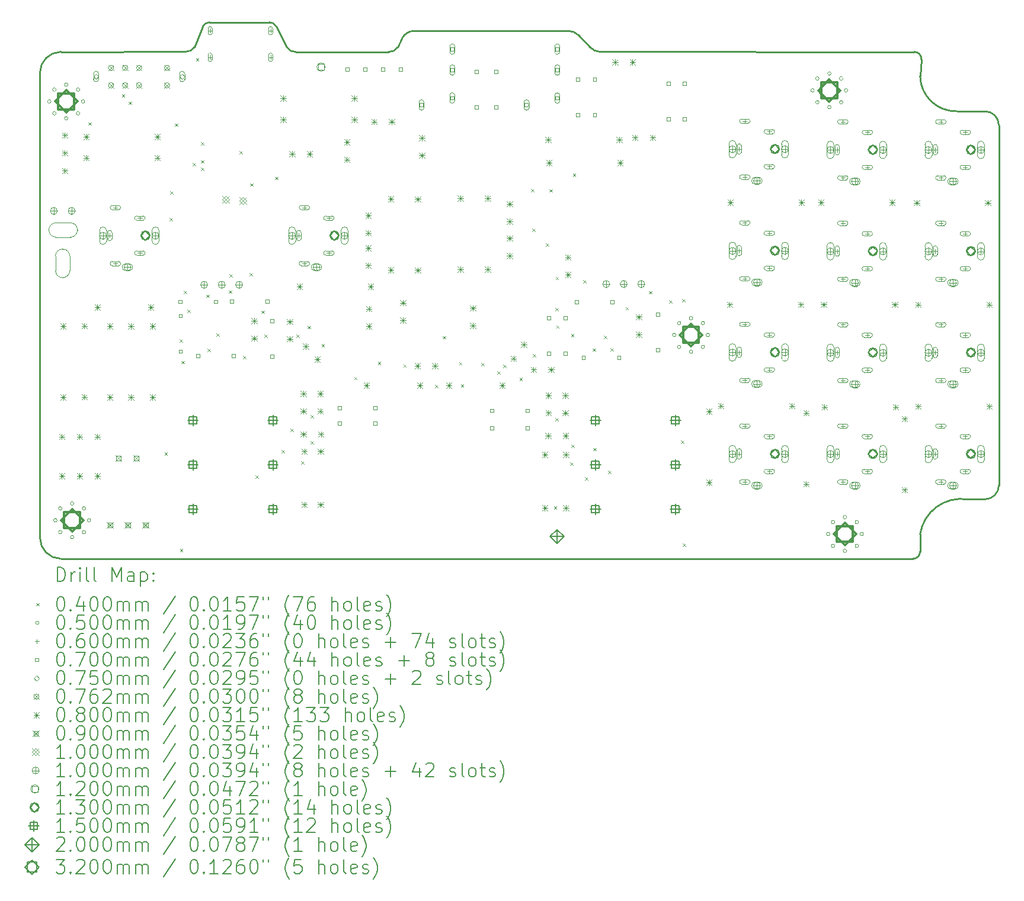
<source format=gbr>
%TF.GenerationSoftware,KiCad,Pcbnew,9.0.1+1*%
%TF.CreationDate,2025-10-02T22:25:14+00:00*%
%TF.ProjectId,spider2,73706964-6572-4322-9e6b-696361645f70,rev?*%
%TF.SameCoordinates,Original*%
%TF.FileFunction,Drillmap*%
%TF.FilePolarity,Positive*%
%FSLAX45Y45*%
G04 Gerber Fmt 4.5, Leading zero omitted, Abs format (unit mm)*
G04 Created by KiCad (PCBNEW 9.0.1+1) date 2025-10-02 22:25:14*
%MOMM*%
%LPD*%
G01*
G04 APERTURE LIST*
%ADD10C,0.254000*%
%ADD11C,0.100000*%
%ADD12C,0.200000*%
%ADD13C,0.120000*%
%ADD14C,0.130000*%
%ADD15C,0.150000*%
%ADD16C,0.320000*%
G04 APERTURE END LIST*
D10*
X18873422Y-2994112D02*
X18934801Y-2870849D01*
X26864460Y-3909160D02*
G75*
G02*
X26339460Y-3409160I-12500J512500D01*
G01*
X17135542Y-2691234D02*
X17293546Y-2994000D01*
X27264460Y-3909160D02*
G75*
G02*
X27464460Y-4109160I0J-200000D01*
G01*
X18873422Y-2994112D02*
G75*
G02*
X18747000Y-3061000I-119002J72002D01*
G01*
X17419967Y-3060888D02*
X18747000Y-3061000D01*
X26339460Y-10209160D02*
X26339460Y-9959160D01*
X26339460Y-10209160D02*
G75*
G02*
X26239460Y-10309160I-100000J0D01*
G01*
X16089480Y-2699368D02*
G75*
G02*
X16181924Y-2637504I92440J-38132D01*
G01*
X13764460Y-3359057D02*
G75*
G02*
X14064357Y-3059060I300000J-3D01*
G01*
D11*
X14300000Y-5605000D02*
X14300000Y-5609289D01*
X14300000Y-5609289D02*
G75*
G02*
X14200000Y-5709290I-100000J-1D01*
G01*
D10*
X27014460Y-9459160D02*
X27264460Y-9459160D01*
X15968954Y-2991559D02*
G75*
G02*
X15842532Y-3058447I-118994J71989D01*
G01*
D11*
X13891421Y-5605000D02*
X13891421Y-5609289D01*
D10*
X15968954Y-2991559D02*
X16089480Y-2699368D01*
D11*
X13991421Y-5709289D02*
G75*
G02*
X13891421Y-5609289I-1J99999D01*
G01*
D10*
X26257080Y-3059142D02*
G75*
G02*
X26356803Y-3166267I-20J-99998D01*
G01*
X14064460Y-10309160D02*
X26239460Y-10309160D01*
X27464460Y-9259160D02*
X27464460Y-4109160D01*
D11*
X13891421Y-5605000D02*
G75*
G02*
X13991421Y-5505001I99999J0D01*
G01*
D10*
X17046889Y-2637500D02*
G75*
G02*
X17135544Y-2691234I2J-100000D01*
G01*
X14064460Y-10309160D02*
G75*
G02*
X13764460Y-10009160I0J300000D01*
G01*
X21757980Y-3058410D02*
G75*
G02*
X21629304Y-2995972I2610J169190D01*
G01*
D11*
X13985711Y-5980000D02*
G75*
G02*
X14085711Y-5880001I99999J0D01*
G01*
D10*
X14064357Y-3059057D02*
X15842532Y-3058447D01*
D11*
X13985711Y-6188579D02*
X13985711Y-5980000D01*
X14085711Y-6288579D02*
G75*
G02*
X13985711Y-6188579I-1J99999D01*
G01*
D10*
X17419967Y-3060888D02*
G75*
G02*
X17293549Y-2993998I-7417J138888D01*
G01*
X26339460Y-9959160D02*
G75*
G02*
X27014460Y-9459160I587500J-87500D01*
G01*
D11*
X14090000Y-5880000D02*
X14085711Y-5880000D01*
D10*
X18934801Y-2870849D02*
G75*
G02*
X19113833Y-2760002I179029J-89151D01*
G01*
X21757980Y-3058410D02*
X26257080Y-3059142D01*
X16181924Y-2637500D02*
X17046889Y-2637500D01*
X13764460Y-3359057D02*
X13764460Y-10009160D01*
X21313610Y-2760000D02*
G75*
G02*
X21456288Y-2819846I0J-200000D01*
G01*
X19113833Y-2760000D02*
X21313610Y-2760000D01*
X26356809Y-3166267D02*
X26339460Y-3409160D01*
D11*
X14190000Y-6188579D02*
X14190000Y-5980000D01*
X14190000Y-6188579D02*
G75*
G02*
X14090000Y-6288580I-100000J-1D01*
G01*
X14200000Y-5709289D02*
X13991421Y-5709289D01*
X14090000Y-6288579D02*
X14085711Y-6288579D01*
X14200000Y-5505000D02*
X13991421Y-5505000D01*
X14200000Y-5505000D02*
G75*
G02*
X14300000Y-5605000I0J-100000D01*
G01*
D10*
X27464460Y-9259160D02*
G75*
G02*
X27264460Y-9459160I-200000J0D01*
G01*
X26864460Y-3909160D02*
X27264460Y-3909160D01*
D11*
X14090000Y-5880000D02*
G75*
G02*
X14190000Y-5980000I0J-100000D01*
G01*
D10*
X21456288Y-2819846D02*
X21629301Y-2995975D01*
D12*
D11*
X14454638Y-4068070D02*
X14494638Y-4108070D01*
X14494638Y-4068070D02*
X14454638Y-4108070D01*
X14933345Y-3666777D02*
X14973345Y-3706777D01*
X14973345Y-3666777D02*
X14933345Y-3706777D01*
X15032345Y-3770777D02*
X15072345Y-3810777D01*
X15072345Y-3770777D02*
X15032345Y-3810777D01*
X15544000Y-8788000D02*
X15584000Y-8828000D01*
X15584000Y-8788000D02*
X15544000Y-8828000D01*
X15617000Y-5435000D02*
X15657000Y-5475000D01*
X15657000Y-5435000D02*
X15617000Y-5475000D01*
X15622000Y-5057000D02*
X15662000Y-5097000D01*
X15662000Y-5057000D02*
X15622000Y-5097000D01*
X15689240Y-4085000D02*
X15729240Y-4125000D01*
X15729240Y-4085000D02*
X15689240Y-4125000D01*
X15762500Y-7170000D02*
X15802500Y-7210000D01*
X15802500Y-7170000D02*
X15762500Y-7210000D01*
X15764000Y-10166000D02*
X15804000Y-10206000D01*
X15804000Y-10166000D02*
X15764000Y-10206000D01*
X15782500Y-7480000D02*
X15822500Y-7520000D01*
X15822500Y-7480000D02*
X15782500Y-7520000D01*
X15820000Y-6477500D02*
X15860000Y-6517500D01*
X15860000Y-6477500D02*
X15820000Y-6517500D01*
X15867500Y-6747500D02*
X15907500Y-6787500D01*
X15907500Y-6747500D02*
X15867500Y-6787500D01*
X15944240Y-4650000D02*
X15984240Y-4690000D01*
X15984240Y-4650000D02*
X15944240Y-4690000D01*
X15991680Y-3150112D02*
X16031680Y-3190112D01*
X16031680Y-3150112D02*
X15991680Y-3190112D01*
X16064240Y-4350000D02*
X16104240Y-4390000D01*
X16104240Y-4350000D02*
X16064240Y-4390000D01*
X16064240Y-4610000D02*
X16104240Y-4650000D01*
X16104240Y-4610000D02*
X16064240Y-4650000D01*
X16064240Y-4715000D02*
X16104240Y-4755000D01*
X16104240Y-4715000D02*
X16064240Y-4755000D01*
X16140000Y-6532500D02*
X16180000Y-6572500D01*
X16180000Y-6532500D02*
X16140000Y-6572500D01*
X16155000Y-7307500D02*
X16195000Y-7347500D01*
X16195000Y-7307500D02*
X16155000Y-7347500D01*
X16287500Y-7087500D02*
X16327500Y-7127500D01*
X16327500Y-7087500D02*
X16287500Y-7127500D01*
X16460000Y-6472500D02*
X16500000Y-6512500D01*
X16500000Y-6472500D02*
X16460000Y-6512500D01*
X16470000Y-6240000D02*
X16510000Y-6280000D01*
X16510000Y-6240000D02*
X16470000Y-6280000D01*
X16618060Y-4478220D02*
X16658060Y-4518220D01*
X16658060Y-4478220D02*
X16618060Y-4518220D01*
X16668000Y-7406000D02*
X16708000Y-7446000D01*
X16708000Y-7406000D02*
X16668000Y-7446000D01*
X16760000Y-6222500D02*
X16800000Y-6262500D01*
X16800000Y-6222500D02*
X16760000Y-6262500D01*
X16767000Y-4939000D02*
X16807000Y-4979000D01*
X16807000Y-4939000D02*
X16767000Y-4979000D01*
X16842500Y-9117500D02*
X16882500Y-9157500D01*
X16882500Y-9117500D02*
X16842500Y-9157500D01*
X16927500Y-6760000D02*
X16967500Y-6800000D01*
X16967500Y-6760000D02*
X16927500Y-6800000D01*
X16970000Y-7105000D02*
X17010000Y-7145000D01*
X17010000Y-7105000D02*
X16970000Y-7145000D01*
X17124000Y-4847000D02*
X17164000Y-4887000D01*
X17164000Y-4847000D02*
X17124000Y-4887000D01*
X17215000Y-8755000D02*
X17255000Y-8795000D01*
X17255000Y-8755000D02*
X17215000Y-8795000D01*
X17342500Y-8447500D02*
X17382500Y-8487500D01*
X17382500Y-8447500D02*
X17342500Y-8487500D01*
X17425000Y-7105000D02*
X17465000Y-7145000D01*
X17465000Y-7105000D02*
X17425000Y-7145000D01*
X17496000Y-8915000D02*
X17536000Y-8955000D01*
X17536000Y-8915000D02*
X17496000Y-8955000D01*
X17591000Y-6981000D02*
X17631000Y-7021000D01*
X17631000Y-6981000D02*
X17591000Y-7021000D01*
X17629000Y-8626000D02*
X17669000Y-8666000D01*
X17669000Y-8626000D02*
X17629000Y-8666000D01*
X17632000Y-8255000D02*
X17672000Y-8295000D01*
X17672000Y-8255000D02*
X17632000Y-8295000D01*
X17787500Y-7240000D02*
X17827500Y-7280000D01*
X17827500Y-7240000D02*
X17787500Y-7280000D01*
X18252760Y-7709220D02*
X18292760Y-7749220D01*
X18292760Y-7709220D02*
X18252760Y-7749220D01*
X18591000Y-7495000D02*
X18631000Y-7535000D01*
X18631000Y-7495000D02*
X18591000Y-7535000D01*
X18955000Y-7530000D02*
X18995000Y-7570000D01*
X18995000Y-7530000D02*
X18955000Y-7570000D01*
X19408000Y-7822000D02*
X19448000Y-7862000D01*
X19448000Y-7822000D02*
X19408000Y-7862000D01*
X19522000Y-7124000D02*
X19562000Y-7164000D01*
X19562000Y-7124000D02*
X19522000Y-7164000D01*
X19751360Y-7495860D02*
X19791360Y-7535860D01*
X19791360Y-7495860D02*
X19751360Y-7535860D01*
X19776760Y-7815900D02*
X19816760Y-7855900D01*
X19816760Y-7815900D02*
X19776760Y-7855900D01*
X20067000Y-7507000D02*
X20107000Y-7547000D01*
X20107000Y-7507000D02*
X20067000Y-7547000D01*
X20297460Y-7625400D02*
X20337460Y-7665400D01*
X20337460Y-7625400D02*
X20297460Y-7665400D01*
X20381550Y-7537572D02*
X20421550Y-7577572D01*
X20421550Y-7537572D02*
X20381550Y-7577572D01*
X20615000Y-7722500D02*
X20655000Y-7762500D01*
X20655000Y-7722500D02*
X20615000Y-7762500D01*
X20782000Y-5018000D02*
X20822000Y-5058000D01*
X20822000Y-5018000D02*
X20782000Y-5058000D01*
X20797840Y-5588320D02*
X20837840Y-5628320D01*
X20837840Y-5588320D02*
X20797840Y-5628320D01*
X20805000Y-7385000D02*
X20845000Y-7425000D01*
X20845000Y-7385000D02*
X20805000Y-7425000D01*
X20993108Y-5796912D02*
X21033108Y-5836912D01*
X21033108Y-5796912D02*
X20993108Y-5836912D01*
X21044220Y-5024440D02*
X21084220Y-5064440D01*
X21084220Y-5024440D02*
X21044220Y-5064440D01*
X21106000Y-9559000D02*
X21146000Y-9599000D01*
X21146000Y-9559000D02*
X21106000Y-9599000D01*
X21125000Y-6725000D02*
X21165000Y-6765000D01*
X21165000Y-6725000D02*
X21125000Y-6765000D01*
X21127000Y-8295000D02*
X21167000Y-8335000D01*
X21167000Y-8295000D02*
X21127000Y-8335000D01*
X21132500Y-6277500D02*
X21172500Y-6317500D01*
X21172500Y-6277500D02*
X21132500Y-6317500D01*
X21140000Y-6972500D02*
X21180000Y-7012500D01*
X21180000Y-6972500D02*
X21140000Y-7012500D01*
X21337000Y-8931000D02*
X21377000Y-8971000D01*
X21377000Y-8931000D02*
X21337000Y-8971000D01*
X21353000Y-7093000D02*
X21393000Y-7133000D01*
X21393000Y-7093000D02*
X21353000Y-7133000D01*
X21354000Y-8677000D02*
X21394000Y-8717000D01*
X21394000Y-8677000D02*
X21354000Y-8717000D01*
X21376960Y-4802280D02*
X21416960Y-4842280D01*
X21416960Y-4802280D02*
X21376960Y-4842280D01*
X21527500Y-6325000D02*
X21567500Y-6365000D01*
X21567500Y-6325000D02*
X21527500Y-6365000D01*
X21553000Y-9146000D02*
X21593000Y-9186000D01*
X21593000Y-9146000D02*
X21553000Y-9186000D01*
X21660000Y-7302500D02*
X21700000Y-7342500D01*
X21700000Y-7302500D02*
X21660000Y-7342500D01*
X21672500Y-8725000D02*
X21712500Y-8765000D01*
X21712500Y-8725000D02*
X21672500Y-8765000D01*
X21822500Y-7122500D02*
X21862500Y-7162500D01*
X21862500Y-7122500D02*
X21822500Y-7162500D01*
X21883000Y-9053000D02*
X21923000Y-9093000D01*
X21923000Y-9053000D02*
X21883000Y-9093000D01*
X21915000Y-7300000D02*
X21955000Y-7340000D01*
X21955000Y-7300000D02*
X21915000Y-7340000D01*
X22130000Y-6710000D02*
X22170000Y-6750000D01*
X22170000Y-6710000D02*
X22130000Y-6750000D01*
X22462500Y-6480000D02*
X22502500Y-6520000D01*
X22502500Y-6480000D02*
X22462500Y-6520000D01*
X22756180Y-6609400D02*
X22796180Y-6649400D01*
X22796180Y-6609400D02*
X22756180Y-6649400D01*
X22920000Y-8620000D02*
X22960000Y-8660000D01*
X22960000Y-8620000D02*
X22920000Y-8660000D01*
X22937500Y-6592500D02*
X22977500Y-6632500D01*
X22977500Y-6592500D02*
X22937500Y-6632500D01*
X22950000Y-10090000D02*
X22990000Y-10130000D01*
X22990000Y-10090000D02*
X22950000Y-10130000D01*
X13924460Y-3769160D02*
G75*
G02*
X13874460Y-3769160I-25000J0D01*
G01*
X13874460Y-3769160D02*
G75*
G02*
X13924460Y-3769160I25000J0D01*
G01*
X13994754Y-3599454D02*
G75*
G02*
X13944754Y-3599454I-25000J0D01*
G01*
X13944754Y-3599454D02*
G75*
G02*
X13994754Y-3599454I25000J0D01*
G01*
X13994754Y-3938866D02*
G75*
G02*
X13944754Y-3938866I-25000J0D01*
G01*
X13944754Y-3938866D02*
G75*
G02*
X13994754Y-3938866I25000J0D01*
G01*
X14009000Y-9759000D02*
G75*
G02*
X13959000Y-9759000I-25000J0D01*
G01*
X13959000Y-9759000D02*
G75*
G02*
X14009000Y-9759000I25000J0D01*
G01*
X14079294Y-9589294D02*
G75*
G02*
X14029294Y-9589294I-25000J0D01*
G01*
X14029294Y-9589294D02*
G75*
G02*
X14079294Y-9589294I25000J0D01*
G01*
X14079294Y-9928706D02*
G75*
G02*
X14029294Y-9928706I-25000J0D01*
G01*
X14029294Y-9928706D02*
G75*
G02*
X14079294Y-9928706I25000J0D01*
G01*
X14164460Y-3529160D02*
G75*
G02*
X14114460Y-3529160I-25000J0D01*
G01*
X14114460Y-3529160D02*
G75*
G02*
X14164460Y-3529160I25000J0D01*
G01*
X14164460Y-4009160D02*
G75*
G02*
X14114460Y-4009160I-25000J0D01*
G01*
X14114460Y-4009160D02*
G75*
G02*
X14164460Y-4009160I25000J0D01*
G01*
X14249000Y-9519000D02*
G75*
G02*
X14199000Y-9519000I-25000J0D01*
G01*
X14199000Y-9519000D02*
G75*
G02*
X14249000Y-9519000I25000J0D01*
G01*
X14249000Y-9999000D02*
G75*
G02*
X14199000Y-9999000I-25000J0D01*
G01*
X14199000Y-9999000D02*
G75*
G02*
X14249000Y-9999000I25000J0D01*
G01*
X14334166Y-3599454D02*
G75*
G02*
X14284166Y-3599454I-25000J0D01*
G01*
X14284166Y-3599454D02*
G75*
G02*
X14334166Y-3599454I25000J0D01*
G01*
X14334166Y-3938866D02*
G75*
G02*
X14284166Y-3938866I-25000J0D01*
G01*
X14284166Y-3938866D02*
G75*
G02*
X14334166Y-3938866I25000J0D01*
G01*
X14404460Y-3769160D02*
G75*
G02*
X14354460Y-3769160I-25000J0D01*
G01*
X14354460Y-3769160D02*
G75*
G02*
X14404460Y-3769160I25000J0D01*
G01*
X14418706Y-9589294D02*
G75*
G02*
X14368706Y-9589294I-25000J0D01*
G01*
X14368706Y-9589294D02*
G75*
G02*
X14418706Y-9589294I25000J0D01*
G01*
X14418706Y-9928706D02*
G75*
G02*
X14368706Y-9928706I-25000J0D01*
G01*
X14368706Y-9928706D02*
G75*
G02*
X14418706Y-9928706I25000J0D01*
G01*
X14489000Y-9759000D02*
G75*
G02*
X14439000Y-9759000I-25000J0D01*
G01*
X14439000Y-9759000D02*
G75*
G02*
X14489000Y-9759000I25000J0D01*
G01*
X22851014Y-7108826D02*
G75*
G02*
X22801014Y-7108826I-25000J0D01*
G01*
X22801014Y-7108826D02*
G75*
G02*
X22851014Y-7108826I25000J0D01*
G01*
X22921309Y-6939120D02*
G75*
G02*
X22871309Y-6939120I-25000J0D01*
G01*
X22871309Y-6939120D02*
G75*
G02*
X22921309Y-6939120I25000J0D01*
G01*
X22921309Y-7278532D02*
G75*
G02*
X22871309Y-7278532I-25000J0D01*
G01*
X22871309Y-7278532D02*
G75*
G02*
X22921309Y-7278532I25000J0D01*
G01*
X23091014Y-6868826D02*
G75*
G02*
X23041014Y-6868826I-25000J0D01*
G01*
X23041014Y-6868826D02*
G75*
G02*
X23091014Y-6868826I25000J0D01*
G01*
X23091014Y-7348826D02*
G75*
G02*
X23041014Y-7348826I-25000J0D01*
G01*
X23041014Y-7348826D02*
G75*
G02*
X23091014Y-7348826I25000J0D01*
G01*
X23260720Y-6939120D02*
G75*
G02*
X23210720Y-6939120I-25000J0D01*
G01*
X23210720Y-6939120D02*
G75*
G02*
X23260720Y-6939120I25000J0D01*
G01*
X23260720Y-7278532D02*
G75*
G02*
X23210720Y-7278532I-25000J0D01*
G01*
X23210720Y-7278532D02*
G75*
G02*
X23260720Y-7278532I25000J0D01*
G01*
X23331014Y-7108826D02*
G75*
G02*
X23281014Y-7108826I-25000J0D01*
G01*
X23281014Y-7108826D02*
G75*
G02*
X23331014Y-7108826I25000J0D01*
G01*
X24826953Y-3610246D02*
G75*
G02*
X24776953Y-3610246I-25000J0D01*
G01*
X24776953Y-3610246D02*
G75*
G02*
X24826953Y-3610246I25000J0D01*
G01*
X24897248Y-3440540D02*
G75*
G02*
X24847248Y-3440540I-25000J0D01*
G01*
X24847248Y-3440540D02*
G75*
G02*
X24897248Y-3440540I25000J0D01*
G01*
X24897248Y-3779952D02*
G75*
G02*
X24847248Y-3779952I-25000J0D01*
G01*
X24847248Y-3779952D02*
G75*
G02*
X24897248Y-3779952I25000J0D01*
G01*
X25050000Y-9955000D02*
G75*
G02*
X25000000Y-9955000I-25000J0D01*
G01*
X25000000Y-9955000D02*
G75*
G02*
X25050000Y-9955000I25000J0D01*
G01*
X25066953Y-3370246D02*
G75*
G02*
X25016953Y-3370246I-25000J0D01*
G01*
X25016953Y-3370246D02*
G75*
G02*
X25066953Y-3370246I25000J0D01*
G01*
X25066953Y-3850246D02*
G75*
G02*
X25016953Y-3850246I-25000J0D01*
G01*
X25016953Y-3850246D02*
G75*
G02*
X25066953Y-3850246I25000J0D01*
G01*
X25120294Y-9785294D02*
G75*
G02*
X25070294Y-9785294I-25000J0D01*
G01*
X25070294Y-9785294D02*
G75*
G02*
X25120294Y-9785294I25000J0D01*
G01*
X25120294Y-10124706D02*
G75*
G02*
X25070294Y-10124706I-25000J0D01*
G01*
X25070294Y-10124706D02*
G75*
G02*
X25120294Y-10124706I25000J0D01*
G01*
X25236659Y-3440540D02*
G75*
G02*
X25186659Y-3440540I-25000J0D01*
G01*
X25186659Y-3440540D02*
G75*
G02*
X25236659Y-3440540I25000J0D01*
G01*
X25236659Y-3779952D02*
G75*
G02*
X25186659Y-3779952I-25000J0D01*
G01*
X25186659Y-3779952D02*
G75*
G02*
X25236659Y-3779952I25000J0D01*
G01*
X25290000Y-9715000D02*
G75*
G02*
X25240000Y-9715000I-25000J0D01*
G01*
X25240000Y-9715000D02*
G75*
G02*
X25290000Y-9715000I25000J0D01*
G01*
X25290000Y-10195000D02*
G75*
G02*
X25240000Y-10195000I-25000J0D01*
G01*
X25240000Y-10195000D02*
G75*
G02*
X25290000Y-10195000I25000J0D01*
G01*
X25306953Y-3610246D02*
G75*
G02*
X25256953Y-3610246I-25000J0D01*
G01*
X25256953Y-3610246D02*
G75*
G02*
X25306953Y-3610246I25000J0D01*
G01*
X25459706Y-9785294D02*
G75*
G02*
X25409706Y-9785294I-25000J0D01*
G01*
X25409706Y-9785294D02*
G75*
G02*
X25459706Y-9785294I25000J0D01*
G01*
X25459706Y-10124706D02*
G75*
G02*
X25409706Y-10124706I-25000J0D01*
G01*
X25409706Y-10124706D02*
G75*
G02*
X25459706Y-10124706I25000J0D01*
G01*
X25530000Y-9955000D02*
G75*
G02*
X25480000Y-9955000I-25000J0D01*
G01*
X25480000Y-9955000D02*
G75*
G02*
X25530000Y-9955000I25000J0D01*
G01*
X14761520Y-5656971D02*
X14761520Y-5716971D01*
X14731520Y-5686971D02*
X14791520Y-5686971D01*
X14791520Y-5731971D02*
X14791520Y-5641971D01*
X14731520Y-5641971D02*
G75*
G02*
X14791520Y-5641971I30000J0D01*
G01*
X14731520Y-5641971D02*
X14731520Y-5731971D01*
X14731520Y-5731971D02*
G75*
G03*
X14791520Y-5731971I30000J0D01*
G01*
X14841520Y-5256971D02*
X14841520Y-5316971D01*
X14811520Y-5286971D02*
X14871520Y-5286971D01*
X14796520Y-5316971D02*
X14886520Y-5316971D01*
X14886520Y-5256971D02*
G75*
G02*
X14886520Y-5316971I0J-30000D01*
G01*
X14886520Y-5256971D02*
X14796520Y-5256971D01*
X14796520Y-5256971D02*
G75*
G03*
X14796520Y-5316971I0J-30000D01*
G01*
X14841520Y-6056971D02*
X14841520Y-6116971D01*
X14811520Y-6086971D02*
X14871520Y-6086971D01*
X14796520Y-6116971D02*
X14886520Y-6116971D01*
X14886520Y-6056971D02*
G75*
G02*
X14886520Y-6116971I0J-30000D01*
G01*
X14886520Y-6056971D02*
X14796520Y-6056971D01*
X14796520Y-6056971D02*
G75*
G03*
X14796520Y-6116971I0J-30000D01*
G01*
X15191520Y-5406971D02*
X15191520Y-5466971D01*
X15161520Y-5436971D02*
X15221520Y-5436971D01*
X15146520Y-5466971D02*
X15236520Y-5466971D01*
X15236520Y-5406971D02*
G75*
G02*
X15236520Y-5466971I0J-30000D01*
G01*
X15236520Y-5406971D02*
X15146520Y-5406971D01*
X15146520Y-5406971D02*
G75*
G03*
X15146520Y-5466971I0J-30000D01*
G01*
X15191520Y-5906971D02*
X15191520Y-5966971D01*
X15161520Y-5936971D02*
X15221520Y-5936971D01*
X15146520Y-5966971D02*
X15236520Y-5966971D01*
X15236520Y-5906971D02*
G75*
G02*
X15236520Y-5966971I0J-30000D01*
G01*
X15236520Y-5906971D02*
X15146520Y-5906971D01*
X15146520Y-5906971D02*
G75*
G03*
X15146520Y-5966971I0J-30000D01*
G01*
X16195000Y-2727000D02*
X16195000Y-2787000D01*
X16165000Y-2757000D02*
X16225000Y-2757000D01*
X16225000Y-2787000D02*
X16225000Y-2727000D01*
X16165000Y-2727000D02*
G75*
G02*
X16225000Y-2727000I30000J0D01*
G01*
X16165000Y-2727000D02*
X16165000Y-2787000D01*
X16165000Y-2787000D02*
G75*
G03*
X16225000Y-2787000I30000J0D01*
G01*
X16195000Y-3107000D02*
X16195000Y-3167000D01*
X16165000Y-3137000D02*
X16225000Y-3137000D01*
X16225000Y-3167000D02*
X16225000Y-3107000D01*
X16165000Y-3107000D02*
G75*
G02*
X16225000Y-3107000I30000J0D01*
G01*
X16165000Y-3107000D02*
X16165000Y-3167000D01*
X16165000Y-3167000D02*
G75*
G03*
X16225000Y-3167000I30000J0D01*
G01*
X17059000Y-2727000D02*
X17059000Y-2787000D01*
X17029000Y-2757000D02*
X17089000Y-2757000D01*
X17089000Y-2787000D02*
X17089000Y-2727000D01*
X17029000Y-2727000D02*
G75*
G02*
X17089000Y-2727000I30000J0D01*
G01*
X17029000Y-2727000D02*
X17029000Y-2787000D01*
X17029000Y-2787000D02*
G75*
G03*
X17089000Y-2787000I30000J0D01*
G01*
X17059000Y-3107000D02*
X17059000Y-3167000D01*
X17029000Y-3137000D02*
X17089000Y-3137000D01*
X17089000Y-3167000D02*
X17089000Y-3107000D01*
X17029000Y-3107000D02*
G75*
G02*
X17089000Y-3107000I30000J0D01*
G01*
X17029000Y-3107000D02*
X17029000Y-3167000D01*
X17029000Y-3167000D02*
G75*
G03*
X17089000Y-3167000I30000J0D01*
G01*
X17462407Y-5656825D02*
X17462407Y-5716825D01*
X17432407Y-5686825D02*
X17492407Y-5686825D01*
X17492407Y-5731825D02*
X17492407Y-5641825D01*
X17432407Y-5641825D02*
G75*
G02*
X17492407Y-5641825I30000J0D01*
G01*
X17432407Y-5641825D02*
X17432407Y-5731825D01*
X17432407Y-5731825D02*
G75*
G03*
X17492407Y-5731825I30000J0D01*
G01*
X17542407Y-5256825D02*
X17542407Y-5316825D01*
X17512407Y-5286825D02*
X17572407Y-5286825D01*
X17497407Y-5316825D02*
X17587407Y-5316825D01*
X17587407Y-5256825D02*
G75*
G02*
X17587407Y-5316825I0J-30000D01*
G01*
X17587407Y-5256825D02*
X17497407Y-5256825D01*
X17497407Y-5256825D02*
G75*
G03*
X17497407Y-5316825I0J-30000D01*
G01*
X17542407Y-6056825D02*
X17542407Y-6116825D01*
X17512407Y-6086825D02*
X17572407Y-6086825D01*
X17497407Y-6116825D02*
X17587407Y-6116825D01*
X17587407Y-6056825D02*
G75*
G02*
X17587407Y-6116825I0J-30000D01*
G01*
X17587407Y-6056825D02*
X17497407Y-6056825D01*
X17497407Y-6056825D02*
G75*
G03*
X17497407Y-6116825I0J-30000D01*
G01*
X17892407Y-5406825D02*
X17892407Y-5466825D01*
X17862407Y-5436825D02*
X17922407Y-5436825D01*
X17847407Y-5466825D02*
X17937407Y-5466825D01*
X17937407Y-5406825D02*
G75*
G02*
X17937407Y-5466825I0J-30000D01*
G01*
X17937407Y-5406825D02*
X17847407Y-5406825D01*
X17847407Y-5406825D02*
G75*
G03*
X17847407Y-5466825I0J-30000D01*
G01*
X17892407Y-5906825D02*
X17892407Y-5966825D01*
X17862407Y-5936825D02*
X17922407Y-5936825D01*
X17847407Y-5966825D02*
X17937407Y-5966825D01*
X17937407Y-5906825D02*
G75*
G02*
X17937407Y-5966825I0J-30000D01*
G01*
X17937407Y-5906825D02*
X17847407Y-5906825D01*
X17847407Y-5906825D02*
G75*
G03*
X17847407Y-5966825I0J-30000D01*
G01*
X23754911Y-8780000D02*
X23754911Y-8840000D01*
X23724911Y-8810000D02*
X23784911Y-8810000D01*
X23784911Y-8855000D02*
X23784911Y-8765000D01*
X23724911Y-8765000D02*
G75*
G02*
X23784911Y-8765000I30000J0D01*
G01*
X23724911Y-8765000D02*
X23724911Y-8855000D01*
X23724911Y-8855000D02*
G75*
G03*
X23784911Y-8855000I30000J0D01*
G01*
X23755000Y-4420000D02*
X23755000Y-4480000D01*
X23725000Y-4450000D02*
X23785000Y-4450000D01*
X23785000Y-4495000D02*
X23785000Y-4405000D01*
X23725000Y-4405000D02*
G75*
G02*
X23785000Y-4405000I30000J0D01*
G01*
X23725000Y-4405000D02*
X23725000Y-4495000D01*
X23725000Y-4495000D02*
G75*
G03*
X23785000Y-4495000I30000J0D01*
G01*
X23755000Y-5873333D02*
X23755000Y-5933333D01*
X23725000Y-5903333D02*
X23785000Y-5903333D01*
X23785000Y-5948333D02*
X23785000Y-5858333D01*
X23725000Y-5858333D02*
G75*
G02*
X23785000Y-5858333I30000J0D01*
G01*
X23725000Y-5858333D02*
X23725000Y-5948333D01*
X23725000Y-5948333D02*
G75*
G03*
X23785000Y-5948333I30000J0D01*
G01*
X23755000Y-7326667D02*
X23755000Y-7386667D01*
X23725000Y-7356667D02*
X23785000Y-7356667D01*
X23785000Y-7401667D02*
X23785000Y-7311667D01*
X23725000Y-7311667D02*
G75*
G02*
X23785000Y-7311667I30000J0D01*
G01*
X23725000Y-7311667D02*
X23725000Y-7401667D01*
X23725000Y-7401667D02*
G75*
G03*
X23785000Y-7401667I30000J0D01*
G01*
X23834911Y-8380000D02*
X23834911Y-8440000D01*
X23804911Y-8410000D02*
X23864911Y-8410000D01*
X23789911Y-8440000D02*
X23879911Y-8440000D01*
X23879911Y-8380000D02*
G75*
G02*
X23879911Y-8440000I0J-30000D01*
G01*
X23879911Y-8380000D02*
X23789911Y-8380000D01*
X23789911Y-8380000D02*
G75*
G03*
X23789911Y-8440000I0J-30000D01*
G01*
X23834911Y-9180000D02*
X23834911Y-9240000D01*
X23804911Y-9210000D02*
X23864911Y-9210000D01*
X23789911Y-9240000D02*
X23879911Y-9240000D01*
X23879911Y-9180000D02*
G75*
G02*
X23879911Y-9240000I0J-30000D01*
G01*
X23879911Y-9180000D02*
X23789911Y-9180000D01*
X23789911Y-9180000D02*
G75*
G03*
X23789911Y-9240000I0J-30000D01*
G01*
X23835000Y-4020000D02*
X23835000Y-4080000D01*
X23805000Y-4050000D02*
X23865000Y-4050000D01*
X23790000Y-4080000D02*
X23880000Y-4080000D01*
X23880000Y-4020000D02*
G75*
G02*
X23880000Y-4080000I0J-30000D01*
G01*
X23880000Y-4020000D02*
X23790000Y-4020000D01*
X23790000Y-4020000D02*
G75*
G03*
X23790000Y-4080000I0J-30000D01*
G01*
X23835000Y-4820000D02*
X23835000Y-4880000D01*
X23805000Y-4850000D02*
X23865000Y-4850000D01*
X23790000Y-4880000D02*
X23880000Y-4880000D01*
X23880000Y-4820000D02*
G75*
G02*
X23880000Y-4880000I0J-30000D01*
G01*
X23880000Y-4820000D02*
X23790000Y-4820000D01*
X23790000Y-4820000D02*
G75*
G03*
X23790000Y-4880000I0J-30000D01*
G01*
X23835000Y-5473333D02*
X23835000Y-5533333D01*
X23805000Y-5503333D02*
X23865000Y-5503333D01*
X23790000Y-5533333D02*
X23880000Y-5533333D01*
X23880000Y-5473333D02*
G75*
G02*
X23880000Y-5533333I0J-30000D01*
G01*
X23880000Y-5473333D02*
X23790000Y-5473333D01*
X23790000Y-5473333D02*
G75*
G03*
X23790000Y-5533333I0J-30000D01*
G01*
X23835000Y-6273333D02*
X23835000Y-6333333D01*
X23805000Y-6303333D02*
X23865000Y-6303333D01*
X23790000Y-6333333D02*
X23880000Y-6333333D01*
X23880000Y-6273333D02*
G75*
G02*
X23880000Y-6333333I0J-30000D01*
G01*
X23880000Y-6273333D02*
X23790000Y-6273333D01*
X23790000Y-6273333D02*
G75*
G03*
X23790000Y-6333333I0J-30000D01*
G01*
X23835000Y-6926667D02*
X23835000Y-6986667D01*
X23805000Y-6956667D02*
X23865000Y-6956667D01*
X23790000Y-6986667D02*
X23880000Y-6986667D01*
X23880000Y-6926667D02*
G75*
G02*
X23880000Y-6986667I0J-30000D01*
G01*
X23880000Y-6926667D02*
X23790000Y-6926667D01*
X23790000Y-6926667D02*
G75*
G03*
X23790000Y-6986667I0J-30000D01*
G01*
X23835000Y-7726667D02*
X23835000Y-7786667D01*
X23805000Y-7756667D02*
X23865000Y-7756667D01*
X23790000Y-7786667D02*
X23880000Y-7786667D01*
X23880000Y-7726667D02*
G75*
G02*
X23880000Y-7786667I0J-30000D01*
G01*
X23880000Y-7726667D02*
X23790000Y-7726667D01*
X23790000Y-7726667D02*
G75*
G03*
X23790000Y-7786667I0J-30000D01*
G01*
X24184911Y-8530000D02*
X24184911Y-8590000D01*
X24154911Y-8560000D02*
X24214911Y-8560000D01*
X24139911Y-8590000D02*
X24229911Y-8590000D01*
X24229911Y-8530000D02*
G75*
G02*
X24229911Y-8590000I0J-30000D01*
G01*
X24229911Y-8530000D02*
X24139911Y-8530000D01*
X24139911Y-8530000D02*
G75*
G03*
X24139911Y-8590000I0J-30000D01*
G01*
X24184911Y-9030000D02*
X24184911Y-9090000D01*
X24154911Y-9060000D02*
X24214911Y-9060000D01*
X24139911Y-9090000D02*
X24229911Y-9090000D01*
X24229911Y-9030000D02*
G75*
G02*
X24229911Y-9090000I0J-30000D01*
G01*
X24229911Y-9030000D02*
X24139911Y-9030000D01*
X24139911Y-9030000D02*
G75*
G03*
X24139911Y-9090000I0J-30000D01*
G01*
X24185000Y-4170000D02*
X24185000Y-4230000D01*
X24155000Y-4200000D02*
X24215000Y-4200000D01*
X24140000Y-4230000D02*
X24230000Y-4230000D01*
X24230000Y-4170000D02*
G75*
G02*
X24230000Y-4230000I0J-30000D01*
G01*
X24230000Y-4170000D02*
X24140000Y-4170000D01*
X24140000Y-4170000D02*
G75*
G03*
X24140000Y-4230000I0J-30000D01*
G01*
X24185000Y-4670000D02*
X24185000Y-4730000D01*
X24155000Y-4700000D02*
X24215000Y-4700000D01*
X24140000Y-4730000D02*
X24230000Y-4730000D01*
X24230000Y-4670000D02*
G75*
G02*
X24230000Y-4730000I0J-30000D01*
G01*
X24230000Y-4670000D02*
X24140000Y-4670000D01*
X24140000Y-4670000D02*
G75*
G03*
X24140000Y-4730000I0J-30000D01*
G01*
X24185000Y-5623333D02*
X24185000Y-5683333D01*
X24155000Y-5653333D02*
X24215000Y-5653333D01*
X24140000Y-5683333D02*
X24230000Y-5683333D01*
X24230000Y-5623333D02*
G75*
G02*
X24230000Y-5683333I0J-30000D01*
G01*
X24230000Y-5623333D02*
X24140000Y-5623333D01*
X24140000Y-5623333D02*
G75*
G03*
X24140000Y-5683333I0J-30000D01*
G01*
X24185000Y-6123333D02*
X24185000Y-6183333D01*
X24155000Y-6153333D02*
X24215000Y-6153333D01*
X24140000Y-6183333D02*
X24230000Y-6183333D01*
X24230000Y-6123333D02*
G75*
G02*
X24230000Y-6183333I0J-30000D01*
G01*
X24230000Y-6123333D02*
X24140000Y-6123333D01*
X24140000Y-6123333D02*
G75*
G03*
X24140000Y-6183333I0J-30000D01*
G01*
X24185000Y-7076667D02*
X24185000Y-7136667D01*
X24155000Y-7106667D02*
X24215000Y-7106667D01*
X24140000Y-7136667D02*
X24230000Y-7136667D01*
X24230000Y-7076667D02*
G75*
G02*
X24230000Y-7136667I0J-30000D01*
G01*
X24230000Y-7076667D02*
X24140000Y-7076667D01*
X24140000Y-7076667D02*
G75*
G03*
X24140000Y-7136667I0J-30000D01*
G01*
X24185000Y-7576667D02*
X24185000Y-7636667D01*
X24155000Y-7606667D02*
X24215000Y-7606667D01*
X24140000Y-7636667D02*
X24230000Y-7636667D01*
X24230000Y-7576667D02*
G75*
G02*
X24230000Y-7636667I0J-30000D01*
G01*
X24230000Y-7576667D02*
X24140000Y-7576667D01*
X24140000Y-7576667D02*
G75*
G03*
X24140000Y-7636667I0J-30000D01*
G01*
X25154911Y-8780000D02*
X25154911Y-8840000D01*
X25124911Y-8810000D02*
X25184911Y-8810000D01*
X25184911Y-8855000D02*
X25184911Y-8765000D01*
X25124911Y-8765000D02*
G75*
G02*
X25184911Y-8765000I30000J0D01*
G01*
X25124911Y-8765000D02*
X25124911Y-8855000D01*
X25124911Y-8855000D02*
G75*
G03*
X25184911Y-8855000I30000J0D01*
G01*
X25155000Y-4430000D02*
X25155000Y-4490000D01*
X25125000Y-4460000D02*
X25185000Y-4460000D01*
X25185000Y-4505000D02*
X25185000Y-4415000D01*
X25125000Y-4415000D02*
G75*
G02*
X25185000Y-4415000I30000J0D01*
G01*
X25125000Y-4415000D02*
X25125000Y-4505000D01*
X25125000Y-4505000D02*
G75*
G03*
X25185000Y-4505000I30000J0D01*
G01*
X25155000Y-5880000D02*
X25155000Y-5940000D01*
X25125000Y-5910000D02*
X25185000Y-5910000D01*
X25185000Y-5955000D02*
X25185000Y-5865000D01*
X25125000Y-5865000D02*
G75*
G02*
X25185000Y-5865000I30000J0D01*
G01*
X25125000Y-5865000D02*
X25125000Y-5955000D01*
X25125000Y-5955000D02*
G75*
G03*
X25185000Y-5955000I30000J0D01*
G01*
X25155000Y-7330000D02*
X25155000Y-7390000D01*
X25125000Y-7360000D02*
X25185000Y-7360000D01*
X25185000Y-7405000D02*
X25185000Y-7315000D01*
X25125000Y-7315000D02*
G75*
G02*
X25185000Y-7315000I30000J0D01*
G01*
X25125000Y-7315000D02*
X25125000Y-7405000D01*
X25125000Y-7405000D02*
G75*
G03*
X25185000Y-7405000I30000J0D01*
G01*
X25234911Y-8380000D02*
X25234911Y-8440000D01*
X25204911Y-8410000D02*
X25264911Y-8410000D01*
X25189911Y-8440000D02*
X25279911Y-8440000D01*
X25279911Y-8380000D02*
G75*
G02*
X25279911Y-8440000I0J-30000D01*
G01*
X25279911Y-8380000D02*
X25189911Y-8380000D01*
X25189911Y-8380000D02*
G75*
G03*
X25189911Y-8440000I0J-30000D01*
G01*
X25234911Y-9180000D02*
X25234911Y-9240000D01*
X25204911Y-9210000D02*
X25264911Y-9210000D01*
X25189911Y-9240000D02*
X25279911Y-9240000D01*
X25279911Y-9180000D02*
G75*
G02*
X25279911Y-9240000I0J-30000D01*
G01*
X25279911Y-9180000D02*
X25189911Y-9180000D01*
X25189911Y-9180000D02*
G75*
G03*
X25189911Y-9240000I0J-30000D01*
G01*
X25235000Y-4030000D02*
X25235000Y-4090000D01*
X25205000Y-4060000D02*
X25265000Y-4060000D01*
X25190000Y-4090000D02*
X25280000Y-4090000D01*
X25280000Y-4030000D02*
G75*
G02*
X25280000Y-4090000I0J-30000D01*
G01*
X25280000Y-4030000D02*
X25190000Y-4030000D01*
X25190000Y-4030000D02*
G75*
G03*
X25190000Y-4090000I0J-30000D01*
G01*
X25235000Y-4830000D02*
X25235000Y-4890000D01*
X25205000Y-4860000D02*
X25265000Y-4860000D01*
X25190000Y-4890000D02*
X25280000Y-4890000D01*
X25280000Y-4830000D02*
G75*
G02*
X25280000Y-4890000I0J-30000D01*
G01*
X25280000Y-4830000D02*
X25190000Y-4830000D01*
X25190000Y-4830000D02*
G75*
G03*
X25190000Y-4890000I0J-30000D01*
G01*
X25235000Y-5480000D02*
X25235000Y-5540000D01*
X25205000Y-5510000D02*
X25265000Y-5510000D01*
X25190000Y-5540000D02*
X25280000Y-5540000D01*
X25280000Y-5480000D02*
G75*
G02*
X25280000Y-5540000I0J-30000D01*
G01*
X25280000Y-5480000D02*
X25190000Y-5480000D01*
X25190000Y-5480000D02*
G75*
G03*
X25190000Y-5540000I0J-30000D01*
G01*
X25235000Y-6280000D02*
X25235000Y-6340000D01*
X25205000Y-6310000D02*
X25265000Y-6310000D01*
X25190000Y-6340000D02*
X25280000Y-6340000D01*
X25280000Y-6280000D02*
G75*
G02*
X25280000Y-6340000I0J-30000D01*
G01*
X25280000Y-6280000D02*
X25190000Y-6280000D01*
X25190000Y-6280000D02*
G75*
G03*
X25190000Y-6340000I0J-30000D01*
G01*
X25235000Y-6930000D02*
X25235000Y-6990000D01*
X25205000Y-6960000D02*
X25265000Y-6960000D01*
X25190000Y-6990000D02*
X25280000Y-6990000D01*
X25280000Y-6930000D02*
G75*
G02*
X25280000Y-6990000I0J-30000D01*
G01*
X25280000Y-6930000D02*
X25190000Y-6930000D01*
X25190000Y-6930000D02*
G75*
G03*
X25190000Y-6990000I0J-30000D01*
G01*
X25235000Y-7730000D02*
X25235000Y-7790000D01*
X25205000Y-7760000D02*
X25265000Y-7760000D01*
X25190000Y-7790000D02*
X25280000Y-7790000D01*
X25280000Y-7730000D02*
G75*
G02*
X25280000Y-7790000I0J-30000D01*
G01*
X25280000Y-7730000D02*
X25190000Y-7730000D01*
X25190000Y-7730000D02*
G75*
G03*
X25190000Y-7790000I0J-30000D01*
G01*
X25584911Y-8530000D02*
X25584911Y-8590000D01*
X25554911Y-8560000D02*
X25614911Y-8560000D01*
X25539911Y-8590000D02*
X25629911Y-8590000D01*
X25629911Y-8530000D02*
G75*
G02*
X25629911Y-8590000I0J-30000D01*
G01*
X25629911Y-8530000D02*
X25539911Y-8530000D01*
X25539911Y-8530000D02*
G75*
G03*
X25539911Y-8590000I0J-30000D01*
G01*
X25584911Y-9030000D02*
X25584911Y-9090000D01*
X25554911Y-9060000D02*
X25614911Y-9060000D01*
X25539911Y-9090000D02*
X25629911Y-9090000D01*
X25629911Y-9030000D02*
G75*
G02*
X25629911Y-9090000I0J-30000D01*
G01*
X25629911Y-9030000D02*
X25539911Y-9030000D01*
X25539911Y-9030000D02*
G75*
G03*
X25539911Y-9090000I0J-30000D01*
G01*
X25585000Y-4180000D02*
X25585000Y-4240000D01*
X25555000Y-4210000D02*
X25615000Y-4210000D01*
X25540000Y-4240000D02*
X25630000Y-4240000D01*
X25630000Y-4180000D02*
G75*
G02*
X25630000Y-4240000I0J-30000D01*
G01*
X25630000Y-4180000D02*
X25540000Y-4180000D01*
X25540000Y-4180000D02*
G75*
G03*
X25540000Y-4240000I0J-30000D01*
G01*
X25585000Y-4680000D02*
X25585000Y-4740000D01*
X25555000Y-4710000D02*
X25615000Y-4710000D01*
X25540000Y-4740000D02*
X25630000Y-4740000D01*
X25630000Y-4680000D02*
G75*
G02*
X25630000Y-4740000I0J-30000D01*
G01*
X25630000Y-4680000D02*
X25540000Y-4680000D01*
X25540000Y-4680000D02*
G75*
G03*
X25540000Y-4740000I0J-30000D01*
G01*
X25585000Y-5630000D02*
X25585000Y-5690000D01*
X25555000Y-5660000D02*
X25615000Y-5660000D01*
X25540000Y-5690000D02*
X25630000Y-5690000D01*
X25630000Y-5630000D02*
G75*
G02*
X25630000Y-5690000I0J-30000D01*
G01*
X25630000Y-5630000D02*
X25540000Y-5630000D01*
X25540000Y-5630000D02*
G75*
G03*
X25540000Y-5690000I0J-30000D01*
G01*
X25585000Y-6130000D02*
X25585000Y-6190000D01*
X25555000Y-6160000D02*
X25615000Y-6160000D01*
X25540000Y-6190000D02*
X25630000Y-6190000D01*
X25630000Y-6130000D02*
G75*
G02*
X25630000Y-6190000I0J-30000D01*
G01*
X25630000Y-6130000D02*
X25540000Y-6130000D01*
X25540000Y-6130000D02*
G75*
G03*
X25540000Y-6190000I0J-30000D01*
G01*
X25585000Y-7080000D02*
X25585000Y-7140000D01*
X25555000Y-7110000D02*
X25615000Y-7110000D01*
X25540000Y-7140000D02*
X25630000Y-7140000D01*
X25630000Y-7080000D02*
G75*
G02*
X25630000Y-7140000I0J-30000D01*
G01*
X25630000Y-7080000D02*
X25540000Y-7080000D01*
X25540000Y-7080000D02*
G75*
G03*
X25540000Y-7140000I0J-30000D01*
G01*
X25585000Y-7580000D02*
X25585000Y-7640000D01*
X25555000Y-7610000D02*
X25615000Y-7610000D01*
X25540000Y-7640000D02*
X25630000Y-7640000D01*
X25630000Y-7580000D02*
G75*
G02*
X25630000Y-7640000I0J-30000D01*
G01*
X25630000Y-7580000D02*
X25540000Y-7580000D01*
X25540000Y-7580000D02*
G75*
G03*
X25540000Y-7640000I0J-30000D01*
G01*
X26555000Y-4430000D02*
X26555000Y-4490000D01*
X26525000Y-4460000D02*
X26585000Y-4460000D01*
X26585000Y-4505000D02*
X26585000Y-4415000D01*
X26525000Y-4415000D02*
G75*
G02*
X26585000Y-4415000I30000J0D01*
G01*
X26525000Y-4415000D02*
X26525000Y-4505000D01*
X26525000Y-4505000D02*
G75*
G03*
X26585000Y-4505000I30000J0D01*
G01*
X26555000Y-5880000D02*
X26555000Y-5940000D01*
X26525000Y-5910000D02*
X26585000Y-5910000D01*
X26585000Y-5955000D02*
X26585000Y-5865000D01*
X26525000Y-5865000D02*
G75*
G02*
X26585000Y-5865000I30000J0D01*
G01*
X26525000Y-5865000D02*
X26525000Y-5955000D01*
X26525000Y-5955000D02*
G75*
G03*
X26585000Y-5955000I30000J0D01*
G01*
X26555000Y-7330000D02*
X26555000Y-7390000D01*
X26525000Y-7360000D02*
X26585000Y-7360000D01*
X26585000Y-7405000D02*
X26585000Y-7315000D01*
X26525000Y-7315000D02*
G75*
G02*
X26585000Y-7315000I30000J0D01*
G01*
X26525000Y-7315000D02*
X26525000Y-7405000D01*
X26525000Y-7405000D02*
G75*
G03*
X26585000Y-7405000I30000J0D01*
G01*
X26555000Y-8780000D02*
X26555000Y-8840000D01*
X26525000Y-8810000D02*
X26585000Y-8810000D01*
X26585000Y-8855000D02*
X26585000Y-8765000D01*
X26525000Y-8765000D02*
G75*
G02*
X26585000Y-8765000I30000J0D01*
G01*
X26525000Y-8765000D02*
X26525000Y-8855000D01*
X26525000Y-8855000D02*
G75*
G03*
X26585000Y-8855000I30000J0D01*
G01*
X26635000Y-4030000D02*
X26635000Y-4090000D01*
X26605000Y-4060000D02*
X26665000Y-4060000D01*
X26590000Y-4090000D02*
X26680000Y-4090000D01*
X26680000Y-4030000D02*
G75*
G02*
X26680000Y-4090000I0J-30000D01*
G01*
X26680000Y-4030000D02*
X26590000Y-4030000D01*
X26590000Y-4030000D02*
G75*
G03*
X26590000Y-4090000I0J-30000D01*
G01*
X26635000Y-4830000D02*
X26635000Y-4890000D01*
X26605000Y-4860000D02*
X26665000Y-4860000D01*
X26590000Y-4890000D02*
X26680000Y-4890000D01*
X26680000Y-4830000D02*
G75*
G02*
X26680000Y-4890000I0J-30000D01*
G01*
X26680000Y-4830000D02*
X26590000Y-4830000D01*
X26590000Y-4830000D02*
G75*
G03*
X26590000Y-4890000I0J-30000D01*
G01*
X26635000Y-5480000D02*
X26635000Y-5540000D01*
X26605000Y-5510000D02*
X26665000Y-5510000D01*
X26590000Y-5540000D02*
X26680000Y-5540000D01*
X26680000Y-5480000D02*
G75*
G02*
X26680000Y-5540000I0J-30000D01*
G01*
X26680000Y-5480000D02*
X26590000Y-5480000D01*
X26590000Y-5480000D02*
G75*
G03*
X26590000Y-5540000I0J-30000D01*
G01*
X26635000Y-6280000D02*
X26635000Y-6340000D01*
X26605000Y-6310000D02*
X26665000Y-6310000D01*
X26590000Y-6340000D02*
X26680000Y-6340000D01*
X26680000Y-6280000D02*
G75*
G02*
X26680000Y-6340000I0J-30000D01*
G01*
X26680000Y-6280000D02*
X26590000Y-6280000D01*
X26590000Y-6280000D02*
G75*
G03*
X26590000Y-6340000I0J-30000D01*
G01*
X26635000Y-6930000D02*
X26635000Y-6990000D01*
X26605000Y-6960000D02*
X26665000Y-6960000D01*
X26590000Y-6990000D02*
X26680000Y-6990000D01*
X26680000Y-6930000D02*
G75*
G02*
X26680000Y-6990000I0J-30000D01*
G01*
X26680000Y-6930000D02*
X26590000Y-6930000D01*
X26590000Y-6930000D02*
G75*
G03*
X26590000Y-6990000I0J-30000D01*
G01*
X26635000Y-7730000D02*
X26635000Y-7790000D01*
X26605000Y-7760000D02*
X26665000Y-7760000D01*
X26590000Y-7790000D02*
X26680000Y-7790000D01*
X26680000Y-7730000D02*
G75*
G02*
X26680000Y-7790000I0J-30000D01*
G01*
X26680000Y-7730000D02*
X26590000Y-7730000D01*
X26590000Y-7730000D02*
G75*
G03*
X26590000Y-7790000I0J-30000D01*
G01*
X26635000Y-8380000D02*
X26635000Y-8440000D01*
X26605000Y-8410000D02*
X26665000Y-8410000D01*
X26590000Y-8440000D02*
X26680000Y-8440000D01*
X26680000Y-8380000D02*
G75*
G02*
X26680000Y-8440000I0J-30000D01*
G01*
X26680000Y-8380000D02*
X26590000Y-8380000D01*
X26590000Y-8380000D02*
G75*
G03*
X26590000Y-8440000I0J-30000D01*
G01*
X26635000Y-9180000D02*
X26635000Y-9240000D01*
X26605000Y-9210000D02*
X26665000Y-9210000D01*
X26590000Y-9240000D02*
X26680000Y-9240000D01*
X26680000Y-9180000D02*
G75*
G02*
X26680000Y-9240000I0J-30000D01*
G01*
X26680000Y-9180000D02*
X26590000Y-9180000D01*
X26590000Y-9180000D02*
G75*
G03*
X26590000Y-9240000I0J-30000D01*
G01*
X26985000Y-4180000D02*
X26985000Y-4240000D01*
X26955000Y-4210000D02*
X27015000Y-4210000D01*
X26940000Y-4240000D02*
X27030000Y-4240000D01*
X27030000Y-4180000D02*
G75*
G02*
X27030000Y-4240000I0J-30000D01*
G01*
X27030000Y-4180000D02*
X26940000Y-4180000D01*
X26940000Y-4180000D02*
G75*
G03*
X26940000Y-4240000I0J-30000D01*
G01*
X26985000Y-4680000D02*
X26985000Y-4740000D01*
X26955000Y-4710000D02*
X27015000Y-4710000D01*
X26940000Y-4740000D02*
X27030000Y-4740000D01*
X27030000Y-4680000D02*
G75*
G02*
X27030000Y-4740000I0J-30000D01*
G01*
X27030000Y-4680000D02*
X26940000Y-4680000D01*
X26940000Y-4680000D02*
G75*
G03*
X26940000Y-4740000I0J-30000D01*
G01*
X26985000Y-5630000D02*
X26985000Y-5690000D01*
X26955000Y-5660000D02*
X27015000Y-5660000D01*
X26940000Y-5690000D02*
X27030000Y-5690000D01*
X27030000Y-5630000D02*
G75*
G02*
X27030000Y-5690000I0J-30000D01*
G01*
X27030000Y-5630000D02*
X26940000Y-5630000D01*
X26940000Y-5630000D02*
G75*
G03*
X26940000Y-5690000I0J-30000D01*
G01*
X26985000Y-6130000D02*
X26985000Y-6190000D01*
X26955000Y-6160000D02*
X27015000Y-6160000D01*
X26940000Y-6190000D02*
X27030000Y-6190000D01*
X27030000Y-6130000D02*
G75*
G02*
X27030000Y-6190000I0J-30000D01*
G01*
X27030000Y-6130000D02*
X26940000Y-6130000D01*
X26940000Y-6130000D02*
G75*
G03*
X26940000Y-6190000I0J-30000D01*
G01*
X26985000Y-7080000D02*
X26985000Y-7140000D01*
X26955000Y-7110000D02*
X27015000Y-7110000D01*
X26940000Y-7140000D02*
X27030000Y-7140000D01*
X27030000Y-7080000D02*
G75*
G02*
X27030000Y-7140000I0J-30000D01*
G01*
X27030000Y-7080000D02*
X26940000Y-7080000D01*
X26940000Y-7080000D02*
G75*
G03*
X26940000Y-7140000I0J-30000D01*
G01*
X26985000Y-7580000D02*
X26985000Y-7640000D01*
X26955000Y-7610000D02*
X27015000Y-7610000D01*
X26940000Y-7640000D02*
X27030000Y-7640000D01*
X27030000Y-7580000D02*
G75*
G02*
X27030000Y-7640000I0J-30000D01*
G01*
X27030000Y-7580000D02*
X26940000Y-7580000D01*
X26940000Y-7580000D02*
G75*
G03*
X26940000Y-7640000I0J-30000D01*
G01*
X26985000Y-8530000D02*
X26985000Y-8590000D01*
X26955000Y-8560000D02*
X27015000Y-8560000D01*
X26940000Y-8590000D02*
X27030000Y-8590000D01*
X27030000Y-8530000D02*
G75*
G02*
X27030000Y-8590000I0J-30000D01*
G01*
X27030000Y-8530000D02*
X26940000Y-8530000D01*
X26940000Y-8530000D02*
G75*
G03*
X26940000Y-8590000I0J-30000D01*
G01*
X26985000Y-9030000D02*
X26985000Y-9090000D01*
X26955000Y-9060000D02*
X27015000Y-9060000D01*
X26940000Y-9090000D02*
X27030000Y-9090000D01*
X27030000Y-9030000D02*
G75*
G02*
X27030000Y-9090000I0J-30000D01*
G01*
X27030000Y-9030000D02*
X26940000Y-9030000D01*
X26940000Y-9030000D02*
G75*
G03*
X26940000Y-9090000I0J-30000D01*
G01*
X15792249Y-6657249D02*
X15792249Y-6607751D01*
X15742751Y-6607751D01*
X15742751Y-6657249D01*
X15792249Y-6657249D01*
X15796749Y-6859749D02*
X15796749Y-6810251D01*
X15747251Y-6810251D01*
X15747251Y-6859749D01*
X15796749Y-6859749D01*
X15796749Y-7367749D02*
X15796749Y-7318251D01*
X15747251Y-7318251D01*
X15747251Y-7367749D01*
X15796749Y-7367749D01*
X16043749Y-7434749D02*
X16043749Y-7385251D01*
X15994251Y-7385251D01*
X15994251Y-7434749D01*
X16043749Y-7434749D01*
X16300249Y-6657249D02*
X16300249Y-6607751D01*
X16250751Y-6607751D01*
X16250751Y-6657249D01*
X16300249Y-6657249D01*
X16529249Y-6654749D02*
X16529249Y-6605251D01*
X16479751Y-6605251D01*
X16479751Y-6654749D01*
X16529249Y-6654749D01*
X16551749Y-7434749D02*
X16551749Y-7385251D01*
X16502251Y-7385251D01*
X16502251Y-7434749D01*
X16551749Y-7434749D01*
X17037249Y-6654749D02*
X17037249Y-6605251D01*
X16987751Y-6605251D01*
X16987751Y-6654749D01*
X17037249Y-6654749D01*
X17107249Y-6929249D02*
X17107249Y-6879751D01*
X17057751Y-6879751D01*
X17057751Y-6929249D01*
X17107249Y-6929249D01*
X17107249Y-7437249D02*
X17107249Y-7387751D01*
X17057751Y-7387751D01*
X17057751Y-7437249D01*
X17107249Y-7437249D01*
X18068749Y-8394749D02*
X18068749Y-8345251D01*
X18019251Y-8345251D01*
X18019251Y-8394749D01*
X18068749Y-8394749D01*
X18070749Y-8174749D02*
X18070749Y-8125251D01*
X18021251Y-8125251D01*
X18021251Y-8174749D01*
X18070749Y-8174749D01*
X18181849Y-3332249D02*
X18181849Y-3282751D01*
X18132351Y-3282751D01*
X18132351Y-3332249D01*
X18181849Y-3332249D01*
X18435849Y-3332249D02*
X18435849Y-3282751D01*
X18386351Y-3282751D01*
X18386351Y-3332249D01*
X18435849Y-3332249D01*
X18576749Y-8394749D02*
X18576749Y-8345251D01*
X18527251Y-8345251D01*
X18527251Y-8394749D01*
X18576749Y-8394749D01*
X18578749Y-8174749D02*
X18578749Y-8125251D01*
X18529251Y-8125251D01*
X18529251Y-8174749D01*
X18578749Y-8174749D01*
X18689849Y-3332249D02*
X18689849Y-3282751D01*
X18640351Y-3282751D01*
X18640351Y-3332249D01*
X18689849Y-3332249D01*
X18942349Y-3332249D02*
X18942349Y-3282751D01*
X18892851Y-3282751D01*
X18892851Y-3332249D01*
X18942349Y-3332249D01*
X19239749Y-3844749D02*
X19239749Y-3795251D01*
X19190251Y-3795251D01*
X19190251Y-3844749D01*
X19239749Y-3844749D01*
X19180000Y-3780000D02*
X19180000Y-3860000D01*
X19250000Y-3860000D02*
G75*
G02*
X19180000Y-3860000I-35000J0D01*
G01*
X19250000Y-3860000D02*
X19250000Y-3780000D01*
X19250000Y-3780000D02*
G75*
G03*
X19180000Y-3780000I-35000J0D01*
G01*
X19679749Y-3044749D02*
X19679749Y-2995251D01*
X19630251Y-2995251D01*
X19630251Y-3044749D01*
X19679749Y-3044749D01*
X19620000Y-2980000D02*
X19620000Y-3060000D01*
X19690000Y-3060000D02*
G75*
G02*
X19620000Y-3060000I-35000J0D01*
G01*
X19690000Y-3060000D02*
X19690000Y-2980000D01*
X19690000Y-2980000D02*
G75*
G03*
X19620000Y-2980000I-35000J0D01*
G01*
X19679749Y-3344749D02*
X19679749Y-3295251D01*
X19630251Y-3295251D01*
X19630251Y-3344749D01*
X19679749Y-3344749D01*
X19620000Y-3280000D02*
X19620000Y-3360000D01*
X19690000Y-3360000D02*
G75*
G02*
X19620000Y-3360000I-35000J0D01*
G01*
X19690000Y-3360000D02*
X19690000Y-3280000D01*
X19690000Y-3280000D02*
G75*
G03*
X19620000Y-3280000I-35000J0D01*
G01*
X19679749Y-3744749D02*
X19679749Y-3695251D01*
X19630251Y-3695251D01*
X19630251Y-3744749D01*
X19679749Y-3744749D01*
X19620000Y-3680000D02*
X19620000Y-3760000D01*
X19690000Y-3760000D02*
G75*
G02*
X19620000Y-3760000I-35000J0D01*
G01*
X19690000Y-3760000D02*
X19690000Y-3680000D01*
X19690000Y-3680000D02*
G75*
G03*
X19620000Y-3680000I-35000J0D01*
G01*
X20024749Y-3364749D02*
X20024749Y-3315251D01*
X19975251Y-3315251D01*
X19975251Y-3364749D01*
X20024749Y-3364749D01*
X20024749Y-3872749D02*
X20024749Y-3823251D01*
X19975251Y-3823251D01*
X19975251Y-3872749D01*
X20024749Y-3872749D01*
X20244749Y-8214749D02*
X20244749Y-8165251D01*
X20195251Y-8165251D01*
X20195251Y-8214749D01*
X20244749Y-8214749D01*
X20244749Y-8467249D02*
X20244749Y-8417751D01*
X20195251Y-8417751D01*
X20195251Y-8467249D01*
X20244749Y-8467249D01*
X20304749Y-3364749D02*
X20304749Y-3315251D01*
X20255251Y-3315251D01*
X20255251Y-3364749D01*
X20304749Y-3364749D01*
X20304749Y-3872749D02*
X20304749Y-3823251D01*
X20255251Y-3823251D01*
X20255251Y-3872749D01*
X20304749Y-3872749D01*
X20739749Y-3844749D02*
X20739749Y-3795251D01*
X20690251Y-3795251D01*
X20690251Y-3844749D01*
X20739749Y-3844749D01*
X20680000Y-3780000D02*
X20680000Y-3860000D01*
X20750000Y-3860000D02*
G75*
G02*
X20680000Y-3860000I-35000J0D01*
G01*
X20750000Y-3860000D02*
X20750000Y-3780000D01*
X20750000Y-3780000D02*
G75*
G03*
X20680000Y-3780000I-35000J0D01*
G01*
X20752749Y-8214749D02*
X20752749Y-8165251D01*
X20703251Y-8165251D01*
X20703251Y-8214749D01*
X20752749Y-8214749D01*
X20752749Y-8467249D02*
X20752749Y-8417751D01*
X20703251Y-8417751D01*
X20703251Y-8467249D01*
X20752749Y-8467249D01*
X21059749Y-6888249D02*
X21059749Y-6838751D01*
X21010251Y-6838751D01*
X21010251Y-6888249D01*
X21059749Y-6888249D01*
X21059749Y-7396249D02*
X21059749Y-7346751D01*
X21010251Y-7346751D01*
X21010251Y-7396249D01*
X21059749Y-7396249D01*
X21179749Y-3044749D02*
X21179749Y-2995251D01*
X21130251Y-2995251D01*
X21130251Y-3044749D01*
X21179749Y-3044749D01*
X21120000Y-2980000D02*
X21120000Y-3060000D01*
X21190000Y-3060000D02*
G75*
G02*
X21120000Y-3060000I-35000J0D01*
G01*
X21190000Y-3060000D02*
X21190000Y-2980000D01*
X21190000Y-2980000D02*
G75*
G03*
X21120000Y-2980000I-35000J0D01*
G01*
X21179749Y-3344749D02*
X21179749Y-3295251D01*
X21130251Y-3295251D01*
X21130251Y-3344749D01*
X21179749Y-3344749D01*
X21120000Y-3280000D02*
X21120000Y-3360000D01*
X21190000Y-3360000D02*
G75*
G02*
X21120000Y-3360000I-35000J0D01*
G01*
X21190000Y-3360000D02*
X21190000Y-3280000D01*
X21190000Y-3280000D02*
G75*
G03*
X21120000Y-3280000I-35000J0D01*
G01*
X21179749Y-3744749D02*
X21179749Y-3695251D01*
X21130251Y-3695251D01*
X21130251Y-3744749D01*
X21179749Y-3744749D01*
X21120000Y-3680000D02*
X21120000Y-3760000D01*
X21190000Y-3760000D02*
G75*
G02*
X21120000Y-3760000I-35000J0D01*
G01*
X21190000Y-3760000D02*
X21190000Y-3680000D01*
X21190000Y-3680000D02*
G75*
G03*
X21120000Y-3680000I-35000J0D01*
G01*
X21292249Y-6891749D02*
X21292249Y-6842251D01*
X21242751Y-6842251D01*
X21242751Y-6891749D01*
X21292249Y-6891749D01*
X21292249Y-7399749D02*
X21292249Y-7350251D01*
X21242751Y-7350251D01*
X21242751Y-7399749D01*
X21292249Y-7399749D01*
X21457749Y-6661749D02*
X21457749Y-6612251D01*
X21408251Y-6612251D01*
X21408251Y-6661749D01*
X21457749Y-6661749D01*
X21472509Y-3479149D02*
X21472509Y-3429651D01*
X21423011Y-3429651D01*
X21423011Y-3479149D01*
X21472509Y-3479149D01*
X21472509Y-3987149D02*
X21472509Y-3937651D01*
X21423011Y-3937651D01*
X21423011Y-3987149D01*
X21472509Y-3987149D01*
X21553749Y-7458749D02*
X21553749Y-7409251D01*
X21504251Y-7409251D01*
X21504251Y-7458749D01*
X21553749Y-7458749D01*
X21713809Y-3476609D02*
X21713809Y-3427111D01*
X21664311Y-3427111D01*
X21664311Y-3476609D01*
X21713809Y-3476609D01*
X21713809Y-3984609D02*
X21713809Y-3935111D01*
X21664311Y-3935111D01*
X21664311Y-3984609D01*
X21713809Y-3984609D01*
X21965749Y-6661749D02*
X21965749Y-6612251D01*
X21916251Y-6612251D01*
X21916251Y-6661749D01*
X21965749Y-6661749D01*
X22061749Y-7458749D02*
X22061749Y-7409251D01*
X22012251Y-7409251D01*
X22012251Y-7458749D01*
X22061749Y-7458749D01*
X22618749Y-6840749D02*
X22618749Y-6791251D01*
X22569251Y-6791251D01*
X22569251Y-6840749D01*
X22618749Y-6840749D01*
X22618749Y-7348749D02*
X22618749Y-7299251D01*
X22569251Y-7299251D01*
X22569251Y-7348749D01*
X22618749Y-7348749D01*
X22767909Y-3540109D02*
X22767909Y-3490611D01*
X22718411Y-3490611D01*
X22718411Y-3540109D01*
X22767909Y-3540109D01*
X22767909Y-4048109D02*
X22767909Y-3998611D01*
X22718411Y-3998611D01*
X22718411Y-4048109D01*
X22767909Y-4048109D01*
X22999049Y-3540109D02*
X22999049Y-3490611D01*
X22949551Y-3490611D01*
X22949551Y-3540109D01*
X22999049Y-3540109D01*
X22999049Y-4048109D02*
X22999049Y-3998611D01*
X22949551Y-3998611D01*
X22949551Y-4048109D01*
X22999049Y-4048109D01*
X14565345Y-3450277D02*
X14602845Y-3412777D01*
X14565345Y-3375277D01*
X14527845Y-3412777D01*
X14565345Y-3450277D01*
X14602845Y-3450277D02*
X14602845Y-3375277D01*
X14527845Y-3375277D02*
G75*
G02*
X14602845Y-3375277I37500J0D01*
G01*
X14527845Y-3375277D02*
X14527845Y-3450277D01*
X14527845Y-3450277D02*
G75*
G03*
X14602845Y-3450277I37500J0D01*
G01*
X15795345Y-3450277D02*
X15832845Y-3412777D01*
X15795345Y-3375277D01*
X15757845Y-3412777D01*
X15795345Y-3450277D01*
X15832845Y-3450277D02*
X15832845Y-3375277D01*
X15757845Y-3375277D02*
G75*
G02*
X15832845Y-3375277I37500J0D01*
G01*
X15757845Y-3375277D02*
X15757845Y-3450277D01*
X15757845Y-3450277D02*
G75*
G03*
X15832845Y-3450277I37500J0D01*
G01*
X14742245Y-3249677D02*
X14818445Y-3325877D01*
X14818445Y-3249677D02*
X14742245Y-3325877D01*
X14818445Y-3287777D02*
G75*
G02*
X14742245Y-3287777I-38100J0D01*
G01*
X14742245Y-3287777D02*
G75*
G02*
X14818445Y-3287777I38100J0D01*
G01*
X14742245Y-3499677D02*
X14818445Y-3575877D01*
X14818445Y-3499677D02*
X14742245Y-3575877D01*
X14818445Y-3537777D02*
G75*
G02*
X14742245Y-3537777I-38100J0D01*
G01*
X14742245Y-3537777D02*
G75*
G02*
X14818445Y-3537777I38100J0D01*
G01*
X14942245Y-3249677D02*
X15018445Y-3325877D01*
X15018445Y-3249677D02*
X14942245Y-3325877D01*
X15018445Y-3287777D02*
G75*
G02*
X14942245Y-3287777I-38100J0D01*
G01*
X14942245Y-3287777D02*
G75*
G02*
X15018445Y-3287777I38100J0D01*
G01*
X14942245Y-3499677D02*
X15018445Y-3575877D01*
X15018445Y-3499677D02*
X14942245Y-3575877D01*
X15018445Y-3537777D02*
G75*
G02*
X14942245Y-3537777I-38100J0D01*
G01*
X14942245Y-3537777D02*
G75*
G02*
X15018445Y-3537777I38100J0D01*
G01*
X15142245Y-3249677D02*
X15218445Y-3325877D01*
X15218445Y-3249677D02*
X15142245Y-3325877D01*
X15218445Y-3287777D02*
G75*
G02*
X15142245Y-3287777I-38100J0D01*
G01*
X15142245Y-3287777D02*
G75*
G02*
X15218445Y-3287777I38100J0D01*
G01*
X15142245Y-3499677D02*
X15218445Y-3575877D01*
X15218445Y-3499677D02*
X15142245Y-3575877D01*
X15218445Y-3537777D02*
G75*
G02*
X15142245Y-3537777I-38100J0D01*
G01*
X15142245Y-3537777D02*
G75*
G02*
X15218445Y-3537777I38100J0D01*
G01*
X15542245Y-3249677D02*
X15618445Y-3325877D01*
X15618445Y-3249677D02*
X15542245Y-3325877D01*
X15618445Y-3287777D02*
G75*
G02*
X15542245Y-3287777I-38100J0D01*
G01*
X15542245Y-3287777D02*
G75*
G02*
X15618445Y-3287777I38100J0D01*
G01*
X15542245Y-3499677D02*
X15618445Y-3575877D01*
X15618445Y-3499677D02*
X15542245Y-3575877D01*
X15618445Y-3537777D02*
G75*
G02*
X15542245Y-3537777I-38100J0D01*
G01*
X15542245Y-3537777D02*
G75*
G02*
X15618445Y-3537777I38100J0D01*
G01*
X14038000Y-8523000D02*
X14118000Y-8603000D01*
X14118000Y-8523000D02*
X14038000Y-8603000D01*
X14078000Y-8523000D02*
X14078000Y-8603000D01*
X14038000Y-8563000D02*
X14118000Y-8563000D01*
X14038000Y-9084777D02*
X14118000Y-9164777D01*
X14118000Y-9084777D02*
X14038000Y-9164777D01*
X14078000Y-9084777D02*
X14078000Y-9164777D01*
X14038000Y-9124777D02*
X14118000Y-9124777D01*
X14057000Y-6942000D02*
X14137000Y-7022000D01*
X14137000Y-6942000D02*
X14057000Y-7022000D01*
X14097000Y-6942000D02*
X14097000Y-7022000D01*
X14057000Y-6982000D02*
X14137000Y-6982000D01*
X14057000Y-7958000D02*
X14137000Y-8038000D01*
X14137000Y-7958000D02*
X14057000Y-8038000D01*
X14097000Y-7958000D02*
X14097000Y-8038000D01*
X14057000Y-7998000D02*
X14137000Y-7998000D01*
X14080000Y-4212000D02*
X14160000Y-4292000D01*
X14160000Y-4212000D02*
X14080000Y-4292000D01*
X14120000Y-4212000D02*
X14120000Y-4292000D01*
X14080000Y-4252000D02*
X14160000Y-4252000D01*
X14080000Y-4466000D02*
X14160000Y-4546000D01*
X14160000Y-4466000D02*
X14080000Y-4546000D01*
X14120000Y-4466000D02*
X14120000Y-4546000D01*
X14080000Y-4506000D02*
X14160000Y-4506000D01*
X14080000Y-4720000D02*
X14160000Y-4800000D01*
X14160000Y-4720000D02*
X14080000Y-4800000D01*
X14120000Y-4720000D02*
X14120000Y-4800000D01*
X14080000Y-4760000D02*
X14160000Y-4760000D01*
X14292000Y-8523000D02*
X14372000Y-8603000D01*
X14372000Y-8523000D02*
X14292000Y-8603000D01*
X14332000Y-8523000D02*
X14332000Y-8603000D01*
X14292000Y-8563000D02*
X14372000Y-8563000D01*
X14292000Y-9084777D02*
X14372000Y-9164777D01*
X14372000Y-9084777D02*
X14292000Y-9164777D01*
X14332000Y-9084777D02*
X14332000Y-9164777D01*
X14292000Y-9124777D02*
X14372000Y-9124777D01*
X14358000Y-6941000D02*
X14438000Y-7021000D01*
X14438000Y-6941000D02*
X14358000Y-7021000D01*
X14398000Y-6941000D02*
X14398000Y-7021000D01*
X14358000Y-6981000D02*
X14438000Y-6981000D01*
X14358000Y-7957000D02*
X14438000Y-8037000D01*
X14438000Y-7957000D02*
X14358000Y-8037000D01*
X14398000Y-7957000D02*
X14398000Y-8037000D01*
X14358000Y-7997000D02*
X14438000Y-7997000D01*
X14385345Y-4234777D02*
X14465345Y-4314777D01*
X14465345Y-4234777D02*
X14385345Y-4314777D01*
X14425345Y-4234777D02*
X14425345Y-4314777D01*
X14385345Y-4274777D02*
X14465345Y-4274777D01*
X14387345Y-4534777D02*
X14467345Y-4614777D01*
X14467345Y-4534777D02*
X14387345Y-4614777D01*
X14427345Y-4534777D02*
X14427345Y-4614777D01*
X14387345Y-4574777D02*
X14467345Y-4574777D01*
X14545500Y-6672500D02*
X14625500Y-6752500D01*
X14625500Y-6672500D02*
X14545500Y-6752500D01*
X14585500Y-6672500D02*
X14585500Y-6752500D01*
X14545500Y-6712500D02*
X14625500Y-6712500D01*
X14546000Y-8523000D02*
X14626000Y-8603000D01*
X14626000Y-8523000D02*
X14546000Y-8603000D01*
X14586000Y-8523000D02*
X14586000Y-8603000D01*
X14546000Y-8563000D02*
X14626000Y-8563000D01*
X14546000Y-9084777D02*
X14626000Y-9164777D01*
X14626000Y-9084777D02*
X14546000Y-9164777D01*
X14586000Y-9084777D02*
X14586000Y-9164777D01*
X14546000Y-9124777D02*
X14626000Y-9124777D01*
X14722000Y-6942000D02*
X14802000Y-7022000D01*
X14802000Y-6942000D02*
X14722000Y-7022000D01*
X14762000Y-6942000D02*
X14762000Y-7022000D01*
X14722000Y-6982000D02*
X14802000Y-6982000D01*
X14722000Y-7958000D02*
X14802000Y-8038000D01*
X14802000Y-7958000D02*
X14722000Y-8038000D01*
X14762000Y-7958000D02*
X14762000Y-8038000D01*
X14722000Y-7998000D02*
X14802000Y-7998000D01*
X15026000Y-6942000D02*
X15106000Y-7022000D01*
X15106000Y-6942000D02*
X15026000Y-7022000D01*
X15066000Y-6942000D02*
X15066000Y-7022000D01*
X15026000Y-6982000D02*
X15106000Y-6982000D01*
X15026000Y-7958000D02*
X15106000Y-8038000D01*
X15106000Y-7958000D02*
X15026000Y-8038000D01*
X15066000Y-7958000D02*
X15066000Y-8038000D01*
X15026000Y-7998000D02*
X15106000Y-7998000D01*
X15307500Y-6672500D02*
X15387500Y-6752500D01*
X15387500Y-6672500D02*
X15307500Y-6752500D01*
X15347500Y-6672500D02*
X15347500Y-6752500D01*
X15307500Y-6712500D02*
X15387500Y-6712500D01*
X15333000Y-6942000D02*
X15413000Y-7022000D01*
X15413000Y-6942000D02*
X15333000Y-7022000D01*
X15373000Y-6942000D02*
X15373000Y-7022000D01*
X15333000Y-6982000D02*
X15413000Y-6982000D01*
X15333000Y-7958000D02*
X15413000Y-8038000D01*
X15413000Y-7958000D02*
X15333000Y-8038000D01*
X15373000Y-7958000D02*
X15373000Y-8038000D01*
X15333000Y-7998000D02*
X15413000Y-7998000D01*
X15401345Y-4234777D02*
X15481345Y-4314777D01*
X15481345Y-4234777D02*
X15401345Y-4314777D01*
X15441345Y-4234777D02*
X15441345Y-4314777D01*
X15401345Y-4274777D02*
X15481345Y-4274777D01*
X15403345Y-4534777D02*
X15483345Y-4614777D01*
X15483345Y-4534777D02*
X15403345Y-4614777D01*
X15443345Y-4534777D02*
X15443345Y-4614777D01*
X15403345Y-4574777D02*
X15483345Y-4574777D01*
X16784960Y-6868800D02*
X16864960Y-6948800D01*
X16864960Y-6868800D02*
X16784960Y-6948800D01*
X16824960Y-6868800D02*
X16824960Y-6948800D01*
X16784960Y-6908800D02*
X16864960Y-6908800D01*
X16784960Y-7118800D02*
X16864960Y-7198800D01*
X16864960Y-7118800D02*
X16784960Y-7198800D01*
X16824960Y-7118800D02*
X16824960Y-7198800D01*
X16784960Y-7158800D02*
X16864960Y-7158800D01*
X17199000Y-3682000D02*
X17279000Y-3762000D01*
X17279000Y-3682000D02*
X17199000Y-3762000D01*
X17239000Y-3682000D02*
X17239000Y-3762000D01*
X17199000Y-3722000D02*
X17279000Y-3722000D01*
X17199000Y-3987000D02*
X17279000Y-4067000D01*
X17279000Y-3987000D02*
X17199000Y-4067000D01*
X17239000Y-3987000D02*
X17239000Y-4067000D01*
X17199000Y-4027000D02*
X17279000Y-4027000D01*
X17292500Y-6877500D02*
X17372500Y-6957500D01*
X17372500Y-6877500D02*
X17292500Y-6957500D01*
X17332500Y-6877500D02*
X17332500Y-6957500D01*
X17292500Y-6917500D02*
X17372500Y-6917500D01*
X17292500Y-7127500D02*
X17372500Y-7207500D01*
X17372500Y-7127500D02*
X17292500Y-7207500D01*
X17332500Y-7127500D02*
X17332500Y-7207500D01*
X17292500Y-7167500D02*
X17372500Y-7167500D01*
X17329238Y-4480000D02*
X17409238Y-4560000D01*
X17409238Y-4480000D02*
X17329238Y-4560000D01*
X17369238Y-4480000D02*
X17369238Y-4560000D01*
X17329238Y-4520000D02*
X17409238Y-4520000D01*
X17434000Y-6375000D02*
X17514000Y-6455000D01*
X17514000Y-6375000D02*
X17434000Y-6455000D01*
X17474000Y-6375000D02*
X17474000Y-6455000D01*
X17434000Y-6415000D02*
X17514000Y-6415000D01*
X17488540Y-7909120D02*
X17568540Y-7989120D01*
X17568540Y-7909120D02*
X17488540Y-7989120D01*
X17528540Y-7909120D02*
X17528540Y-7989120D01*
X17488540Y-7949120D02*
X17568540Y-7949120D01*
X17488540Y-8159120D02*
X17568540Y-8239120D01*
X17568540Y-8159120D02*
X17488540Y-8239120D01*
X17528540Y-8159120D02*
X17528540Y-8239120D01*
X17488540Y-8199120D02*
X17568540Y-8199120D01*
X17488540Y-8486780D02*
X17568540Y-8566780D01*
X17568540Y-8486780D02*
X17488540Y-8566780D01*
X17528540Y-8486780D02*
X17528540Y-8566780D01*
X17488540Y-8526780D02*
X17568540Y-8526780D01*
X17502000Y-8733160D02*
X17582000Y-8813160D01*
X17582000Y-8733160D02*
X17502000Y-8813160D01*
X17542000Y-8733160D02*
X17542000Y-8813160D01*
X17502000Y-8773160D02*
X17582000Y-8773160D01*
X17502000Y-9495160D02*
X17582000Y-9575160D01*
X17582000Y-9495160D02*
X17502000Y-9575160D01*
X17542000Y-9495160D02*
X17542000Y-9575160D01*
X17502000Y-9535160D02*
X17582000Y-9535160D01*
X17522000Y-7230000D02*
X17602000Y-7310000D01*
X17602000Y-7230000D02*
X17522000Y-7310000D01*
X17562000Y-7230000D02*
X17562000Y-7310000D01*
X17522000Y-7270000D02*
X17602000Y-7270000D01*
X17579238Y-4480000D02*
X17659238Y-4560000D01*
X17659238Y-4480000D02*
X17579238Y-4560000D01*
X17619238Y-4480000D02*
X17619238Y-4560000D01*
X17579238Y-4520000D02*
X17659238Y-4520000D01*
X17689283Y-7415786D02*
X17769283Y-7495786D01*
X17769283Y-7415786D02*
X17689283Y-7495786D01*
X17729283Y-7415786D02*
X17729283Y-7495786D01*
X17689283Y-7455786D02*
X17769283Y-7455786D01*
X17729840Y-7909120D02*
X17809840Y-7989120D01*
X17809840Y-7909120D02*
X17729840Y-7989120D01*
X17769840Y-7909120D02*
X17769840Y-7989120D01*
X17729840Y-7949120D02*
X17809840Y-7949120D01*
X17729840Y-8159120D02*
X17809840Y-8239120D01*
X17809840Y-8159120D02*
X17729840Y-8239120D01*
X17769840Y-8159120D02*
X17769840Y-8239120D01*
X17729840Y-8199120D02*
X17809840Y-8199120D01*
X17734920Y-8733160D02*
X17814920Y-8813160D01*
X17814920Y-8733160D02*
X17734920Y-8813160D01*
X17774920Y-8733160D02*
X17774920Y-8813160D01*
X17734920Y-8773160D02*
X17814920Y-8773160D01*
X17734920Y-9495160D02*
X17814920Y-9575160D01*
X17814920Y-9495160D02*
X17734920Y-9575160D01*
X17774920Y-9495160D02*
X17774920Y-9575160D01*
X17734920Y-9535160D02*
X17814920Y-9535160D01*
X17738540Y-8486780D02*
X17818540Y-8566780D01*
X17818540Y-8486780D02*
X17738540Y-8566780D01*
X17778540Y-8486780D02*
X17778540Y-8566780D01*
X17738540Y-8526780D02*
X17818540Y-8526780D01*
X18110000Y-4310000D02*
X18190000Y-4390000D01*
X18190000Y-4310000D02*
X18110000Y-4390000D01*
X18150000Y-4310000D02*
X18150000Y-4390000D01*
X18110000Y-4350000D02*
X18190000Y-4350000D01*
X18110000Y-4560000D02*
X18190000Y-4640000D01*
X18190000Y-4560000D02*
X18110000Y-4640000D01*
X18150000Y-4560000D02*
X18150000Y-4640000D01*
X18110000Y-4600000D02*
X18190000Y-4600000D01*
X18215000Y-3682000D02*
X18295000Y-3762000D01*
X18295000Y-3682000D02*
X18215000Y-3762000D01*
X18255000Y-3682000D02*
X18255000Y-3762000D01*
X18215000Y-3722000D02*
X18295000Y-3722000D01*
X18215000Y-3987000D02*
X18295000Y-4067000D01*
X18295000Y-3987000D02*
X18215000Y-4067000D01*
X18255000Y-3987000D02*
X18255000Y-4067000D01*
X18215000Y-4027000D02*
X18295000Y-4027000D01*
X18390000Y-7790000D02*
X18470000Y-7870000D01*
X18470000Y-7790000D02*
X18390000Y-7870000D01*
X18430000Y-7790000D02*
X18430000Y-7870000D01*
X18390000Y-7830000D02*
X18470000Y-7830000D01*
X18415000Y-5360000D02*
X18495000Y-5440000D01*
X18495000Y-5360000D02*
X18415000Y-5440000D01*
X18455000Y-5360000D02*
X18455000Y-5440000D01*
X18415000Y-5400000D02*
X18495000Y-5400000D01*
X18415000Y-5610000D02*
X18495000Y-5690000D01*
X18495000Y-5610000D02*
X18415000Y-5690000D01*
X18455000Y-5610000D02*
X18455000Y-5690000D01*
X18415000Y-5650000D02*
X18495000Y-5650000D01*
X18415000Y-5825000D02*
X18495000Y-5905000D01*
X18495000Y-5825000D02*
X18415000Y-5905000D01*
X18455000Y-5825000D02*
X18455000Y-5905000D01*
X18415000Y-5865000D02*
X18495000Y-5865000D01*
X18415000Y-6075000D02*
X18495000Y-6155000D01*
X18495000Y-6075000D02*
X18415000Y-6155000D01*
X18455000Y-6075000D02*
X18455000Y-6155000D01*
X18415000Y-6115000D02*
X18495000Y-6115000D01*
X18425000Y-6695000D02*
X18505000Y-6775000D01*
X18505000Y-6695000D02*
X18425000Y-6775000D01*
X18465000Y-6695000D02*
X18465000Y-6775000D01*
X18425000Y-6735000D02*
X18505000Y-6735000D01*
X18425000Y-6945000D02*
X18505000Y-7025000D01*
X18505000Y-6945000D02*
X18425000Y-7025000D01*
X18465000Y-6945000D02*
X18465000Y-7025000D01*
X18425000Y-6985000D02*
X18505000Y-6985000D01*
X18450000Y-6375000D02*
X18530000Y-6455000D01*
X18530000Y-6375000D02*
X18450000Y-6455000D01*
X18490000Y-6375000D02*
X18490000Y-6455000D01*
X18450000Y-6415000D02*
X18530000Y-6415000D01*
X18500000Y-4020000D02*
X18580000Y-4100000D01*
X18580000Y-4020000D02*
X18500000Y-4100000D01*
X18540000Y-4020000D02*
X18540000Y-4100000D01*
X18500000Y-4060000D02*
X18580000Y-4060000D01*
X18735000Y-5124000D02*
X18815000Y-5204000D01*
X18815000Y-5124000D02*
X18735000Y-5204000D01*
X18775000Y-5124000D02*
X18775000Y-5204000D01*
X18735000Y-5164000D02*
X18815000Y-5164000D01*
X18735000Y-6140000D02*
X18815000Y-6220000D01*
X18815000Y-6140000D02*
X18735000Y-6220000D01*
X18775000Y-6140000D02*
X18775000Y-6220000D01*
X18735000Y-6180000D02*
X18815000Y-6180000D01*
X18750000Y-4020000D02*
X18830000Y-4100000D01*
X18830000Y-4020000D02*
X18750000Y-4100000D01*
X18790000Y-4020000D02*
X18790000Y-4100000D01*
X18750000Y-4060000D02*
X18830000Y-4060000D01*
X18910000Y-6610000D02*
X18990000Y-6690000D01*
X18990000Y-6610000D02*
X18910000Y-6690000D01*
X18950000Y-6610000D02*
X18950000Y-6690000D01*
X18910000Y-6650000D02*
X18990000Y-6650000D01*
X18910000Y-6860000D02*
X18990000Y-6940000D01*
X18990000Y-6860000D02*
X18910000Y-6940000D01*
X18950000Y-6860000D02*
X18950000Y-6940000D01*
X18910000Y-6900000D02*
X18990000Y-6900000D01*
X19118140Y-7511420D02*
X19198140Y-7591420D01*
X19198140Y-7511420D02*
X19118140Y-7591420D01*
X19158140Y-7511420D02*
X19158140Y-7591420D01*
X19118140Y-7551420D02*
X19198140Y-7551420D01*
X19122000Y-5125000D02*
X19202000Y-5205000D01*
X19202000Y-5125000D02*
X19122000Y-5205000D01*
X19162000Y-5125000D02*
X19162000Y-5205000D01*
X19122000Y-5165000D02*
X19202000Y-5165000D01*
X19122000Y-6141000D02*
X19202000Y-6221000D01*
X19202000Y-6141000D02*
X19122000Y-6221000D01*
X19162000Y-6141000D02*
X19162000Y-6221000D01*
X19122000Y-6181000D02*
X19202000Y-6181000D01*
X19152000Y-7790000D02*
X19232000Y-7870000D01*
X19232000Y-7790000D02*
X19152000Y-7870000D01*
X19192000Y-7790000D02*
X19192000Y-7870000D01*
X19152000Y-7830000D02*
X19232000Y-7830000D01*
X19183000Y-4250000D02*
X19263000Y-4330000D01*
X19263000Y-4250000D02*
X19183000Y-4330000D01*
X19223000Y-4250000D02*
X19223000Y-4330000D01*
X19183000Y-4290000D02*
X19263000Y-4290000D01*
X19183000Y-4500000D02*
X19263000Y-4580000D01*
X19263000Y-4500000D02*
X19183000Y-4580000D01*
X19223000Y-4500000D02*
X19223000Y-4580000D01*
X19183000Y-4540000D02*
X19263000Y-4540000D01*
X19368140Y-7511420D02*
X19448140Y-7591420D01*
X19448140Y-7511420D02*
X19368140Y-7591420D01*
X19408140Y-7511420D02*
X19408140Y-7591420D01*
X19368140Y-7551420D02*
X19448140Y-7551420D01*
X19568800Y-7788280D02*
X19648800Y-7868280D01*
X19648800Y-7788280D02*
X19568800Y-7868280D01*
X19608800Y-7788280D02*
X19608800Y-7868280D01*
X19568800Y-7828280D02*
X19648800Y-7828280D01*
X19733520Y-5114000D02*
X19813520Y-5194000D01*
X19813520Y-5114000D02*
X19733520Y-5194000D01*
X19773520Y-5114000D02*
X19773520Y-5194000D01*
X19733520Y-5154000D02*
X19813520Y-5154000D01*
X19733520Y-6130000D02*
X19813520Y-6210000D01*
X19813520Y-6130000D02*
X19733520Y-6210000D01*
X19773520Y-6130000D02*
X19773520Y-6210000D01*
X19733520Y-6170000D02*
X19813520Y-6170000D01*
X19910000Y-6685000D02*
X19990000Y-6765000D01*
X19990000Y-6685000D02*
X19910000Y-6765000D01*
X19950000Y-6685000D02*
X19950000Y-6765000D01*
X19910000Y-6725000D02*
X19990000Y-6725000D01*
X19910000Y-6935000D02*
X19990000Y-7015000D01*
X19990000Y-6935000D02*
X19910000Y-7015000D01*
X19950000Y-6935000D02*
X19950000Y-7015000D01*
X19910000Y-6975000D02*
X19990000Y-6975000D01*
X20120000Y-5114000D02*
X20200000Y-5194000D01*
X20200000Y-5114000D02*
X20120000Y-5194000D01*
X20160000Y-5114000D02*
X20160000Y-5194000D01*
X20120000Y-5154000D02*
X20200000Y-5154000D01*
X20120000Y-6130000D02*
X20200000Y-6210000D01*
X20200000Y-6130000D02*
X20120000Y-6210000D01*
X20160000Y-6130000D02*
X20160000Y-6210000D01*
X20120000Y-6170000D02*
X20200000Y-6170000D01*
X20330800Y-7788280D02*
X20410800Y-7868280D01*
X20410800Y-7788280D02*
X20330800Y-7868280D01*
X20370800Y-7788280D02*
X20370800Y-7868280D01*
X20330800Y-7828280D02*
X20410800Y-7828280D01*
X20435000Y-5195000D02*
X20515000Y-5275000D01*
X20515000Y-5195000D02*
X20435000Y-5275000D01*
X20475000Y-5195000D02*
X20475000Y-5275000D01*
X20435000Y-5235000D02*
X20515000Y-5235000D01*
X20435000Y-5445000D02*
X20515000Y-5525000D01*
X20515000Y-5445000D02*
X20435000Y-5525000D01*
X20475000Y-5445000D02*
X20475000Y-5525000D01*
X20435000Y-5485000D02*
X20515000Y-5485000D01*
X20435000Y-5685000D02*
X20515000Y-5765000D01*
X20515000Y-5685000D02*
X20435000Y-5765000D01*
X20475000Y-5685000D02*
X20475000Y-5765000D01*
X20435000Y-5725000D02*
X20515000Y-5725000D01*
X20435000Y-5935000D02*
X20515000Y-6015000D01*
X20515000Y-5935000D02*
X20435000Y-6015000D01*
X20475000Y-5935000D02*
X20475000Y-6015000D01*
X20435000Y-5975000D02*
X20515000Y-5975000D01*
X20491007Y-7406807D02*
X20571007Y-7486807D01*
X20571007Y-7406807D02*
X20491007Y-7486807D01*
X20531007Y-7406807D02*
X20531007Y-7486807D01*
X20491007Y-7446807D02*
X20571007Y-7446807D01*
X20637953Y-7204553D02*
X20717953Y-7284553D01*
X20717953Y-7204553D02*
X20637953Y-7284553D01*
X20677953Y-7204553D02*
X20677953Y-7284553D01*
X20637953Y-7244553D02*
X20717953Y-7244553D01*
X20777500Y-7565000D02*
X20857500Y-7645000D01*
X20857500Y-7565000D02*
X20777500Y-7645000D01*
X20817500Y-7565000D02*
X20817500Y-7645000D01*
X20777500Y-7605000D02*
X20857500Y-7605000D01*
X20937000Y-8780000D02*
X21017000Y-8860000D01*
X21017000Y-8780000D02*
X20937000Y-8860000D01*
X20977000Y-8780000D02*
X20977000Y-8860000D01*
X20937000Y-8820000D02*
X21017000Y-8820000D01*
X20937000Y-9542000D02*
X21017000Y-9622000D01*
X21017000Y-9542000D02*
X20937000Y-9622000D01*
X20977000Y-9542000D02*
X20977000Y-9622000D01*
X20937000Y-9582000D02*
X21017000Y-9582000D01*
X20983580Y-4278000D02*
X21063580Y-4358000D01*
X21063580Y-4278000D02*
X20983580Y-4358000D01*
X21023580Y-4278000D02*
X21023580Y-4358000D01*
X20983580Y-4318000D02*
X21063580Y-4318000D01*
X20985000Y-8510000D02*
X21065000Y-8590000D01*
X21065000Y-8510000D02*
X20985000Y-8590000D01*
X21025000Y-8510000D02*
X21025000Y-8590000D01*
X20985000Y-8550000D02*
X21065000Y-8550000D01*
X20989000Y-7932660D02*
X21069000Y-8012660D01*
X21069000Y-7932660D02*
X20989000Y-8012660D01*
X21029000Y-7932660D02*
X21029000Y-8012660D01*
X20989000Y-7972660D02*
X21069000Y-7972660D01*
X20989000Y-8182660D02*
X21069000Y-8262660D01*
X21069000Y-8182660D02*
X20989000Y-8262660D01*
X21029000Y-8182660D02*
X21029000Y-8262660D01*
X20989000Y-8222660D02*
X21069000Y-8222660D01*
X20998820Y-4605660D02*
X21078820Y-4685660D01*
X21078820Y-4605660D02*
X20998820Y-4685660D01*
X21038820Y-4605660D02*
X21038820Y-4685660D01*
X20998820Y-4645660D02*
X21078820Y-4645660D01*
X21027500Y-7565000D02*
X21107500Y-7645000D01*
X21107500Y-7565000D02*
X21027500Y-7645000D01*
X21067500Y-7565000D02*
X21067500Y-7645000D01*
X21027500Y-7605000D02*
X21107500Y-7605000D01*
X21230000Y-7935000D02*
X21310000Y-8015000D01*
X21310000Y-7935000D02*
X21230000Y-8015000D01*
X21270000Y-7935000D02*
X21270000Y-8015000D01*
X21230000Y-7975000D02*
X21310000Y-7975000D01*
X21230000Y-8185000D02*
X21310000Y-8265000D01*
X21310000Y-8185000D02*
X21230000Y-8265000D01*
X21270000Y-8185000D02*
X21270000Y-8265000D01*
X21230000Y-8225000D02*
X21310000Y-8225000D01*
X21235000Y-8510000D02*
X21315000Y-8590000D01*
X21315000Y-8510000D02*
X21235000Y-8590000D01*
X21275000Y-8510000D02*
X21275000Y-8590000D01*
X21235000Y-8550000D02*
X21315000Y-8550000D01*
X21237500Y-8780000D02*
X21317500Y-8860000D01*
X21317500Y-8780000D02*
X21237500Y-8860000D01*
X21277500Y-8780000D02*
X21277500Y-8860000D01*
X21237500Y-8820000D02*
X21317500Y-8820000D01*
X21237500Y-9542000D02*
X21317500Y-9622000D01*
X21317500Y-9542000D02*
X21237500Y-9622000D01*
X21277500Y-9542000D02*
X21277500Y-9622000D01*
X21237500Y-9582000D02*
X21317500Y-9582000D01*
X21268060Y-5958400D02*
X21348060Y-6038400D01*
X21348060Y-5958400D02*
X21268060Y-6038400D01*
X21308060Y-5958400D02*
X21308060Y-6038400D01*
X21268060Y-5998400D02*
X21348060Y-5998400D01*
X21268060Y-6208400D02*
X21348060Y-6288400D01*
X21348060Y-6208400D02*
X21268060Y-6288400D01*
X21308060Y-6208400D02*
X21308060Y-6288400D01*
X21268060Y-6248400D02*
X21348060Y-6248400D01*
X21940345Y-3168777D02*
X22020345Y-3248777D01*
X22020345Y-3168777D02*
X21940345Y-3248777D01*
X21980345Y-3168777D02*
X21980345Y-3248777D01*
X21940345Y-3208777D02*
X22020345Y-3208777D01*
X21999580Y-4278000D02*
X22079580Y-4358000D01*
X22079580Y-4278000D02*
X21999580Y-4358000D01*
X22039580Y-4278000D02*
X22039580Y-4358000D01*
X21999580Y-4318000D02*
X22079580Y-4318000D01*
X22014820Y-4605660D02*
X22094820Y-4685660D01*
X22094820Y-4605660D02*
X22014820Y-4685660D01*
X22054820Y-4605660D02*
X22054820Y-4685660D01*
X22014820Y-4645660D02*
X22094820Y-4645660D01*
X22190345Y-3168777D02*
X22270345Y-3248777D01*
X22270345Y-3168777D02*
X22190345Y-3248777D01*
X22230345Y-3168777D02*
X22230345Y-3248777D01*
X22190345Y-3208777D02*
X22270345Y-3208777D01*
X22227640Y-4244980D02*
X22307640Y-4324980D01*
X22307640Y-4244980D02*
X22227640Y-4324980D01*
X22267640Y-4244980D02*
X22267640Y-4324980D01*
X22227640Y-4284980D02*
X22307640Y-4284980D01*
X22280000Y-6810000D02*
X22360000Y-6890000D01*
X22360000Y-6810000D02*
X22280000Y-6890000D01*
X22320000Y-6810000D02*
X22320000Y-6890000D01*
X22280000Y-6850000D02*
X22360000Y-6850000D01*
X22280000Y-7060000D02*
X22360000Y-7140000D01*
X22360000Y-7060000D02*
X22280000Y-7140000D01*
X22320000Y-7060000D02*
X22320000Y-7140000D01*
X22280000Y-7100000D02*
X22360000Y-7100000D01*
X22477640Y-4244980D02*
X22557640Y-4324980D01*
X22557640Y-4244980D02*
X22477640Y-4324980D01*
X22517640Y-4244980D02*
X22517640Y-4324980D01*
X22477640Y-4284980D02*
X22557640Y-4284980D01*
X23286000Y-8162000D02*
X23366000Y-8242000D01*
X23366000Y-8162000D02*
X23286000Y-8242000D01*
X23326000Y-8162000D02*
X23326000Y-8242000D01*
X23286000Y-8202000D02*
X23366000Y-8202000D01*
X23286000Y-9178000D02*
X23366000Y-9258000D01*
X23366000Y-9178000D02*
X23286000Y-9258000D01*
X23326000Y-9178000D02*
X23326000Y-9258000D01*
X23286000Y-9218000D02*
X23366000Y-9218000D01*
X23452000Y-8082500D02*
X23532000Y-8162500D01*
X23532000Y-8082500D02*
X23452000Y-8162500D01*
X23492000Y-8082500D02*
X23492000Y-8162500D01*
X23452000Y-8122500D02*
X23532000Y-8122500D01*
X23579500Y-6632500D02*
X23659500Y-6712500D01*
X23659500Y-6632500D02*
X23579500Y-6712500D01*
X23619500Y-6632500D02*
X23619500Y-6712500D01*
X23579500Y-6672500D02*
X23659500Y-6672500D01*
X23587000Y-5175000D02*
X23667000Y-5255000D01*
X23667000Y-5175000D02*
X23587000Y-5255000D01*
X23627000Y-5175000D02*
X23627000Y-5255000D01*
X23587000Y-5215000D02*
X23667000Y-5215000D01*
X24468000Y-8082500D02*
X24548000Y-8162500D01*
X24548000Y-8082500D02*
X24468000Y-8162500D01*
X24508000Y-8082500D02*
X24508000Y-8162500D01*
X24468000Y-8122500D02*
X24548000Y-8122500D01*
X24595500Y-6632500D02*
X24675500Y-6712500D01*
X24675500Y-6632500D02*
X24595500Y-6712500D01*
X24635500Y-6632500D02*
X24635500Y-6712500D01*
X24595500Y-6672500D02*
X24675500Y-6672500D01*
X24603000Y-5175000D02*
X24683000Y-5255000D01*
X24683000Y-5175000D02*
X24603000Y-5255000D01*
X24643000Y-5175000D02*
X24643000Y-5255000D01*
X24603000Y-5215000D02*
X24683000Y-5215000D01*
X24670000Y-8185000D02*
X24750000Y-8265000D01*
X24750000Y-8185000D02*
X24670000Y-8265000D01*
X24710000Y-8185000D02*
X24710000Y-8265000D01*
X24670000Y-8225000D02*
X24750000Y-8225000D01*
X24670000Y-9201000D02*
X24750000Y-9281000D01*
X24750000Y-9201000D02*
X24670000Y-9281000D01*
X24710000Y-9201000D02*
X24710000Y-9281000D01*
X24670000Y-9241000D02*
X24750000Y-9241000D01*
X24882000Y-5175000D02*
X24962000Y-5255000D01*
X24962000Y-5175000D02*
X24882000Y-5255000D01*
X24922000Y-5175000D02*
X24922000Y-5255000D01*
X24882000Y-5215000D02*
X24962000Y-5215000D01*
X24921000Y-6632000D02*
X25001000Y-6712000D01*
X25001000Y-6632000D02*
X24921000Y-6712000D01*
X24961000Y-6632000D02*
X24961000Y-6712000D01*
X24921000Y-6672000D02*
X25001000Y-6672000D01*
X24934500Y-8100000D02*
X25014500Y-8180000D01*
X25014500Y-8100000D02*
X24934500Y-8180000D01*
X24974500Y-8100000D02*
X24974500Y-8180000D01*
X24934500Y-8140000D02*
X25014500Y-8140000D01*
X25898000Y-5175000D02*
X25978000Y-5255000D01*
X25978000Y-5175000D02*
X25898000Y-5255000D01*
X25938000Y-5175000D02*
X25938000Y-5255000D01*
X25898000Y-5215000D02*
X25978000Y-5215000D01*
X25937000Y-6632000D02*
X26017000Y-6712000D01*
X26017000Y-6632000D02*
X25937000Y-6712000D01*
X25977000Y-6632000D02*
X25977000Y-6712000D01*
X25937000Y-6672000D02*
X26017000Y-6672000D01*
X25950500Y-8100000D02*
X26030500Y-8180000D01*
X26030500Y-8100000D02*
X25950500Y-8180000D01*
X25990500Y-8100000D02*
X25990500Y-8180000D01*
X25950500Y-8140000D02*
X26030500Y-8140000D01*
X26080000Y-8267000D02*
X26160000Y-8347000D01*
X26160000Y-8267000D02*
X26080000Y-8347000D01*
X26120000Y-8267000D02*
X26120000Y-8347000D01*
X26080000Y-8307000D02*
X26160000Y-8307000D01*
X26080000Y-9283000D02*
X26160000Y-9363000D01*
X26160000Y-9283000D02*
X26080000Y-9363000D01*
X26120000Y-9283000D02*
X26120000Y-9363000D01*
X26080000Y-9323000D02*
X26160000Y-9323000D01*
X26252000Y-5180000D02*
X26332000Y-5260000D01*
X26332000Y-5180000D02*
X26252000Y-5260000D01*
X26292000Y-5180000D02*
X26292000Y-5260000D01*
X26252000Y-5220000D02*
X26332000Y-5220000D01*
X26272000Y-6635000D02*
X26352000Y-6715000D01*
X26352000Y-6635000D02*
X26272000Y-6715000D01*
X26312000Y-6635000D02*
X26312000Y-6715000D01*
X26272000Y-6675000D02*
X26352000Y-6675000D01*
X26272000Y-8090000D02*
X26352000Y-8170000D01*
X26352000Y-8090000D02*
X26272000Y-8170000D01*
X26312000Y-8090000D02*
X26312000Y-8170000D01*
X26272000Y-8130000D02*
X26352000Y-8130000D01*
X27268000Y-5180000D02*
X27348000Y-5260000D01*
X27348000Y-5180000D02*
X27268000Y-5260000D01*
X27308000Y-5180000D02*
X27308000Y-5260000D01*
X27268000Y-5220000D02*
X27348000Y-5220000D01*
X27288000Y-6635000D02*
X27368000Y-6715000D01*
X27368000Y-6635000D02*
X27288000Y-6715000D01*
X27328000Y-6635000D02*
X27328000Y-6715000D01*
X27288000Y-6675000D02*
X27368000Y-6675000D01*
X27288000Y-8090000D02*
X27368000Y-8170000D01*
X27368000Y-8090000D02*
X27288000Y-8170000D01*
X27328000Y-8090000D02*
X27328000Y-8170000D01*
X27288000Y-8130000D02*
X27368000Y-8130000D01*
X14721293Y-9784406D02*
X14811293Y-9874406D01*
X14811293Y-9784406D02*
X14721293Y-9874406D01*
X14798113Y-9861226D02*
X14798113Y-9797586D01*
X14734473Y-9797586D01*
X14734473Y-9861226D01*
X14798113Y-9861226D01*
X14842500Y-8827500D02*
X14932500Y-8917500D01*
X14932500Y-8827500D02*
X14842500Y-8917500D01*
X14919320Y-8904320D02*
X14919320Y-8840680D01*
X14855680Y-8840680D01*
X14855680Y-8904320D01*
X14919320Y-8904320D01*
X14975293Y-9784406D02*
X15065293Y-9874406D01*
X15065293Y-9784406D02*
X14975293Y-9874406D01*
X15052113Y-9861226D02*
X15052113Y-9797586D01*
X14988473Y-9797586D01*
X14988473Y-9861226D01*
X15052113Y-9861226D01*
X15096500Y-8827500D02*
X15186500Y-8917500D01*
X15186500Y-8827500D02*
X15096500Y-8917500D01*
X15173320Y-8904320D02*
X15173320Y-8840680D01*
X15109680Y-8840680D01*
X15109680Y-8904320D01*
X15173320Y-8904320D01*
X15229293Y-9784406D02*
X15319293Y-9874406D01*
X15319293Y-9784406D02*
X15229293Y-9874406D01*
X15306113Y-9861226D02*
X15306113Y-9797586D01*
X15242473Y-9797586D01*
X15242473Y-9861226D01*
X15306113Y-9861226D01*
X16370000Y-5121971D02*
X16470000Y-5221971D01*
X16470000Y-5121971D02*
X16370000Y-5221971D01*
X16420000Y-5221971D02*
X16470000Y-5171971D01*
X16420000Y-5121971D01*
X16370000Y-5171971D01*
X16420000Y-5221971D01*
X16615030Y-5134970D02*
X16715030Y-5234970D01*
X16715030Y-5134970D02*
X16615030Y-5234970D01*
X16665030Y-5234970D02*
X16715030Y-5184970D01*
X16665030Y-5134970D01*
X16615030Y-5184970D01*
X16665030Y-5234970D01*
X13962345Y-5284777D02*
X13962345Y-5384777D01*
X13912345Y-5334777D02*
X14012345Y-5334777D01*
X14012345Y-5334777D02*
G75*
G02*
X13912345Y-5334777I-50000J0D01*
G01*
X13912345Y-5334777D02*
G75*
G02*
X14012345Y-5334777I50000J0D01*
G01*
X14216345Y-5284777D02*
X14216345Y-5384777D01*
X14166345Y-5334777D02*
X14266345Y-5334777D01*
X14266345Y-5334777D02*
G75*
G02*
X14166345Y-5334777I-50000J0D01*
G01*
X14166345Y-5334777D02*
G75*
G02*
X14266345Y-5334777I50000J0D01*
G01*
X14664448Y-5639596D02*
X14664448Y-5739596D01*
X14614448Y-5689596D02*
X14714448Y-5689596D01*
X14714448Y-5689596D02*
G75*
G02*
X14614448Y-5689596I-50000J0D01*
G01*
X14614448Y-5689596D02*
G75*
G02*
X14714448Y-5689596I50000J0D01*
G01*
X14714448Y-5764596D02*
X14714448Y-5614596D01*
X14614448Y-5614596D02*
G75*
G02*
X14714448Y-5614596I50000J0D01*
G01*
X14614448Y-5614596D02*
X14614448Y-5764596D01*
X14614448Y-5764596D02*
G75*
G03*
X14714448Y-5764596I50000J0D01*
G01*
X15014448Y-6089596D02*
X15014448Y-6189596D01*
X14964448Y-6139596D02*
X15064448Y-6139596D01*
X15064448Y-6139596D02*
G75*
G02*
X14964448Y-6139596I-50000J0D01*
G01*
X14964448Y-6139596D02*
G75*
G02*
X15064448Y-6139596I50000J0D01*
G01*
X14989448Y-6189596D02*
X15039448Y-6189596D01*
X15039448Y-6089596D02*
G75*
G02*
X15039448Y-6189596I0J-50000D01*
G01*
X15039448Y-6089596D02*
X14989448Y-6089596D01*
X14989448Y-6089596D02*
G75*
G03*
X14989448Y-6189596I0J-50000D01*
G01*
X15414448Y-5639596D02*
X15414448Y-5739596D01*
X15364448Y-5689596D02*
X15464448Y-5689596D01*
X15464448Y-5689596D02*
G75*
G02*
X15364448Y-5689596I-50000J0D01*
G01*
X15364448Y-5689596D02*
G75*
G02*
X15464448Y-5689596I50000J0D01*
G01*
X15364448Y-5614596D02*
X15364448Y-5764596D01*
X15464448Y-5764596D02*
G75*
G02*
X15364448Y-5764596I-50000J0D01*
G01*
X15464448Y-5764596D02*
X15464448Y-5614596D01*
X15464448Y-5614596D02*
G75*
G03*
X15364448Y-5614596I-50000J0D01*
G01*
X16110000Y-6340000D02*
X16110000Y-6440000D01*
X16060000Y-6390000D02*
X16160000Y-6390000D01*
X16160000Y-6390000D02*
G75*
G02*
X16060000Y-6390000I-50000J0D01*
G01*
X16060000Y-6390000D02*
G75*
G02*
X16160000Y-6390000I50000J0D01*
G01*
X16360000Y-6340000D02*
X16360000Y-6440000D01*
X16310000Y-6390000D02*
X16410000Y-6390000D01*
X16410000Y-6390000D02*
G75*
G02*
X16310000Y-6390000I-50000J0D01*
G01*
X16310000Y-6390000D02*
G75*
G02*
X16410000Y-6390000I50000J0D01*
G01*
X16610000Y-6340000D02*
X16610000Y-6440000D01*
X16560000Y-6390000D02*
X16660000Y-6390000D01*
X16660000Y-6390000D02*
G75*
G02*
X16560000Y-6390000I-50000J0D01*
G01*
X16560000Y-6390000D02*
G75*
G02*
X16660000Y-6390000I50000J0D01*
G01*
X17365334Y-5639450D02*
X17365334Y-5739450D01*
X17315334Y-5689450D02*
X17415334Y-5689450D01*
X17415334Y-5689450D02*
G75*
G02*
X17315334Y-5689450I-50000J0D01*
G01*
X17315334Y-5689450D02*
G75*
G02*
X17415334Y-5689450I50000J0D01*
G01*
X17415334Y-5764450D02*
X17415334Y-5614450D01*
X17315334Y-5614450D02*
G75*
G02*
X17415334Y-5614450I50000J0D01*
G01*
X17315334Y-5614450D02*
X17315334Y-5764450D01*
X17315334Y-5764450D02*
G75*
G03*
X17415334Y-5764450I50000J0D01*
G01*
X17715334Y-6089450D02*
X17715334Y-6189450D01*
X17665334Y-6139450D02*
X17765334Y-6139450D01*
X17765334Y-6139450D02*
G75*
G02*
X17665334Y-6139450I-50000J0D01*
G01*
X17665334Y-6139450D02*
G75*
G02*
X17765334Y-6139450I50000J0D01*
G01*
X17690334Y-6189450D02*
X17740334Y-6189450D01*
X17740334Y-6089450D02*
G75*
G02*
X17740334Y-6189450I0J-50000D01*
G01*
X17740334Y-6089450D02*
X17690334Y-6089450D01*
X17690334Y-6089450D02*
G75*
G03*
X17690334Y-6189450I0J-50000D01*
G01*
X18115334Y-5639450D02*
X18115334Y-5739450D01*
X18065334Y-5689450D02*
X18165334Y-5689450D01*
X18165334Y-5689450D02*
G75*
G02*
X18065334Y-5689450I-50000J0D01*
G01*
X18065334Y-5689450D02*
G75*
G02*
X18165334Y-5689450I50000J0D01*
G01*
X18065334Y-5614450D02*
X18065334Y-5764450D01*
X18165334Y-5764450D02*
G75*
G02*
X18065334Y-5764450I-50000J0D01*
G01*
X18165334Y-5764450D02*
X18165334Y-5614450D01*
X18165334Y-5614450D02*
G75*
G03*
X18065334Y-5614450I-50000J0D01*
G01*
X21855000Y-6330000D02*
X21855000Y-6430000D01*
X21805000Y-6380000D02*
X21905000Y-6380000D01*
X21905000Y-6380000D02*
G75*
G02*
X21805000Y-6380000I-50000J0D01*
G01*
X21805000Y-6380000D02*
G75*
G02*
X21905000Y-6380000I50000J0D01*
G01*
X22105000Y-6330000D02*
X22105000Y-6430000D01*
X22055000Y-6380000D02*
X22155000Y-6380000D01*
X22155000Y-6380000D02*
G75*
G02*
X22055000Y-6380000I-50000J0D01*
G01*
X22055000Y-6380000D02*
G75*
G02*
X22155000Y-6380000I50000J0D01*
G01*
X22355000Y-6330000D02*
X22355000Y-6430000D01*
X22305000Y-6380000D02*
X22405000Y-6380000D01*
X22405000Y-6380000D02*
G75*
G02*
X22305000Y-6380000I-50000J0D01*
G01*
X22305000Y-6380000D02*
G75*
G02*
X22405000Y-6380000I50000J0D01*
G01*
X23657839Y-8762625D02*
X23657839Y-8862625D01*
X23607839Y-8812625D02*
X23707839Y-8812625D01*
X23707839Y-8812625D02*
G75*
G02*
X23607839Y-8812625I-50000J0D01*
G01*
X23607839Y-8812625D02*
G75*
G02*
X23707839Y-8812625I50000J0D01*
G01*
X23707839Y-8887625D02*
X23707839Y-8737625D01*
X23607839Y-8737625D02*
G75*
G02*
X23707839Y-8737625I50000J0D01*
G01*
X23607839Y-8737625D02*
X23607839Y-8887625D01*
X23607839Y-8887625D02*
G75*
G03*
X23707839Y-8887625I50000J0D01*
G01*
X23657928Y-4402625D02*
X23657928Y-4502625D01*
X23607928Y-4452625D02*
X23707928Y-4452625D01*
X23707928Y-4452625D02*
G75*
G02*
X23607928Y-4452625I-50000J0D01*
G01*
X23607928Y-4452625D02*
G75*
G02*
X23707928Y-4452625I50000J0D01*
G01*
X23707928Y-4527625D02*
X23707928Y-4377625D01*
X23607928Y-4377625D02*
G75*
G02*
X23707928Y-4377625I50000J0D01*
G01*
X23607928Y-4377625D02*
X23607928Y-4527625D01*
X23607928Y-4527625D02*
G75*
G03*
X23707928Y-4527625I50000J0D01*
G01*
X23657928Y-5855959D02*
X23657928Y-5955959D01*
X23607928Y-5905959D02*
X23707928Y-5905959D01*
X23707928Y-5905959D02*
G75*
G02*
X23607928Y-5905959I-50000J0D01*
G01*
X23607928Y-5905959D02*
G75*
G02*
X23707928Y-5905959I50000J0D01*
G01*
X23707928Y-5980959D02*
X23707928Y-5830959D01*
X23607928Y-5830959D02*
G75*
G02*
X23707928Y-5830959I50000J0D01*
G01*
X23607928Y-5830959D02*
X23607928Y-5980959D01*
X23607928Y-5980959D02*
G75*
G03*
X23707928Y-5980959I50000J0D01*
G01*
X23657928Y-7309292D02*
X23657928Y-7409292D01*
X23607928Y-7359292D02*
X23707928Y-7359292D01*
X23707928Y-7359292D02*
G75*
G02*
X23607928Y-7359292I-50000J0D01*
G01*
X23607928Y-7359292D02*
G75*
G02*
X23707928Y-7359292I50000J0D01*
G01*
X23707928Y-7434292D02*
X23707928Y-7284292D01*
X23607928Y-7284292D02*
G75*
G02*
X23707928Y-7284292I50000J0D01*
G01*
X23607928Y-7284292D02*
X23607928Y-7434292D01*
X23607928Y-7434292D02*
G75*
G03*
X23707928Y-7434292I50000J0D01*
G01*
X24007839Y-9212625D02*
X24007839Y-9312625D01*
X23957839Y-9262625D02*
X24057839Y-9262625D01*
X24057839Y-9262625D02*
G75*
G02*
X23957839Y-9262625I-50000J0D01*
G01*
X23957839Y-9262625D02*
G75*
G02*
X24057839Y-9262625I50000J0D01*
G01*
X23982839Y-9312625D02*
X24032839Y-9312625D01*
X24032839Y-9212625D02*
G75*
G02*
X24032839Y-9312625I0J-50000D01*
G01*
X24032839Y-9212625D02*
X23982839Y-9212625D01*
X23982839Y-9212625D02*
G75*
G03*
X23982839Y-9312625I0J-50000D01*
G01*
X24007928Y-4852625D02*
X24007928Y-4952625D01*
X23957928Y-4902625D02*
X24057928Y-4902625D01*
X24057928Y-4902625D02*
G75*
G02*
X23957928Y-4902625I-50000J0D01*
G01*
X23957928Y-4902625D02*
G75*
G02*
X24057928Y-4902625I50000J0D01*
G01*
X23982928Y-4952625D02*
X24032928Y-4952625D01*
X24032928Y-4852625D02*
G75*
G02*
X24032928Y-4952625I0J-50000D01*
G01*
X24032928Y-4852625D02*
X23982928Y-4852625D01*
X23982928Y-4852625D02*
G75*
G03*
X23982928Y-4952625I0J-50000D01*
G01*
X24007928Y-6305959D02*
X24007928Y-6405959D01*
X23957928Y-6355959D02*
X24057928Y-6355959D01*
X24057928Y-6355959D02*
G75*
G02*
X23957928Y-6355959I-50000J0D01*
G01*
X23957928Y-6355959D02*
G75*
G02*
X24057928Y-6355959I50000J0D01*
G01*
X23982928Y-6405959D02*
X24032928Y-6405959D01*
X24032928Y-6305959D02*
G75*
G02*
X24032928Y-6405959I0J-50000D01*
G01*
X24032928Y-6305959D02*
X23982928Y-6305959D01*
X23982928Y-6305959D02*
G75*
G03*
X23982928Y-6405959I0J-50000D01*
G01*
X24007928Y-7759292D02*
X24007928Y-7859292D01*
X23957928Y-7809292D02*
X24057928Y-7809292D01*
X24057928Y-7809292D02*
G75*
G02*
X23957928Y-7809292I-50000J0D01*
G01*
X23957928Y-7809292D02*
G75*
G02*
X24057928Y-7809292I50000J0D01*
G01*
X23982928Y-7859292D02*
X24032928Y-7859292D01*
X24032928Y-7759292D02*
G75*
G02*
X24032928Y-7859292I0J-50000D01*
G01*
X24032928Y-7759292D02*
X23982928Y-7759292D01*
X23982928Y-7759292D02*
G75*
G03*
X23982928Y-7859292I0J-50000D01*
G01*
X24407839Y-8762625D02*
X24407839Y-8862625D01*
X24357839Y-8812625D02*
X24457839Y-8812625D01*
X24457839Y-8812625D02*
G75*
G02*
X24357839Y-8812625I-50000J0D01*
G01*
X24357839Y-8812625D02*
G75*
G02*
X24457839Y-8812625I50000J0D01*
G01*
X24357839Y-8737625D02*
X24357839Y-8887625D01*
X24457839Y-8887625D02*
G75*
G02*
X24357839Y-8887625I-50000J0D01*
G01*
X24457839Y-8887625D02*
X24457839Y-8737625D01*
X24457839Y-8737625D02*
G75*
G03*
X24357839Y-8737625I-50000J0D01*
G01*
X24407928Y-4402625D02*
X24407928Y-4502625D01*
X24357928Y-4452625D02*
X24457928Y-4452625D01*
X24457928Y-4452625D02*
G75*
G02*
X24357928Y-4452625I-50000J0D01*
G01*
X24357928Y-4452625D02*
G75*
G02*
X24457928Y-4452625I50000J0D01*
G01*
X24357928Y-4377625D02*
X24357928Y-4527625D01*
X24457928Y-4527625D02*
G75*
G02*
X24357928Y-4527625I-50000J0D01*
G01*
X24457928Y-4527625D02*
X24457928Y-4377625D01*
X24457928Y-4377625D02*
G75*
G03*
X24357928Y-4377625I-50000J0D01*
G01*
X24407928Y-5855959D02*
X24407928Y-5955959D01*
X24357928Y-5905959D02*
X24457928Y-5905959D01*
X24457928Y-5905959D02*
G75*
G02*
X24357928Y-5905959I-50000J0D01*
G01*
X24357928Y-5905959D02*
G75*
G02*
X24457928Y-5905959I50000J0D01*
G01*
X24357928Y-5830959D02*
X24357928Y-5980959D01*
X24457928Y-5980959D02*
G75*
G02*
X24357928Y-5980959I-50000J0D01*
G01*
X24457928Y-5980959D02*
X24457928Y-5830959D01*
X24457928Y-5830959D02*
G75*
G03*
X24357928Y-5830959I-50000J0D01*
G01*
X24407928Y-7309292D02*
X24407928Y-7409292D01*
X24357928Y-7359292D02*
X24457928Y-7359292D01*
X24457928Y-7359292D02*
G75*
G02*
X24357928Y-7359292I-50000J0D01*
G01*
X24357928Y-7359292D02*
G75*
G02*
X24457928Y-7359292I50000J0D01*
G01*
X24357928Y-7284292D02*
X24357928Y-7434292D01*
X24457928Y-7434292D02*
G75*
G02*
X24357928Y-7434292I-50000J0D01*
G01*
X24457928Y-7434292D02*
X24457928Y-7284292D01*
X24457928Y-7284292D02*
G75*
G03*
X24357928Y-7284292I-50000J0D01*
G01*
X25057839Y-8762625D02*
X25057839Y-8862625D01*
X25007839Y-8812625D02*
X25107839Y-8812625D01*
X25107839Y-8812625D02*
G75*
G02*
X25007839Y-8812625I-50000J0D01*
G01*
X25007839Y-8812625D02*
G75*
G02*
X25107839Y-8812625I50000J0D01*
G01*
X25107839Y-8887625D02*
X25107839Y-8737625D01*
X25007839Y-8737625D02*
G75*
G02*
X25107839Y-8737625I50000J0D01*
G01*
X25007839Y-8737625D02*
X25007839Y-8887625D01*
X25007839Y-8887625D02*
G75*
G03*
X25107839Y-8887625I50000J0D01*
G01*
X25057928Y-4412625D02*
X25057928Y-4512625D01*
X25007928Y-4462625D02*
X25107928Y-4462625D01*
X25107928Y-4462625D02*
G75*
G02*
X25007928Y-4462625I-50000J0D01*
G01*
X25007928Y-4462625D02*
G75*
G02*
X25107928Y-4462625I50000J0D01*
G01*
X25107928Y-4537625D02*
X25107928Y-4387625D01*
X25007928Y-4387625D02*
G75*
G02*
X25107928Y-4387625I50000J0D01*
G01*
X25007928Y-4387625D02*
X25007928Y-4537625D01*
X25007928Y-4537625D02*
G75*
G03*
X25107928Y-4537625I50000J0D01*
G01*
X25057928Y-5862625D02*
X25057928Y-5962625D01*
X25007928Y-5912625D02*
X25107928Y-5912625D01*
X25107928Y-5912625D02*
G75*
G02*
X25007928Y-5912625I-50000J0D01*
G01*
X25007928Y-5912625D02*
G75*
G02*
X25107928Y-5912625I50000J0D01*
G01*
X25107928Y-5987625D02*
X25107928Y-5837625D01*
X25007928Y-5837625D02*
G75*
G02*
X25107928Y-5837625I50000J0D01*
G01*
X25007928Y-5837625D02*
X25007928Y-5987625D01*
X25007928Y-5987625D02*
G75*
G03*
X25107928Y-5987625I50000J0D01*
G01*
X25057928Y-7312625D02*
X25057928Y-7412625D01*
X25007928Y-7362625D02*
X25107928Y-7362625D01*
X25107928Y-7362625D02*
G75*
G02*
X25007928Y-7362625I-50000J0D01*
G01*
X25007928Y-7362625D02*
G75*
G02*
X25107928Y-7362625I50000J0D01*
G01*
X25107928Y-7437625D02*
X25107928Y-7287625D01*
X25007928Y-7287625D02*
G75*
G02*
X25107928Y-7287625I50000J0D01*
G01*
X25007928Y-7287625D02*
X25007928Y-7437625D01*
X25007928Y-7437625D02*
G75*
G03*
X25107928Y-7437625I50000J0D01*
G01*
X25407839Y-9212625D02*
X25407839Y-9312625D01*
X25357839Y-9262625D02*
X25457839Y-9262625D01*
X25457839Y-9262625D02*
G75*
G02*
X25357839Y-9262625I-50000J0D01*
G01*
X25357839Y-9262625D02*
G75*
G02*
X25457839Y-9262625I50000J0D01*
G01*
X25382839Y-9312625D02*
X25432839Y-9312625D01*
X25432839Y-9212625D02*
G75*
G02*
X25432839Y-9312625I0J-50000D01*
G01*
X25432839Y-9212625D02*
X25382839Y-9212625D01*
X25382839Y-9212625D02*
G75*
G03*
X25382839Y-9312625I0J-50000D01*
G01*
X25407928Y-4862625D02*
X25407928Y-4962625D01*
X25357928Y-4912625D02*
X25457928Y-4912625D01*
X25457928Y-4912625D02*
G75*
G02*
X25357928Y-4912625I-50000J0D01*
G01*
X25357928Y-4912625D02*
G75*
G02*
X25457928Y-4912625I50000J0D01*
G01*
X25382928Y-4962625D02*
X25432928Y-4962625D01*
X25432928Y-4862625D02*
G75*
G02*
X25432928Y-4962625I0J-50000D01*
G01*
X25432928Y-4862625D02*
X25382928Y-4862625D01*
X25382928Y-4862625D02*
G75*
G03*
X25382928Y-4962625I0J-50000D01*
G01*
X25407928Y-6312625D02*
X25407928Y-6412625D01*
X25357928Y-6362625D02*
X25457928Y-6362625D01*
X25457928Y-6362625D02*
G75*
G02*
X25357928Y-6362625I-50000J0D01*
G01*
X25357928Y-6362625D02*
G75*
G02*
X25457928Y-6362625I50000J0D01*
G01*
X25382928Y-6412625D02*
X25432928Y-6412625D01*
X25432928Y-6312625D02*
G75*
G02*
X25432928Y-6412625I0J-50000D01*
G01*
X25432928Y-6312625D02*
X25382928Y-6312625D01*
X25382928Y-6312625D02*
G75*
G03*
X25382928Y-6412625I0J-50000D01*
G01*
X25407928Y-7762625D02*
X25407928Y-7862625D01*
X25357928Y-7812625D02*
X25457928Y-7812625D01*
X25457928Y-7812625D02*
G75*
G02*
X25357928Y-7812625I-50000J0D01*
G01*
X25357928Y-7812625D02*
G75*
G02*
X25457928Y-7812625I50000J0D01*
G01*
X25382928Y-7862625D02*
X25432928Y-7862625D01*
X25432928Y-7762625D02*
G75*
G02*
X25432928Y-7862625I0J-50000D01*
G01*
X25432928Y-7762625D02*
X25382928Y-7762625D01*
X25382928Y-7762625D02*
G75*
G03*
X25382928Y-7862625I0J-50000D01*
G01*
X25807839Y-8762625D02*
X25807839Y-8862625D01*
X25757839Y-8812625D02*
X25857839Y-8812625D01*
X25857839Y-8812625D02*
G75*
G02*
X25757839Y-8812625I-50000J0D01*
G01*
X25757839Y-8812625D02*
G75*
G02*
X25857839Y-8812625I50000J0D01*
G01*
X25757839Y-8737625D02*
X25757839Y-8887625D01*
X25857839Y-8887625D02*
G75*
G02*
X25757839Y-8887625I-50000J0D01*
G01*
X25857839Y-8887625D02*
X25857839Y-8737625D01*
X25857839Y-8737625D02*
G75*
G03*
X25757839Y-8737625I-50000J0D01*
G01*
X25807928Y-4412625D02*
X25807928Y-4512625D01*
X25757928Y-4462625D02*
X25857928Y-4462625D01*
X25857928Y-4462625D02*
G75*
G02*
X25757928Y-4462625I-50000J0D01*
G01*
X25757928Y-4462625D02*
G75*
G02*
X25857928Y-4462625I50000J0D01*
G01*
X25757928Y-4387625D02*
X25757928Y-4537625D01*
X25857928Y-4537625D02*
G75*
G02*
X25757928Y-4537625I-50000J0D01*
G01*
X25857928Y-4537625D02*
X25857928Y-4387625D01*
X25857928Y-4387625D02*
G75*
G03*
X25757928Y-4387625I-50000J0D01*
G01*
X25807928Y-5862625D02*
X25807928Y-5962625D01*
X25757928Y-5912625D02*
X25857928Y-5912625D01*
X25857928Y-5912625D02*
G75*
G02*
X25757928Y-5912625I-50000J0D01*
G01*
X25757928Y-5912625D02*
G75*
G02*
X25857928Y-5912625I50000J0D01*
G01*
X25757928Y-5837625D02*
X25757928Y-5987625D01*
X25857928Y-5987625D02*
G75*
G02*
X25757928Y-5987625I-50000J0D01*
G01*
X25857928Y-5987625D02*
X25857928Y-5837625D01*
X25857928Y-5837625D02*
G75*
G03*
X25757928Y-5837625I-50000J0D01*
G01*
X25807928Y-7312625D02*
X25807928Y-7412625D01*
X25757928Y-7362625D02*
X25857928Y-7362625D01*
X25857928Y-7362625D02*
G75*
G02*
X25757928Y-7362625I-50000J0D01*
G01*
X25757928Y-7362625D02*
G75*
G02*
X25857928Y-7362625I50000J0D01*
G01*
X25757928Y-7287625D02*
X25757928Y-7437625D01*
X25857928Y-7437625D02*
G75*
G02*
X25757928Y-7437625I-50000J0D01*
G01*
X25857928Y-7437625D02*
X25857928Y-7287625D01*
X25857928Y-7287625D02*
G75*
G03*
X25757928Y-7287625I-50000J0D01*
G01*
X26457928Y-4412625D02*
X26457928Y-4512625D01*
X26407928Y-4462625D02*
X26507928Y-4462625D01*
X26507928Y-4462625D02*
G75*
G02*
X26407928Y-4462625I-50000J0D01*
G01*
X26407928Y-4462625D02*
G75*
G02*
X26507928Y-4462625I50000J0D01*
G01*
X26507928Y-4537625D02*
X26507928Y-4387625D01*
X26407928Y-4387625D02*
G75*
G02*
X26507928Y-4387625I50000J0D01*
G01*
X26407928Y-4387625D02*
X26407928Y-4537625D01*
X26407928Y-4537625D02*
G75*
G03*
X26507928Y-4537625I50000J0D01*
G01*
X26457928Y-5862625D02*
X26457928Y-5962625D01*
X26407928Y-5912625D02*
X26507928Y-5912625D01*
X26507928Y-5912625D02*
G75*
G02*
X26407928Y-5912625I-50000J0D01*
G01*
X26407928Y-5912625D02*
G75*
G02*
X26507928Y-5912625I50000J0D01*
G01*
X26507928Y-5987625D02*
X26507928Y-5837625D01*
X26407928Y-5837625D02*
G75*
G02*
X26507928Y-5837625I50000J0D01*
G01*
X26407928Y-5837625D02*
X26407928Y-5987625D01*
X26407928Y-5987625D02*
G75*
G03*
X26507928Y-5987625I50000J0D01*
G01*
X26457928Y-7312625D02*
X26457928Y-7412625D01*
X26407928Y-7362625D02*
X26507928Y-7362625D01*
X26507928Y-7362625D02*
G75*
G02*
X26407928Y-7362625I-50000J0D01*
G01*
X26407928Y-7362625D02*
G75*
G02*
X26507928Y-7362625I50000J0D01*
G01*
X26507928Y-7437625D02*
X26507928Y-7287625D01*
X26407928Y-7287625D02*
G75*
G02*
X26507928Y-7287625I50000J0D01*
G01*
X26407928Y-7287625D02*
X26407928Y-7437625D01*
X26407928Y-7437625D02*
G75*
G03*
X26507928Y-7437625I50000J0D01*
G01*
X26457928Y-8762625D02*
X26457928Y-8862625D01*
X26407928Y-8812625D02*
X26507928Y-8812625D01*
X26507928Y-8812625D02*
G75*
G02*
X26407928Y-8812625I-50000J0D01*
G01*
X26407928Y-8812625D02*
G75*
G02*
X26507928Y-8812625I50000J0D01*
G01*
X26507928Y-8887625D02*
X26507928Y-8737625D01*
X26407928Y-8737625D02*
G75*
G02*
X26507928Y-8737625I50000J0D01*
G01*
X26407928Y-8737625D02*
X26407928Y-8887625D01*
X26407928Y-8887625D02*
G75*
G03*
X26507928Y-8887625I50000J0D01*
G01*
X26807928Y-4862625D02*
X26807928Y-4962625D01*
X26757928Y-4912625D02*
X26857928Y-4912625D01*
X26857928Y-4912625D02*
G75*
G02*
X26757928Y-4912625I-50000J0D01*
G01*
X26757928Y-4912625D02*
G75*
G02*
X26857928Y-4912625I50000J0D01*
G01*
X26782928Y-4962625D02*
X26832928Y-4962625D01*
X26832928Y-4862625D02*
G75*
G02*
X26832928Y-4962625I0J-50000D01*
G01*
X26832928Y-4862625D02*
X26782928Y-4862625D01*
X26782928Y-4862625D02*
G75*
G03*
X26782928Y-4962625I0J-50000D01*
G01*
X26807928Y-6312625D02*
X26807928Y-6412625D01*
X26757928Y-6362625D02*
X26857928Y-6362625D01*
X26857928Y-6362625D02*
G75*
G02*
X26757928Y-6362625I-50000J0D01*
G01*
X26757928Y-6362625D02*
G75*
G02*
X26857928Y-6362625I50000J0D01*
G01*
X26782928Y-6412625D02*
X26832928Y-6412625D01*
X26832928Y-6312625D02*
G75*
G02*
X26832928Y-6412625I0J-50000D01*
G01*
X26832928Y-6312625D02*
X26782928Y-6312625D01*
X26782928Y-6312625D02*
G75*
G03*
X26782928Y-6412625I0J-50000D01*
G01*
X26807928Y-7762625D02*
X26807928Y-7862625D01*
X26757928Y-7812625D02*
X26857928Y-7812625D01*
X26857928Y-7812625D02*
G75*
G02*
X26757928Y-7812625I-50000J0D01*
G01*
X26757928Y-7812625D02*
G75*
G02*
X26857928Y-7812625I50000J0D01*
G01*
X26782928Y-7862625D02*
X26832928Y-7862625D01*
X26832928Y-7762625D02*
G75*
G02*
X26832928Y-7862625I0J-50000D01*
G01*
X26832928Y-7762625D02*
X26782928Y-7762625D01*
X26782928Y-7762625D02*
G75*
G03*
X26782928Y-7862625I0J-50000D01*
G01*
X26807928Y-9212625D02*
X26807928Y-9312625D01*
X26757928Y-9262625D02*
X26857928Y-9262625D01*
X26857928Y-9262625D02*
G75*
G02*
X26757928Y-9262625I-50000J0D01*
G01*
X26757928Y-9262625D02*
G75*
G02*
X26857928Y-9262625I50000J0D01*
G01*
X26782928Y-9312625D02*
X26832928Y-9312625D01*
X26832928Y-9212625D02*
G75*
G02*
X26832928Y-9312625I0J-50000D01*
G01*
X26832928Y-9212625D02*
X26782928Y-9212625D01*
X26782928Y-9212625D02*
G75*
G03*
X26782928Y-9312625I0J-50000D01*
G01*
X27207928Y-4412625D02*
X27207928Y-4512625D01*
X27157928Y-4462625D02*
X27257928Y-4462625D01*
X27257928Y-4462625D02*
G75*
G02*
X27157928Y-4462625I-50000J0D01*
G01*
X27157928Y-4462625D02*
G75*
G02*
X27257928Y-4462625I50000J0D01*
G01*
X27157928Y-4387625D02*
X27157928Y-4537625D01*
X27257928Y-4537625D02*
G75*
G02*
X27157928Y-4537625I-50000J0D01*
G01*
X27257928Y-4537625D02*
X27257928Y-4387625D01*
X27257928Y-4387625D02*
G75*
G03*
X27157928Y-4387625I-50000J0D01*
G01*
X27207928Y-5862625D02*
X27207928Y-5962625D01*
X27157928Y-5912625D02*
X27257928Y-5912625D01*
X27257928Y-5912625D02*
G75*
G02*
X27157928Y-5912625I-50000J0D01*
G01*
X27157928Y-5912625D02*
G75*
G02*
X27257928Y-5912625I50000J0D01*
G01*
X27157928Y-5837625D02*
X27157928Y-5987625D01*
X27257928Y-5987625D02*
G75*
G02*
X27157928Y-5987625I-50000J0D01*
G01*
X27257928Y-5987625D02*
X27257928Y-5837625D01*
X27257928Y-5837625D02*
G75*
G03*
X27157928Y-5837625I-50000J0D01*
G01*
X27207928Y-7312625D02*
X27207928Y-7412625D01*
X27157928Y-7362625D02*
X27257928Y-7362625D01*
X27257928Y-7362625D02*
G75*
G02*
X27157928Y-7362625I-50000J0D01*
G01*
X27157928Y-7362625D02*
G75*
G02*
X27257928Y-7362625I50000J0D01*
G01*
X27157928Y-7287625D02*
X27157928Y-7437625D01*
X27257928Y-7437625D02*
G75*
G02*
X27157928Y-7437625I-50000J0D01*
G01*
X27257928Y-7437625D02*
X27257928Y-7287625D01*
X27257928Y-7287625D02*
G75*
G03*
X27157928Y-7287625I-50000J0D01*
G01*
X27207928Y-8762625D02*
X27207928Y-8862625D01*
X27157928Y-8812625D02*
X27257928Y-8812625D01*
X27257928Y-8812625D02*
G75*
G02*
X27157928Y-8812625I-50000J0D01*
G01*
X27157928Y-8812625D02*
G75*
G02*
X27257928Y-8812625I50000J0D01*
G01*
X27157928Y-8737625D02*
X27157928Y-8887625D01*
X27257928Y-8887625D02*
G75*
G02*
X27157928Y-8887625I-50000J0D01*
G01*
X27257928Y-8887625D02*
X27257928Y-8737625D01*
X27257928Y-8737625D02*
G75*
G03*
X27157928Y-8737625I-50000J0D01*
G01*
D13*
X17822427Y-3319927D02*
X17822427Y-3235073D01*
X17737573Y-3235073D01*
X17737573Y-3319927D01*
X17822427Y-3319927D01*
X17840000Y-3277500D02*
G75*
G02*
X17720000Y-3277500I-60000J0D01*
G01*
X17720000Y-3277500D02*
G75*
G02*
X17840000Y-3277500I60000J0D01*
G01*
D14*
X15271520Y-5751971D02*
X15336520Y-5686971D01*
X15271520Y-5621971D01*
X15206520Y-5686971D01*
X15271520Y-5751971D01*
X15336520Y-5686971D02*
G75*
G02*
X15206520Y-5686971I-65000J0D01*
G01*
X15206520Y-5686971D02*
G75*
G02*
X15336520Y-5686971I65000J0D01*
G01*
X17972407Y-5751825D02*
X18037407Y-5686825D01*
X17972407Y-5621825D01*
X17907407Y-5686825D01*
X17972407Y-5751825D01*
X18037407Y-5686825D02*
G75*
G02*
X17907407Y-5686825I-65000J0D01*
G01*
X17907407Y-5686825D02*
G75*
G02*
X18037407Y-5686825I65000J0D01*
G01*
X24264911Y-8875000D02*
X24329911Y-8810000D01*
X24264911Y-8745000D01*
X24199911Y-8810000D01*
X24264911Y-8875000D01*
X24329911Y-8810000D02*
G75*
G02*
X24199911Y-8810000I-65000J0D01*
G01*
X24199911Y-8810000D02*
G75*
G02*
X24329911Y-8810000I65000J0D01*
G01*
X24265000Y-4515000D02*
X24330000Y-4450000D01*
X24265000Y-4385000D01*
X24200000Y-4450000D01*
X24265000Y-4515000D01*
X24330000Y-4450000D02*
G75*
G02*
X24200000Y-4450000I-65000J0D01*
G01*
X24200000Y-4450000D02*
G75*
G02*
X24330000Y-4450000I65000J0D01*
G01*
X24265000Y-5968333D02*
X24330000Y-5903333D01*
X24265000Y-5838333D01*
X24200000Y-5903333D01*
X24265000Y-5968333D01*
X24330000Y-5903333D02*
G75*
G02*
X24200000Y-5903333I-65000J0D01*
G01*
X24200000Y-5903333D02*
G75*
G02*
X24330000Y-5903333I65000J0D01*
G01*
X24265000Y-7421667D02*
X24330000Y-7356667D01*
X24265000Y-7291667D01*
X24200000Y-7356667D01*
X24265000Y-7421667D01*
X24330000Y-7356667D02*
G75*
G02*
X24200000Y-7356667I-65000J0D01*
G01*
X24200000Y-7356667D02*
G75*
G02*
X24330000Y-7356667I65000J0D01*
G01*
X25664911Y-8875000D02*
X25729911Y-8810000D01*
X25664911Y-8745000D01*
X25599911Y-8810000D01*
X25664911Y-8875000D01*
X25729911Y-8810000D02*
G75*
G02*
X25599911Y-8810000I-65000J0D01*
G01*
X25599911Y-8810000D02*
G75*
G02*
X25729911Y-8810000I65000J0D01*
G01*
X25665000Y-4525000D02*
X25730000Y-4460000D01*
X25665000Y-4395000D01*
X25600000Y-4460000D01*
X25665000Y-4525000D01*
X25730000Y-4460000D02*
G75*
G02*
X25600000Y-4460000I-65000J0D01*
G01*
X25600000Y-4460000D02*
G75*
G02*
X25730000Y-4460000I65000J0D01*
G01*
X25665000Y-5975000D02*
X25730000Y-5910000D01*
X25665000Y-5845000D01*
X25600000Y-5910000D01*
X25665000Y-5975000D01*
X25730000Y-5910000D02*
G75*
G02*
X25600000Y-5910000I-65000J0D01*
G01*
X25600000Y-5910000D02*
G75*
G02*
X25730000Y-5910000I65000J0D01*
G01*
X25665000Y-7425000D02*
X25730000Y-7360000D01*
X25665000Y-7295000D01*
X25600000Y-7360000D01*
X25665000Y-7425000D01*
X25730000Y-7360000D02*
G75*
G02*
X25600000Y-7360000I-65000J0D01*
G01*
X25600000Y-7360000D02*
G75*
G02*
X25730000Y-7360000I65000J0D01*
G01*
X27065000Y-4525000D02*
X27130000Y-4460000D01*
X27065000Y-4395000D01*
X27000000Y-4460000D01*
X27065000Y-4525000D01*
X27130000Y-4460000D02*
G75*
G02*
X27000000Y-4460000I-65000J0D01*
G01*
X27000000Y-4460000D02*
G75*
G02*
X27130000Y-4460000I65000J0D01*
G01*
X27065000Y-5975000D02*
X27130000Y-5910000D01*
X27065000Y-5845000D01*
X27000000Y-5910000D01*
X27065000Y-5975000D01*
X27130000Y-5910000D02*
G75*
G02*
X27000000Y-5910000I-65000J0D01*
G01*
X27000000Y-5910000D02*
G75*
G02*
X27130000Y-5910000I65000J0D01*
G01*
X27065000Y-7425000D02*
X27130000Y-7360000D01*
X27065000Y-7295000D01*
X27000000Y-7360000D01*
X27065000Y-7425000D01*
X27130000Y-7360000D02*
G75*
G02*
X27000000Y-7360000I-65000J0D01*
G01*
X27000000Y-7360000D02*
G75*
G02*
X27130000Y-7360000I65000J0D01*
G01*
X27065000Y-8875000D02*
X27130000Y-8810000D01*
X27065000Y-8745000D01*
X27000000Y-8810000D01*
X27065000Y-8875000D01*
X27130000Y-8810000D02*
G75*
G02*
X27000000Y-8810000I-65000J0D01*
G01*
X27000000Y-8810000D02*
G75*
G02*
X27130000Y-8810000I65000J0D01*
G01*
D15*
X15950000Y-8255000D02*
X15950000Y-8405000D01*
X15875000Y-8330000D02*
X16025000Y-8330000D01*
X16003033Y-8383033D02*
X16003033Y-8276966D01*
X15896966Y-8276966D01*
X15896966Y-8383033D01*
X16003033Y-8383033D01*
X15950000Y-8890000D02*
X15950000Y-9040000D01*
X15875000Y-8965000D02*
X16025000Y-8965000D01*
X16003033Y-9018034D02*
X16003033Y-8911967D01*
X15896966Y-8911967D01*
X15896966Y-9018034D01*
X16003033Y-9018034D01*
X15950000Y-9525000D02*
X15950000Y-9675000D01*
X15875000Y-9600000D02*
X16025000Y-9600000D01*
X16003033Y-9653034D02*
X16003033Y-9546967D01*
X15896966Y-9546967D01*
X15896966Y-9653034D01*
X16003033Y-9653034D01*
X17093000Y-8255000D02*
X17093000Y-8405000D01*
X17018000Y-8330000D02*
X17168000Y-8330000D01*
X17146034Y-8383033D02*
X17146034Y-8276966D01*
X17039967Y-8276966D01*
X17039967Y-8383033D01*
X17146034Y-8383033D01*
X17093000Y-8890000D02*
X17093000Y-9040000D01*
X17018000Y-8965000D02*
X17168000Y-8965000D01*
X17146034Y-9018034D02*
X17146034Y-8911967D01*
X17039967Y-8911967D01*
X17039967Y-9018034D01*
X17146034Y-9018034D01*
X17093000Y-9525000D02*
X17093000Y-9675000D01*
X17018000Y-9600000D02*
X17168000Y-9600000D01*
X17146034Y-9653034D02*
X17146034Y-9546967D01*
X17039967Y-9546967D01*
X17039967Y-9653034D01*
X17146034Y-9653034D01*
X21700000Y-8255000D02*
X21700000Y-8405000D01*
X21625000Y-8330000D02*
X21775000Y-8330000D01*
X21753034Y-8383033D02*
X21753034Y-8276966D01*
X21646967Y-8276966D01*
X21646967Y-8383033D01*
X21753034Y-8383033D01*
X21700000Y-8890000D02*
X21700000Y-9040000D01*
X21625000Y-8965000D02*
X21775000Y-8965000D01*
X21753034Y-9018034D02*
X21753034Y-8911967D01*
X21646967Y-8911967D01*
X21646967Y-9018034D01*
X21753034Y-9018034D01*
X21700000Y-9525000D02*
X21700000Y-9675000D01*
X21625000Y-9600000D02*
X21775000Y-9600000D01*
X21753034Y-9653034D02*
X21753034Y-9546967D01*
X21646967Y-9546967D01*
X21646967Y-9653034D01*
X21753034Y-9653034D01*
X22843000Y-8255000D02*
X22843000Y-8405000D01*
X22768000Y-8330000D02*
X22918000Y-8330000D01*
X22896033Y-8383033D02*
X22896033Y-8276966D01*
X22789966Y-8276966D01*
X22789966Y-8383033D01*
X22896033Y-8383033D01*
X22843000Y-8890000D02*
X22843000Y-9040000D01*
X22768000Y-8965000D02*
X22918000Y-8965000D01*
X22896033Y-9018034D02*
X22896033Y-8911967D01*
X22789966Y-8911967D01*
X22789966Y-9018034D01*
X22896033Y-9018034D01*
X22843000Y-9525000D02*
X22843000Y-9675000D01*
X22768000Y-9600000D02*
X22918000Y-9600000D01*
X22896033Y-9653034D02*
X22896033Y-9546967D01*
X22789966Y-9546967D01*
X22789966Y-9653034D01*
X22896033Y-9653034D01*
D12*
X21153120Y-9892360D02*
X21153120Y-10092360D01*
X21053120Y-9992360D02*
X21253120Y-9992360D01*
X21153120Y-10092360D02*
X21253120Y-9992360D01*
X21153120Y-9892360D01*
X21053120Y-9992360D01*
X21153120Y-10092360D01*
D16*
X14139460Y-3929160D02*
X14299460Y-3769160D01*
X14139460Y-3609160D01*
X13979460Y-3769160D01*
X14139460Y-3929160D01*
X14252598Y-3882298D02*
X14252598Y-3656022D01*
X14026322Y-3656022D01*
X14026322Y-3882298D01*
X14252598Y-3882298D01*
X14224000Y-9919000D02*
X14384000Y-9759000D01*
X14224000Y-9599000D01*
X14064000Y-9759000D01*
X14224000Y-9919000D01*
X14337138Y-9872138D02*
X14337138Y-9645862D01*
X14110862Y-9645862D01*
X14110862Y-9872138D01*
X14337138Y-9872138D01*
X23066014Y-7268826D02*
X23226014Y-7108826D01*
X23066014Y-6948826D01*
X22906014Y-7108826D01*
X23066014Y-7268826D01*
X23179152Y-7221964D02*
X23179152Y-6995688D01*
X22952876Y-6995688D01*
X22952876Y-7221964D01*
X23179152Y-7221964D01*
X25041953Y-3770246D02*
X25201953Y-3610246D01*
X25041953Y-3450246D01*
X24881953Y-3610246D01*
X25041953Y-3770246D01*
X25155091Y-3723384D02*
X25155091Y-3497108D01*
X24928815Y-3497108D01*
X24928815Y-3723384D01*
X25155091Y-3723384D01*
X25265000Y-10115000D02*
X25425000Y-9955000D01*
X25265000Y-9795000D01*
X25105000Y-9955000D01*
X25265000Y-10115000D01*
X25378138Y-10068138D02*
X25378138Y-9841862D01*
X25151862Y-9841862D01*
X25151862Y-10068138D01*
X25378138Y-10068138D01*
D12*
X14012537Y-10633344D02*
X14012537Y-10433344D01*
X14012537Y-10433344D02*
X14060156Y-10433344D01*
X14060156Y-10433344D02*
X14088727Y-10442868D01*
X14088727Y-10442868D02*
X14107775Y-10461915D01*
X14107775Y-10461915D02*
X14117299Y-10480963D01*
X14117299Y-10480963D02*
X14126822Y-10519058D01*
X14126822Y-10519058D02*
X14126822Y-10547630D01*
X14126822Y-10547630D02*
X14117299Y-10585725D01*
X14117299Y-10585725D02*
X14107775Y-10604772D01*
X14107775Y-10604772D02*
X14088727Y-10623820D01*
X14088727Y-10623820D02*
X14060156Y-10633344D01*
X14060156Y-10633344D02*
X14012537Y-10633344D01*
X14212537Y-10633344D02*
X14212537Y-10500010D01*
X14212537Y-10538106D02*
X14222061Y-10519058D01*
X14222061Y-10519058D02*
X14231584Y-10509534D01*
X14231584Y-10509534D02*
X14250632Y-10500010D01*
X14250632Y-10500010D02*
X14269680Y-10500010D01*
X14336346Y-10633344D02*
X14336346Y-10500010D01*
X14336346Y-10433344D02*
X14326822Y-10442868D01*
X14326822Y-10442868D02*
X14336346Y-10452391D01*
X14336346Y-10452391D02*
X14345870Y-10442868D01*
X14345870Y-10442868D02*
X14336346Y-10433344D01*
X14336346Y-10433344D02*
X14336346Y-10452391D01*
X14460156Y-10633344D02*
X14441108Y-10623820D01*
X14441108Y-10623820D02*
X14431584Y-10604772D01*
X14431584Y-10604772D02*
X14431584Y-10433344D01*
X14564918Y-10633344D02*
X14545870Y-10623820D01*
X14545870Y-10623820D02*
X14536346Y-10604772D01*
X14536346Y-10604772D02*
X14536346Y-10433344D01*
X14793489Y-10633344D02*
X14793489Y-10433344D01*
X14793489Y-10433344D02*
X14860156Y-10576201D01*
X14860156Y-10576201D02*
X14926822Y-10433344D01*
X14926822Y-10433344D02*
X14926822Y-10633344D01*
X15107775Y-10633344D02*
X15107775Y-10528582D01*
X15107775Y-10528582D02*
X15098251Y-10509534D01*
X15098251Y-10509534D02*
X15079203Y-10500010D01*
X15079203Y-10500010D02*
X15041108Y-10500010D01*
X15041108Y-10500010D02*
X15022061Y-10509534D01*
X15107775Y-10623820D02*
X15088727Y-10633344D01*
X15088727Y-10633344D02*
X15041108Y-10633344D01*
X15041108Y-10633344D02*
X15022061Y-10623820D01*
X15022061Y-10623820D02*
X15012537Y-10604772D01*
X15012537Y-10604772D02*
X15012537Y-10585725D01*
X15012537Y-10585725D02*
X15022061Y-10566677D01*
X15022061Y-10566677D02*
X15041108Y-10557153D01*
X15041108Y-10557153D02*
X15088727Y-10557153D01*
X15088727Y-10557153D02*
X15107775Y-10547630D01*
X15203013Y-10500010D02*
X15203013Y-10700010D01*
X15203013Y-10509534D02*
X15222061Y-10500010D01*
X15222061Y-10500010D02*
X15260156Y-10500010D01*
X15260156Y-10500010D02*
X15279203Y-10509534D01*
X15279203Y-10509534D02*
X15288727Y-10519058D01*
X15288727Y-10519058D02*
X15298251Y-10538106D01*
X15298251Y-10538106D02*
X15298251Y-10595249D01*
X15298251Y-10595249D02*
X15288727Y-10614296D01*
X15288727Y-10614296D02*
X15279203Y-10623820D01*
X15279203Y-10623820D02*
X15260156Y-10633344D01*
X15260156Y-10633344D02*
X15222061Y-10633344D01*
X15222061Y-10633344D02*
X15203013Y-10623820D01*
X15383965Y-10614296D02*
X15393489Y-10623820D01*
X15393489Y-10623820D02*
X15383965Y-10633344D01*
X15383965Y-10633344D02*
X15374442Y-10623820D01*
X15374442Y-10623820D02*
X15383965Y-10614296D01*
X15383965Y-10614296D02*
X15383965Y-10633344D01*
X15383965Y-10509534D02*
X15393489Y-10519058D01*
X15393489Y-10519058D02*
X15383965Y-10528582D01*
X15383965Y-10528582D02*
X15374442Y-10519058D01*
X15374442Y-10519058D02*
X15383965Y-10509534D01*
X15383965Y-10509534D02*
X15383965Y-10528582D01*
D11*
X13711760Y-10941860D02*
X13751760Y-10981860D01*
X13751760Y-10941860D02*
X13711760Y-10981860D01*
D12*
X14050632Y-10853344D02*
X14069680Y-10853344D01*
X14069680Y-10853344D02*
X14088727Y-10862868D01*
X14088727Y-10862868D02*
X14098251Y-10872391D01*
X14098251Y-10872391D02*
X14107775Y-10891439D01*
X14107775Y-10891439D02*
X14117299Y-10929534D01*
X14117299Y-10929534D02*
X14117299Y-10977153D01*
X14117299Y-10977153D02*
X14107775Y-11015249D01*
X14107775Y-11015249D02*
X14098251Y-11034296D01*
X14098251Y-11034296D02*
X14088727Y-11043820D01*
X14088727Y-11043820D02*
X14069680Y-11053344D01*
X14069680Y-11053344D02*
X14050632Y-11053344D01*
X14050632Y-11053344D02*
X14031584Y-11043820D01*
X14031584Y-11043820D02*
X14022061Y-11034296D01*
X14022061Y-11034296D02*
X14012537Y-11015249D01*
X14012537Y-11015249D02*
X14003013Y-10977153D01*
X14003013Y-10977153D02*
X14003013Y-10929534D01*
X14003013Y-10929534D02*
X14012537Y-10891439D01*
X14012537Y-10891439D02*
X14022061Y-10872391D01*
X14022061Y-10872391D02*
X14031584Y-10862868D01*
X14031584Y-10862868D02*
X14050632Y-10853344D01*
X14203013Y-11034296D02*
X14212537Y-11043820D01*
X14212537Y-11043820D02*
X14203013Y-11053344D01*
X14203013Y-11053344D02*
X14193489Y-11043820D01*
X14193489Y-11043820D02*
X14203013Y-11034296D01*
X14203013Y-11034296D02*
X14203013Y-11053344D01*
X14383965Y-10920010D02*
X14383965Y-11053344D01*
X14336346Y-10843820D02*
X14288727Y-10986677D01*
X14288727Y-10986677D02*
X14412537Y-10986677D01*
X14526822Y-10853344D02*
X14545870Y-10853344D01*
X14545870Y-10853344D02*
X14564918Y-10862868D01*
X14564918Y-10862868D02*
X14574442Y-10872391D01*
X14574442Y-10872391D02*
X14583965Y-10891439D01*
X14583965Y-10891439D02*
X14593489Y-10929534D01*
X14593489Y-10929534D02*
X14593489Y-10977153D01*
X14593489Y-10977153D02*
X14583965Y-11015249D01*
X14583965Y-11015249D02*
X14574442Y-11034296D01*
X14574442Y-11034296D02*
X14564918Y-11043820D01*
X14564918Y-11043820D02*
X14545870Y-11053344D01*
X14545870Y-11053344D02*
X14526822Y-11053344D01*
X14526822Y-11053344D02*
X14507775Y-11043820D01*
X14507775Y-11043820D02*
X14498251Y-11034296D01*
X14498251Y-11034296D02*
X14488727Y-11015249D01*
X14488727Y-11015249D02*
X14479203Y-10977153D01*
X14479203Y-10977153D02*
X14479203Y-10929534D01*
X14479203Y-10929534D02*
X14488727Y-10891439D01*
X14488727Y-10891439D02*
X14498251Y-10872391D01*
X14498251Y-10872391D02*
X14507775Y-10862868D01*
X14507775Y-10862868D02*
X14526822Y-10853344D01*
X14717299Y-10853344D02*
X14736346Y-10853344D01*
X14736346Y-10853344D02*
X14755394Y-10862868D01*
X14755394Y-10862868D02*
X14764918Y-10872391D01*
X14764918Y-10872391D02*
X14774442Y-10891439D01*
X14774442Y-10891439D02*
X14783965Y-10929534D01*
X14783965Y-10929534D02*
X14783965Y-10977153D01*
X14783965Y-10977153D02*
X14774442Y-11015249D01*
X14774442Y-11015249D02*
X14764918Y-11034296D01*
X14764918Y-11034296D02*
X14755394Y-11043820D01*
X14755394Y-11043820D02*
X14736346Y-11053344D01*
X14736346Y-11053344D02*
X14717299Y-11053344D01*
X14717299Y-11053344D02*
X14698251Y-11043820D01*
X14698251Y-11043820D02*
X14688727Y-11034296D01*
X14688727Y-11034296D02*
X14679203Y-11015249D01*
X14679203Y-11015249D02*
X14669680Y-10977153D01*
X14669680Y-10977153D02*
X14669680Y-10929534D01*
X14669680Y-10929534D02*
X14679203Y-10891439D01*
X14679203Y-10891439D02*
X14688727Y-10872391D01*
X14688727Y-10872391D02*
X14698251Y-10862868D01*
X14698251Y-10862868D02*
X14717299Y-10853344D01*
X14869680Y-11053344D02*
X14869680Y-10920010D01*
X14869680Y-10939058D02*
X14879203Y-10929534D01*
X14879203Y-10929534D02*
X14898251Y-10920010D01*
X14898251Y-10920010D02*
X14926823Y-10920010D01*
X14926823Y-10920010D02*
X14945870Y-10929534D01*
X14945870Y-10929534D02*
X14955394Y-10948582D01*
X14955394Y-10948582D02*
X14955394Y-11053344D01*
X14955394Y-10948582D02*
X14964918Y-10929534D01*
X14964918Y-10929534D02*
X14983965Y-10920010D01*
X14983965Y-10920010D02*
X15012537Y-10920010D01*
X15012537Y-10920010D02*
X15031584Y-10929534D01*
X15031584Y-10929534D02*
X15041108Y-10948582D01*
X15041108Y-10948582D02*
X15041108Y-11053344D01*
X15136346Y-11053344D02*
X15136346Y-10920010D01*
X15136346Y-10939058D02*
X15145870Y-10929534D01*
X15145870Y-10929534D02*
X15164918Y-10920010D01*
X15164918Y-10920010D02*
X15193489Y-10920010D01*
X15193489Y-10920010D02*
X15212537Y-10929534D01*
X15212537Y-10929534D02*
X15222061Y-10948582D01*
X15222061Y-10948582D02*
X15222061Y-11053344D01*
X15222061Y-10948582D02*
X15231584Y-10929534D01*
X15231584Y-10929534D02*
X15250632Y-10920010D01*
X15250632Y-10920010D02*
X15279203Y-10920010D01*
X15279203Y-10920010D02*
X15298251Y-10929534D01*
X15298251Y-10929534D02*
X15307775Y-10948582D01*
X15307775Y-10948582D02*
X15307775Y-11053344D01*
X15698251Y-10843820D02*
X15526823Y-11100963D01*
X15955394Y-10853344D02*
X15974442Y-10853344D01*
X15974442Y-10853344D02*
X15993489Y-10862868D01*
X15993489Y-10862868D02*
X16003013Y-10872391D01*
X16003013Y-10872391D02*
X16012537Y-10891439D01*
X16012537Y-10891439D02*
X16022061Y-10929534D01*
X16022061Y-10929534D02*
X16022061Y-10977153D01*
X16022061Y-10977153D02*
X16012537Y-11015249D01*
X16012537Y-11015249D02*
X16003013Y-11034296D01*
X16003013Y-11034296D02*
X15993489Y-11043820D01*
X15993489Y-11043820D02*
X15974442Y-11053344D01*
X15974442Y-11053344D02*
X15955394Y-11053344D01*
X15955394Y-11053344D02*
X15936346Y-11043820D01*
X15936346Y-11043820D02*
X15926823Y-11034296D01*
X15926823Y-11034296D02*
X15917299Y-11015249D01*
X15917299Y-11015249D02*
X15907775Y-10977153D01*
X15907775Y-10977153D02*
X15907775Y-10929534D01*
X15907775Y-10929534D02*
X15917299Y-10891439D01*
X15917299Y-10891439D02*
X15926823Y-10872391D01*
X15926823Y-10872391D02*
X15936346Y-10862868D01*
X15936346Y-10862868D02*
X15955394Y-10853344D01*
X16107775Y-11034296D02*
X16117299Y-11043820D01*
X16117299Y-11043820D02*
X16107775Y-11053344D01*
X16107775Y-11053344D02*
X16098251Y-11043820D01*
X16098251Y-11043820D02*
X16107775Y-11034296D01*
X16107775Y-11034296D02*
X16107775Y-11053344D01*
X16241108Y-10853344D02*
X16260156Y-10853344D01*
X16260156Y-10853344D02*
X16279204Y-10862868D01*
X16279204Y-10862868D02*
X16288727Y-10872391D01*
X16288727Y-10872391D02*
X16298251Y-10891439D01*
X16298251Y-10891439D02*
X16307775Y-10929534D01*
X16307775Y-10929534D02*
X16307775Y-10977153D01*
X16307775Y-10977153D02*
X16298251Y-11015249D01*
X16298251Y-11015249D02*
X16288727Y-11034296D01*
X16288727Y-11034296D02*
X16279204Y-11043820D01*
X16279204Y-11043820D02*
X16260156Y-11053344D01*
X16260156Y-11053344D02*
X16241108Y-11053344D01*
X16241108Y-11053344D02*
X16222061Y-11043820D01*
X16222061Y-11043820D02*
X16212537Y-11034296D01*
X16212537Y-11034296D02*
X16203013Y-11015249D01*
X16203013Y-11015249D02*
X16193489Y-10977153D01*
X16193489Y-10977153D02*
X16193489Y-10929534D01*
X16193489Y-10929534D02*
X16203013Y-10891439D01*
X16203013Y-10891439D02*
X16212537Y-10872391D01*
X16212537Y-10872391D02*
X16222061Y-10862868D01*
X16222061Y-10862868D02*
X16241108Y-10853344D01*
X16498251Y-11053344D02*
X16383966Y-11053344D01*
X16441108Y-11053344D02*
X16441108Y-10853344D01*
X16441108Y-10853344D02*
X16422061Y-10881915D01*
X16422061Y-10881915D02*
X16403013Y-10900963D01*
X16403013Y-10900963D02*
X16383966Y-10910487D01*
X16679204Y-10853344D02*
X16583966Y-10853344D01*
X16583966Y-10853344D02*
X16574442Y-10948582D01*
X16574442Y-10948582D02*
X16583966Y-10939058D01*
X16583966Y-10939058D02*
X16603013Y-10929534D01*
X16603013Y-10929534D02*
X16650632Y-10929534D01*
X16650632Y-10929534D02*
X16669680Y-10939058D01*
X16669680Y-10939058D02*
X16679204Y-10948582D01*
X16679204Y-10948582D02*
X16688727Y-10967630D01*
X16688727Y-10967630D02*
X16688727Y-11015249D01*
X16688727Y-11015249D02*
X16679204Y-11034296D01*
X16679204Y-11034296D02*
X16669680Y-11043820D01*
X16669680Y-11043820D02*
X16650632Y-11053344D01*
X16650632Y-11053344D02*
X16603013Y-11053344D01*
X16603013Y-11053344D02*
X16583966Y-11043820D01*
X16583966Y-11043820D02*
X16574442Y-11034296D01*
X16755394Y-10853344D02*
X16888728Y-10853344D01*
X16888728Y-10853344D02*
X16803013Y-11053344D01*
X16955394Y-10853344D02*
X16955394Y-10891439D01*
X17031585Y-10853344D02*
X17031585Y-10891439D01*
X17326823Y-11129534D02*
X17317299Y-11120010D01*
X17317299Y-11120010D02*
X17298251Y-11091439D01*
X17298251Y-11091439D02*
X17288728Y-11072391D01*
X17288728Y-11072391D02*
X17279204Y-11043820D01*
X17279204Y-11043820D02*
X17269680Y-10996201D01*
X17269680Y-10996201D02*
X17269680Y-10958106D01*
X17269680Y-10958106D02*
X17279204Y-10910487D01*
X17279204Y-10910487D02*
X17288728Y-10881915D01*
X17288728Y-10881915D02*
X17298251Y-10862868D01*
X17298251Y-10862868D02*
X17317299Y-10834296D01*
X17317299Y-10834296D02*
X17326823Y-10824772D01*
X17383966Y-10853344D02*
X17517299Y-10853344D01*
X17517299Y-10853344D02*
X17431585Y-11053344D01*
X17679204Y-10853344D02*
X17641109Y-10853344D01*
X17641109Y-10853344D02*
X17622061Y-10862868D01*
X17622061Y-10862868D02*
X17612537Y-10872391D01*
X17612537Y-10872391D02*
X17593490Y-10900963D01*
X17593490Y-10900963D02*
X17583966Y-10939058D01*
X17583966Y-10939058D02*
X17583966Y-11015249D01*
X17583966Y-11015249D02*
X17593490Y-11034296D01*
X17593490Y-11034296D02*
X17603013Y-11043820D01*
X17603013Y-11043820D02*
X17622061Y-11053344D01*
X17622061Y-11053344D02*
X17660156Y-11053344D01*
X17660156Y-11053344D02*
X17679204Y-11043820D01*
X17679204Y-11043820D02*
X17688728Y-11034296D01*
X17688728Y-11034296D02*
X17698251Y-11015249D01*
X17698251Y-11015249D02*
X17698251Y-10967630D01*
X17698251Y-10967630D02*
X17688728Y-10948582D01*
X17688728Y-10948582D02*
X17679204Y-10939058D01*
X17679204Y-10939058D02*
X17660156Y-10929534D01*
X17660156Y-10929534D02*
X17622061Y-10929534D01*
X17622061Y-10929534D02*
X17603013Y-10939058D01*
X17603013Y-10939058D02*
X17593490Y-10948582D01*
X17593490Y-10948582D02*
X17583966Y-10967630D01*
X17936347Y-11053344D02*
X17936347Y-10853344D01*
X18022061Y-11053344D02*
X18022061Y-10948582D01*
X18022061Y-10948582D02*
X18012537Y-10929534D01*
X18012537Y-10929534D02*
X17993490Y-10920010D01*
X17993490Y-10920010D02*
X17964918Y-10920010D01*
X17964918Y-10920010D02*
X17945871Y-10929534D01*
X17945871Y-10929534D02*
X17936347Y-10939058D01*
X18145871Y-11053344D02*
X18126823Y-11043820D01*
X18126823Y-11043820D02*
X18117299Y-11034296D01*
X18117299Y-11034296D02*
X18107775Y-11015249D01*
X18107775Y-11015249D02*
X18107775Y-10958106D01*
X18107775Y-10958106D02*
X18117299Y-10939058D01*
X18117299Y-10939058D02*
X18126823Y-10929534D01*
X18126823Y-10929534D02*
X18145871Y-10920010D01*
X18145871Y-10920010D02*
X18174442Y-10920010D01*
X18174442Y-10920010D02*
X18193490Y-10929534D01*
X18193490Y-10929534D02*
X18203013Y-10939058D01*
X18203013Y-10939058D02*
X18212537Y-10958106D01*
X18212537Y-10958106D02*
X18212537Y-11015249D01*
X18212537Y-11015249D02*
X18203013Y-11034296D01*
X18203013Y-11034296D02*
X18193490Y-11043820D01*
X18193490Y-11043820D02*
X18174442Y-11053344D01*
X18174442Y-11053344D02*
X18145871Y-11053344D01*
X18326823Y-11053344D02*
X18307775Y-11043820D01*
X18307775Y-11043820D02*
X18298252Y-11024772D01*
X18298252Y-11024772D02*
X18298252Y-10853344D01*
X18479204Y-11043820D02*
X18460156Y-11053344D01*
X18460156Y-11053344D02*
X18422061Y-11053344D01*
X18422061Y-11053344D02*
X18403013Y-11043820D01*
X18403013Y-11043820D02*
X18393490Y-11024772D01*
X18393490Y-11024772D02*
X18393490Y-10948582D01*
X18393490Y-10948582D02*
X18403013Y-10929534D01*
X18403013Y-10929534D02*
X18422061Y-10920010D01*
X18422061Y-10920010D02*
X18460156Y-10920010D01*
X18460156Y-10920010D02*
X18479204Y-10929534D01*
X18479204Y-10929534D02*
X18488728Y-10948582D01*
X18488728Y-10948582D02*
X18488728Y-10967630D01*
X18488728Y-10967630D02*
X18393490Y-10986677D01*
X18564918Y-11043820D02*
X18583966Y-11053344D01*
X18583966Y-11053344D02*
X18622061Y-11053344D01*
X18622061Y-11053344D02*
X18641109Y-11043820D01*
X18641109Y-11043820D02*
X18650633Y-11024772D01*
X18650633Y-11024772D02*
X18650633Y-11015249D01*
X18650633Y-11015249D02*
X18641109Y-10996201D01*
X18641109Y-10996201D02*
X18622061Y-10986677D01*
X18622061Y-10986677D02*
X18593490Y-10986677D01*
X18593490Y-10986677D02*
X18574442Y-10977153D01*
X18574442Y-10977153D02*
X18564918Y-10958106D01*
X18564918Y-10958106D02*
X18564918Y-10948582D01*
X18564918Y-10948582D02*
X18574442Y-10929534D01*
X18574442Y-10929534D02*
X18593490Y-10920010D01*
X18593490Y-10920010D02*
X18622061Y-10920010D01*
X18622061Y-10920010D02*
X18641109Y-10929534D01*
X18717299Y-11129534D02*
X18726823Y-11120010D01*
X18726823Y-11120010D02*
X18745871Y-11091439D01*
X18745871Y-11091439D02*
X18755394Y-11072391D01*
X18755394Y-11072391D02*
X18764918Y-11043820D01*
X18764918Y-11043820D02*
X18774442Y-10996201D01*
X18774442Y-10996201D02*
X18774442Y-10958106D01*
X18774442Y-10958106D02*
X18764918Y-10910487D01*
X18764918Y-10910487D02*
X18755394Y-10881915D01*
X18755394Y-10881915D02*
X18745871Y-10862868D01*
X18745871Y-10862868D02*
X18726823Y-10834296D01*
X18726823Y-10834296D02*
X18717299Y-10824772D01*
D11*
X13751760Y-11225860D02*
G75*
G02*
X13701760Y-11225860I-25000J0D01*
G01*
X13701760Y-11225860D02*
G75*
G02*
X13751760Y-11225860I25000J0D01*
G01*
D12*
X14050632Y-11117344D02*
X14069680Y-11117344D01*
X14069680Y-11117344D02*
X14088727Y-11126868D01*
X14088727Y-11126868D02*
X14098251Y-11136391D01*
X14098251Y-11136391D02*
X14107775Y-11155439D01*
X14107775Y-11155439D02*
X14117299Y-11193534D01*
X14117299Y-11193534D02*
X14117299Y-11241153D01*
X14117299Y-11241153D02*
X14107775Y-11279248D01*
X14107775Y-11279248D02*
X14098251Y-11298296D01*
X14098251Y-11298296D02*
X14088727Y-11307820D01*
X14088727Y-11307820D02*
X14069680Y-11317344D01*
X14069680Y-11317344D02*
X14050632Y-11317344D01*
X14050632Y-11317344D02*
X14031584Y-11307820D01*
X14031584Y-11307820D02*
X14022061Y-11298296D01*
X14022061Y-11298296D02*
X14012537Y-11279248D01*
X14012537Y-11279248D02*
X14003013Y-11241153D01*
X14003013Y-11241153D02*
X14003013Y-11193534D01*
X14003013Y-11193534D02*
X14012537Y-11155439D01*
X14012537Y-11155439D02*
X14022061Y-11136391D01*
X14022061Y-11136391D02*
X14031584Y-11126868D01*
X14031584Y-11126868D02*
X14050632Y-11117344D01*
X14203013Y-11298296D02*
X14212537Y-11307820D01*
X14212537Y-11307820D02*
X14203013Y-11317344D01*
X14203013Y-11317344D02*
X14193489Y-11307820D01*
X14193489Y-11307820D02*
X14203013Y-11298296D01*
X14203013Y-11298296D02*
X14203013Y-11317344D01*
X14393489Y-11117344D02*
X14298251Y-11117344D01*
X14298251Y-11117344D02*
X14288727Y-11212582D01*
X14288727Y-11212582D02*
X14298251Y-11203058D01*
X14298251Y-11203058D02*
X14317299Y-11193534D01*
X14317299Y-11193534D02*
X14364918Y-11193534D01*
X14364918Y-11193534D02*
X14383965Y-11203058D01*
X14383965Y-11203058D02*
X14393489Y-11212582D01*
X14393489Y-11212582D02*
X14403013Y-11231629D01*
X14403013Y-11231629D02*
X14403013Y-11279248D01*
X14403013Y-11279248D02*
X14393489Y-11298296D01*
X14393489Y-11298296D02*
X14383965Y-11307820D01*
X14383965Y-11307820D02*
X14364918Y-11317344D01*
X14364918Y-11317344D02*
X14317299Y-11317344D01*
X14317299Y-11317344D02*
X14298251Y-11307820D01*
X14298251Y-11307820D02*
X14288727Y-11298296D01*
X14526822Y-11117344D02*
X14545870Y-11117344D01*
X14545870Y-11117344D02*
X14564918Y-11126868D01*
X14564918Y-11126868D02*
X14574442Y-11136391D01*
X14574442Y-11136391D02*
X14583965Y-11155439D01*
X14583965Y-11155439D02*
X14593489Y-11193534D01*
X14593489Y-11193534D02*
X14593489Y-11241153D01*
X14593489Y-11241153D02*
X14583965Y-11279248D01*
X14583965Y-11279248D02*
X14574442Y-11298296D01*
X14574442Y-11298296D02*
X14564918Y-11307820D01*
X14564918Y-11307820D02*
X14545870Y-11317344D01*
X14545870Y-11317344D02*
X14526822Y-11317344D01*
X14526822Y-11317344D02*
X14507775Y-11307820D01*
X14507775Y-11307820D02*
X14498251Y-11298296D01*
X14498251Y-11298296D02*
X14488727Y-11279248D01*
X14488727Y-11279248D02*
X14479203Y-11241153D01*
X14479203Y-11241153D02*
X14479203Y-11193534D01*
X14479203Y-11193534D02*
X14488727Y-11155439D01*
X14488727Y-11155439D02*
X14498251Y-11136391D01*
X14498251Y-11136391D02*
X14507775Y-11126868D01*
X14507775Y-11126868D02*
X14526822Y-11117344D01*
X14717299Y-11117344D02*
X14736346Y-11117344D01*
X14736346Y-11117344D02*
X14755394Y-11126868D01*
X14755394Y-11126868D02*
X14764918Y-11136391D01*
X14764918Y-11136391D02*
X14774442Y-11155439D01*
X14774442Y-11155439D02*
X14783965Y-11193534D01*
X14783965Y-11193534D02*
X14783965Y-11241153D01*
X14783965Y-11241153D02*
X14774442Y-11279248D01*
X14774442Y-11279248D02*
X14764918Y-11298296D01*
X14764918Y-11298296D02*
X14755394Y-11307820D01*
X14755394Y-11307820D02*
X14736346Y-11317344D01*
X14736346Y-11317344D02*
X14717299Y-11317344D01*
X14717299Y-11317344D02*
X14698251Y-11307820D01*
X14698251Y-11307820D02*
X14688727Y-11298296D01*
X14688727Y-11298296D02*
X14679203Y-11279248D01*
X14679203Y-11279248D02*
X14669680Y-11241153D01*
X14669680Y-11241153D02*
X14669680Y-11193534D01*
X14669680Y-11193534D02*
X14679203Y-11155439D01*
X14679203Y-11155439D02*
X14688727Y-11136391D01*
X14688727Y-11136391D02*
X14698251Y-11126868D01*
X14698251Y-11126868D02*
X14717299Y-11117344D01*
X14869680Y-11317344D02*
X14869680Y-11184010D01*
X14869680Y-11203058D02*
X14879203Y-11193534D01*
X14879203Y-11193534D02*
X14898251Y-11184010D01*
X14898251Y-11184010D02*
X14926823Y-11184010D01*
X14926823Y-11184010D02*
X14945870Y-11193534D01*
X14945870Y-11193534D02*
X14955394Y-11212582D01*
X14955394Y-11212582D02*
X14955394Y-11317344D01*
X14955394Y-11212582D02*
X14964918Y-11193534D01*
X14964918Y-11193534D02*
X14983965Y-11184010D01*
X14983965Y-11184010D02*
X15012537Y-11184010D01*
X15012537Y-11184010D02*
X15031584Y-11193534D01*
X15031584Y-11193534D02*
X15041108Y-11212582D01*
X15041108Y-11212582D02*
X15041108Y-11317344D01*
X15136346Y-11317344D02*
X15136346Y-11184010D01*
X15136346Y-11203058D02*
X15145870Y-11193534D01*
X15145870Y-11193534D02*
X15164918Y-11184010D01*
X15164918Y-11184010D02*
X15193489Y-11184010D01*
X15193489Y-11184010D02*
X15212537Y-11193534D01*
X15212537Y-11193534D02*
X15222061Y-11212582D01*
X15222061Y-11212582D02*
X15222061Y-11317344D01*
X15222061Y-11212582D02*
X15231584Y-11193534D01*
X15231584Y-11193534D02*
X15250632Y-11184010D01*
X15250632Y-11184010D02*
X15279203Y-11184010D01*
X15279203Y-11184010D02*
X15298251Y-11193534D01*
X15298251Y-11193534D02*
X15307775Y-11212582D01*
X15307775Y-11212582D02*
X15307775Y-11317344D01*
X15698251Y-11107820D02*
X15526823Y-11364963D01*
X15955394Y-11117344D02*
X15974442Y-11117344D01*
X15974442Y-11117344D02*
X15993489Y-11126868D01*
X15993489Y-11126868D02*
X16003013Y-11136391D01*
X16003013Y-11136391D02*
X16012537Y-11155439D01*
X16012537Y-11155439D02*
X16022061Y-11193534D01*
X16022061Y-11193534D02*
X16022061Y-11241153D01*
X16022061Y-11241153D02*
X16012537Y-11279248D01*
X16012537Y-11279248D02*
X16003013Y-11298296D01*
X16003013Y-11298296D02*
X15993489Y-11307820D01*
X15993489Y-11307820D02*
X15974442Y-11317344D01*
X15974442Y-11317344D02*
X15955394Y-11317344D01*
X15955394Y-11317344D02*
X15936346Y-11307820D01*
X15936346Y-11307820D02*
X15926823Y-11298296D01*
X15926823Y-11298296D02*
X15917299Y-11279248D01*
X15917299Y-11279248D02*
X15907775Y-11241153D01*
X15907775Y-11241153D02*
X15907775Y-11193534D01*
X15907775Y-11193534D02*
X15917299Y-11155439D01*
X15917299Y-11155439D02*
X15926823Y-11136391D01*
X15926823Y-11136391D02*
X15936346Y-11126868D01*
X15936346Y-11126868D02*
X15955394Y-11117344D01*
X16107775Y-11298296D02*
X16117299Y-11307820D01*
X16117299Y-11307820D02*
X16107775Y-11317344D01*
X16107775Y-11317344D02*
X16098251Y-11307820D01*
X16098251Y-11307820D02*
X16107775Y-11298296D01*
X16107775Y-11298296D02*
X16107775Y-11317344D01*
X16241108Y-11117344D02*
X16260156Y-11117344D01*
X16260156Y-11117344D02*
X16279204Y-11126868D01*
X16279204Y-11126868D02*
X16288727Y-11136391D01*
X16288727Y-11136391D02*
X16298251Y-11155439D01*
X16298251Y-11155439D02*
X16307775Y-11193534D01*
X16307775Y-11193534D02*
X16307775Y-11241153D01*
X16307775Y-11241153D02*
X16298251Y-11279248D01*
X16298251Y-11279248D02*
X16288727Y-11298296D01*
X16288727Y-11298296D02*
X16279204Y-11307820D01*
X16279204Y-11307820D02*
X16260156Y-11317344D01*
X16260156Y-11317344D02*
X16241108Y-11317344D01*
X16241108Y-11317344D02*
X16222061Y-11307820D01*
X16222061Y-11307820D02*
X16212537Y-11298296D01*
X16212537Y-11298296D02*
X16203013Y-11279248D01*
X16203013Y-11279248D02*
X16193489Y-11241153D01*
X16193489Y-11241153D02*
X16193489Y-11193534D01*
X16193489Y-11193534D02*
X16203013Y-11155439D01*
X16203013Y-11155439D02*
X16212537Y-11136391D01*
X16212537Y-11136391D02*
X16222061Y-11126868D01*
X16222061Y-11126868D02*
X16241108Y-11117344D01*
X16498251Y-11317344D02*
X16383966Y-11317344D01*
X16441108Y-11317344D02*
X16441108Y-11117344D01*
X16441108Y-11117344D02*
X16422061Y-11145915D01*
X16422061Y-11145915D02*
X16403013Y-11164963D01*
X16403013Y-11164963D02*
X16383966Y-11174487D01*
X16593489Y-11317344D02*
X16631585Y-11317344D01*
X16631585Y-11317344D02*
X16650632Y-11307820D01*
X16650632Y-11307820D02*
X16660156Y-11298296D01*
X16660156Y-11298296D02*
X16679204Y-11269725D01*
X16679204Y-11269725D02*
X16688727Y-11231629D01*
X16688727Y-11231629D02*
X16688727Y-11155439D01*
X16688727Y-11155439D02*
X16679204Y-11136391D01*
X16679204Y-11136391D02*
X16669680Y-11126868D01*
X16669680Y-11126868D02*
X16650632Y-11117344D01*
X16650632Y-11117344D02*
X16612537Y-11117344D01*
X16612537Y-11117344D02*
X16593489Y-11126868D01*
X16593489Y-11126868D02*
X16583966Y-11136391D01*
X16583966Y-11136391D02*
X16574442Y-11155439D01*
X16574442Y-11155439D02*
X16574442Y-11203058D01*
X16574442Y-11203058D02*
X16583966Y-11222106D01*
X16583966Y-11222106D02*
X16593489Y-11231629D01*
X16593489Y-11231629D02*
X16612537Y-11241153D01*
X16612537Y-11241153D02*
X16650632Y-11241153D01*
X16650632Y-11241153D02*
X16669680Y-11231629D01*
X16669680Y-11231629D02*
X16679204Y-11222106D01*
X16679204Y-11222106D02*
X16688727Y-11203058D01*
X16755394Y-11117344D02*
X16888728Y-11117344D01*
X16888728Y-11117344D02*
X16803013Y-11317344D01*
X16955394Y-11117344D02*
X16955394Y-11155439D01*
X17031585Y-11117344D02*
X17031585Y-11155439D01*
X17326823Y-11393534D02*
X17317299Y-11384010D01*
X17317299Y-11384010D02*
X17298251Y-11355439D01*
X17298251Y-11355439D02*
X17288728Y-11336391D01*
X17288728Y-11336391D02*
X17279204Y-11307820D01*
X17279204Y-11307820D02*
X17269680Y-11260201D01*
X17269680Y-11260201D02*
X17269680Y-11222106D01*
X17269680Y-11222106D02*
X17279204Y-11174487D01*
X17279204Y-11174487D02*
X17288728Y-11145915D01*
X17288728Y-11145915D02*
X17298251Y-11126868D01*
X17298251Y-11126868D02*
X17317299Y-11098296D01*
X17317299Y-11098296D02*
X17326823Y-11088772D01*
X17488728Y-11184010D02*
X17488728Y-11317344D01*
X17441109Y-11107820D02*
X17393490Y-11250677D01*
X17393490Y-11250677D02*
X17517299Y-11250677D01*
X17631585Y-11117344D02*
X17650632Y-11117344D01*
X17650632Y-11117344D02*
X17669680Y-11126868D01*
X17669680Y-11126868D02*
X17679204Y-11136391D01*
X17679204Y-11136391D02*
X17688728Y-11155439D01*
X17688728Y-11155439D02*
X17698251Y-11193534D01*
X17698251Y-11193534D02*
X17698251Y-11241153D01*
X17698251Y-11241153D02*
X17688728Y-11279248D01*
X17688728Y-11279248D02*
X17679204Y-11298296D01*
X17679204Y-11298296D02*
X17669680Y-11307820D01*
X17669680Y-11307820D02*
X17650632Y-11317344D01*
X17650632Y-11317344D02*
X17631585Y-11317344D01*
X17631585Y-11317344D02*
X17612537Y-11307820D01*
X17612537Y-11307820D02*
X17603013Y-11298296D01*
X17603013Y-11298296D02*
X17593490Y-11279248D01*
X17593490Y-11279248D02*
X17583966Y-11241153D01*
X17583966Y-11241153D02*
X17583966Y-11193534D01*
X17583966Y-11193534D02*
X17593490Y-11155439D01*
X17593490Y-11155439D02*
X17603013Y-11136391D01*
X17603013Y-11136391D02*
X17612537Y-11126868D01*
X17612537Y-11126868D02*
X17631585Y-11117344D01*
X17936347Y-11317344D02*
X17936347Y-11117344D01*
X18022061Y-11317344D02*
X18022061Y-11212582D01*
X18022061Y-11212582D02*
X18012537Y-11193534D01*
X18012537Y-11193534D02*
X17993490Y-11184010D01*
X17993490Y-11184010D02*
X17964918Y-11184010D01*
X17964918Y-11184010D02*
X17945871Y-11193534D01*
X17945871Y-11193534D02*
X17936347Y-11203058D01*
X18145871Y-11317344D02*
X18126823Y-11307820D01*
X18126823Y-11307820D02*
X18117299Y-11298296D01*
X18117299Y-11298296D02*
X18107775Y-11279248D01*
X18107775Y-11279248D02*
X18107775Y-11222106D01*
X18107775Y-11222106D02*
X18117299Y-11203058D01*
X18117299Y-11203058D02*
X18126823Y-11193534D01*
X18126823Y-11193534D02*
X18145871Y-11184010D01*
X18145871Y-11184010D02*
X18174442Y-11184010D01*
X18174442Y-11184010D02*
X18193490Y-11193534D01*
X18193490Y-11193534D02*
X18203013Y-11203058D01*
X18203013Y-11203058D02*
X18212537Y-11222106D01*
X18212537Y-11222106D02*
X18212537Y-11279248D01*
X18212537Y-11279248D02*
X18203013Y-11298296D01*
X18203013Y-11298296D02*
X18193490Y-11307820D01*
X18193490Y-11307820D02*
X18174442Y-11317344D01*
X18174442Y-11317344D02*
X18145871Y-11317344D01*
X18326823Y-11317344D02*
X18307775Y-11307820D01*
X18307775Y-11307820D02*
X18298252Y-11288772D01*
X18298252Y-11288772D02*
X18298252Y-11117344D01*
X18479204Y-11307820D02*
X18460156Y-11317344D01*
X18460156Y-11317344D02*
X18422061Y-11317344D01*
X18422061Y-11317344D02*
X18403013Y-11307820D01*
X18403013Y-11307820D02*
X18393490Y-11288772D01*
X18393490Y-11288772D02*
X18393490Y-11212582D01*
X18393490Y-11212582D02*
X18403013Y-11193534D01*
X18403013Y-11193534D02*
X18422061Y-11184010D01*
X18422061Y-11184010D02*
X18460156Y-11184010D01*
X18460156Y-11184010D02*
X18479204Y-11193534D01*
X18479204Y-11193534D02*
X18488728Y-11212582D01*
X18488728Y-11212582D02*
X18488728Y-11231629D01*
X18488728Y-11231629D02*
X18393490Y-11250677D01*
X18564918Y-11307820D02*
X18583966Y-11317344D01*
X18583966Y-11317344D02*
X18622061Y-11317344D01*
X18622061Y-11317344D02*
X18641109Y-11307820D01*
X18641109Y-11307820D02*
X18650633Y-11288772D01*
X18650633Y-11288772D02*
X18650633Y-11279248D01*
X18650633Y-11279248D02*
X18641109Y-11260201D01*
X18641109Y-11260201D02*
X18622061Y-11250677D01*
X18622061Y-11250677D02*
X18593490Y-11250677D01*
X18593490Y-11250677D02*
X18574442Y-11241153D01*
X18574442Y-11241153D02*
X18564918Y-11222106D01*
X18564918Y-11222106D02*
X18564918Y-11212582D01*
X18564918Y-11212582D02*
X18574442Y-11193534D01*
X18574442Y-11193534D02*
X18593490Y-11184010D01*
X18593490Y-11184010D02*
X18622061Y-11184010D01*
X18622061Y-11184010D02*
X18641109Y-11193534D01*
X18717299Y-11393534D02*
X18726823Y-11384010D01*
X18726823Y-11384010D02*
X18745871Y-11355439D01*
X18745871Y-11355439D02*
X18755394Y-11336391D01*
X18755394Y-11336391D02*
X18764918Y-11307820D01*
X18764918Y-11307820D02*
X18774442Y-11260201D01*
X18774442Y-11260201D02*
X18774442Y-11222106D01*
X18774442Y-11222106D02*
X18764918Y-11174487D01*
X18764918Y-11174487D02*
X18755394Y-11145915D01*
X18755394Y-11145915D02*
X18745871Y-11126868D01*
X18745871Y-11126868D02*
X18726823Y-11098296D01*
X18726823Y-11098296D02*
X18717299Y-11088772D01*
D11*
X13721760Y-11459860D02*
X13721760Y-11519860D01*
X13691760Y-11489860D02*
X13751760Y-11489860D01*
D12*
X14050632Y-11381344D02*
X14069680Y-11381344D01*
X14069680Y-11381344D02*
X14088727Y-11390868D01*
X14088727Y-11390868D02*
X14098251Y-11400391D01*
X14098251Y-11400391D02*
X14107775Y-11419439D01*
X14107775Y-11419439D02*
X14117299Y-11457534D01*
X14117299Y-11457534D02*
X14117299Y-11505153D01*
X14117299Y-11505153D02*
X14107775Y-11543248D01*
X14107775Y-11543248D02*
X14098251Y-11562296D01*
X14098251Y-11562296D02*
X14088727Y-11571820D01*
X14088727Y-11571820D02*
X14069680Y-11581344D01*
X14069680Y-11581344D02*
X14050632Y-11581344D01*
X14050632Y-11581344D02*
X14031584Y-11571820D01*
X14031584Y-11571820D02*
X14022061Y-11562296D01*
X14022061Y-11562296D02*
X14012537Y-11543248D01*
X14012537Y-11543248D02*
X14003013Y-11505153D01*
X14003013Y-11505153D02*
X14003013Y-11457534D01*
X14003013Y-11457534D02*
X14012537Y-11419439D01*
X14012537Y-11419439D02*
X14022061Y-11400391D01*
X14022061Y-11400391D02*
X14031584Y-11390868D01*
X14031584Y-11390868D02*
X14050632Y-11381344D01*
X14203013Y-11562296D02*
X14212537Y-11571820D01*
X14212537Y-11571820D02*
X14203013Y-11581344D01*
X14203013Y-11581344D02*
X14193489Y-11571820D01*
X14193489Y-11571820D02*
X14203013Y-11562296D01*
X14203013Y-11562296D02*
X14203013Y-11581344D01*
X14383965Y-11381344D02*
X14345870Y-11381344D01*
X14345870Y-11381344D02*
X14326822Y-11390868D01*
X14326822Y-11390868D02*
X14317299Y-11400391D01*
X14317299Y-11400391D02*
X14298251Y-11428963D01*
X14298251Y-11428963D02*
X14288727Y-11467058D01*
X14288727Y-11467058D02*
X14288727Y-11543248D01*
X14288727Y-11543248D02*
X14298251Y-11562296D01*
X14298251Y-11562296D02*
X14307775Y-11571820D01*
X14307775Y-11571820D02*
X14326822Y-11581344D01*
X14326822Y-11581344D02*
X14364918Y-11581344D01*
X14364918Y-11581344D02*
X14383965Y-11571820D01*
X14383965Y-11571820D02*
X14393489Y-11562296D01*
X14393489Y-11562296D02*
X14403013Y-11543248D01*
X14403013Y-11543248D02*
X14403013Y-11495629D01*
X14403013Y-11495629D02*
X14393489Y-11476582D01*
X14393489Y-11476582D02*
X14383965Y-11467058D01*
X14383965Y-11467058D02*
X14364918Y-11457534D01*
X14364918Y-11457534D02*
X14326822Y-11457534D01*
X14326822Y-11457534D02*
X14307775Y-11467058D01*
X14307775Y-11467058D02*
X14298251Y-11476582D01*
X14298251Y-11476582D02*
X14288727Y-11495629D01*
X14526822Y-11381344D02*
X14545870Y-11381344D01*
X14545870Y-11381344D02*
X14564918Y-11390868D01*
X14564918Y-11390868D02*
X14574442Y-11400391D01*
X14574442Y-11400391D02*
X14583965Y-11419439D01*
X14583965Y-11419439D02*
X14593489Y-11457534D01*
X14593489Y-11457534D02*
X14593489Y-11505153D01*
X14593489Y-11505153D02*
X14583965Y-11543248D01*
X14583965Y-11543248D02*
X14574442Y-11562296D01*
X14574442Y-11562296D02*
X14564918Y-11571820D01*
X14564918Y-11571820D02*
X14545870Y-11581344D01*
X14545870Y-11581344D02*
X14526822Y-11581344D01*
X14526822Y-11581344D02*
X14507775Y-11571820D01*
X14507775Y-11571820D02*
X14498251Y-11562296D01*
X14498251Y-11562296D02*
X14488727Y-11543248D01*
X14488727Y-11543248D02*
X14479203Y-11505153D01*
X14479203Y-11505153D02*
X14479203Y-11457534D01*
X14479203Y-11457534D02*
X14488727Y-11419439D01*
X14488727Y-11419439D02*
X14498251Y-11400391D01*
X14498251Y-11400391D02*
X14507775Y-11390868D01*
X14507775Y-11390868D02*
X14526822Y-11381344D01*
X14717299Y-11381344D02*
X14736346Y-11381344D01*
X14736346Y-11381344D02*
X14755394Y-11390868D01*
X14755394Y-11390868D02*
X14764918Y-11400391D01*
X14764918Y-11400391D02*
X14774442Y-11419439D01*
X14774442Y-11419439D02*
X14783965Y-11457534D01*
X14783965Y-11457534D02*
X14783965Y-11505153D01*
X14783965Y-11505153D02*
X14774442Y-11543248D01*
X14774442Y-11543248D02*
X14764918Y-11562296D01*
X14764918Y-11562296D02*
X14755394Y-11571820D01*
X14755394Y-11571820D02*
X14736346Y-11581344D01*
X14736346Y-11581344D02*
X14717299Y-11581344D01*
X14717299Y-11581344D02*
X14698251Y-11571820D01*
X14698251Y-11571820D02*
X14688727Y-11562296D01*
X14688727Y-11562296D02*
X14679203Y-11543248D01*
X14679203Y-11543248D02*
X14669680Y-11505153D01*
X14669680Y-11505153D02*
X14669680Y-11457534D01*
X14669680Y-11457534D02*
X14679203Y-11419439D01*
X14679203Y-11419439D02*
X14688727Y-11400391D01*
X14688727Y-11400391D02*
X14698251Y-11390868D01*
X14698251Y-11390868D02*
X14717299Y-11381344D01*
X14869680Y-11581344D02*
X14869680Y-11448010D01*
X14869680Y-11467058D02*
X14879203Y-11457534D01*
X14879203Y-11457534D02*
X14898251Y-11448010D01*
X14898251Y-11448010D02*
X14926823Y-11448010D01*
X14926823Y-11448010D02*
X14945870Y-11457534D01*
X14945870Y-11457534D02*
X14955394Y-11476582D01*
X14955394Y-11476582D02*
X14955394Y-11581344D01*
X14955394Y-11476582D02*
X14964918Y-11457534D01*
X14964918Y-11457534D02*
X14983965Y-11448010D01*
X14983965Y-11448010D02*
X15012537Y-11448010D01*
X15012537Y-11448010D02*
X15031584Y-11457534D01*
X15031584Y-11457534D02*
X15041108Y-11476582D01*
X15041108Y-11476582D02*
X15041108Y-11581344D01*
X15136346Y-11581344D02*
X15136346Y-11448010D01*
X15136346Y-11467058D02*
X15145870Y-11457534D01*
X15145870Y-11457534D02*
X15164918Y-11448010D01*
X15164918Y-11448010D02*
X15193489Y-11448010D01*
X15193489Y-11448010D02*
X15212537Y-11457534D01*
X15212537Y-11457534D02*
X15222061Y-11476582D01*
X15222061Y-11476582D02*
X15222061Y-11581344D01*
X15222061Y-11476582D02*
X15231584Y-11457534D01*
X15231584Y-11457534D02*
X15250632Y-11448010D01*
X15250632Y-11448010D02*
X15279203Y-11448010D01*
X15279203Y-11448010D02*
X15298251Y-11457534D01*
X15298251Y-11457534D02*
X15307775Y-11476582D01*
X15307775Y-11476582D02*
X15307775Y-11581344D01*
X15698251Y-11371820D02*
X15526823Y-11628963D01*
X15955394Y-11381344D02*
X15974442Y-11381344D01*
X15974442Y-11381344D02*
X15993489Y-11390868D01*
X15993489Y-11390868D02*
X16003013Y-11400391D01*
X16003013Y-11400391D02*
X16012537Y-11419439D01*
X16012537Y-11419439D02*
X16022061Y-11457534D01*
X16022061Y-11457534D02*
X16022061Y-11505153D01*
X16022061Y-11505153D02*
X16012537Y-11543248D01*
X16012537Y-11543248D02*
X16003013Y-11562296D01*
X16003013Y-11562296D02*
X15993489Y-11571820D01*
X15993489Y-11571820D02*
X15974442Y-11581344D01*
X15974442Y-11581344D02*
X15955394Y-11581344D01*
X15955394Y-11581344D02*
X15936346Y-11571820D01*
X15936346Y-11571820D02*
X15926823Y-11562296D01*
X15926823Y-11562296D02*
X15917299Y-11543248D01*
X15917299Y-11543248D02*
X15907775Y-11505153D01*
X15907775Y-11505153D02*
X15907775Y-11457534D01*
X15907775Y-11457534D02*
X15917299Y-11419439D01*
X15917299Y-11419439D02*
X15926823Y-11400391D01*
X15926823Y-11400391D02*
X15936346Y-11390868D01*
X15936346Y-11390868D02*
X15955394Y-11381344D01*
X16107775Y-11562296D02*
X16117299Y-11571820D01*
X16117299Y-11571820D02*
X16107775Y-11581344D01*
X16107775Y-11581344D02*
X16098251Y-11571820D01*
X16098251Y-11571820D02*
X16107775Y-11562296D01*
X16107775Y-11562296D02*
X16107775Y-11581344D01*
X16241108Y-11381344D02*
X16260156Y-11381344D01*
X16260156Y-11381344D02*
X16279204Y-11390868D01*
X16279204Y-11390868D02*
X16288727Y-11400391D01*
X16288727Y-11400391D02*
X16298251Y-11419439D01*
X16298251Y-11419439D02*
X16307775Y-11457534D01*
X16307775Y-11457534D02*
X16307775Y-11505153D01*
X16307775Y-11505153D02*
X16298251Y-11543248D01*
X16298251Y-11543248D02*
X16288727Y-11562296D01*
X16288727Y-11562296D02*
X16279204Y-11571820D01*
X16279204Y-11571820D02*
X16260156Y-11581344D01*
X16260156Y-11581344D02*
X16241108Y-11581344D01*
X16241108Y-11581344D02*
X16222061Y-11571820D01*
X16222061Y-11571820D02*
X16212537Y-11562296D01*
X16212537Y-11562296D02*
X16203013Y-11543248D01*
X16203013Y-11543248D02*
X16193489Y-11505153D01*
X16193489Y-11505153D02*
X16193489Y-11457534D01*
X16193489Y-11457534D02*
X16203013Y-11419439D01*
X16203013Y-11419439D02*
X16212537Y-11400391D01*
X16212537Y-11400391D02*
X16222061Y-11390868D01*
X16222061Y-11390868D02*
X16241108Y-11381344D01*
X16383966Y-11400391D02*
X16393489Y-11390868D01*
X16393489Y-11390868D02*
X16412537Y-11381344D01*
X16412537Y-11381344D02*
X16460156Y-11381344D01*
X16460156Y-11381344D02*
X16479204Y-11390868D01*
X16479204Y-11390868D02*
X16488727Y-11400391D01*
X16488727Y-11400391D02*
X16498251Y-11419439D01*
X16498251Y-11419439D02*
X16498251Y-11438487D01*
X16498251Y-11438487D02*
X16488727Y-11467058D01*
X16488727Y-11467058D02*
X16374442Y-11581344D01*
X16374442Y-11581344D02*
X16498251Y-11581344D01*
X16564918Y-11381344D02*
X16688727Y-11381344D01*
X16688727Y-11381344D02*
X16622061Y-11457534D01*
X16622061Y-11457534D02*
X16650632Y-11457534D01*
X16650632Y-11457534D02*
X16669680Y-11467058D01*
X16669680Y-11467058D02*
X16679204Y-11476582D01*
X16679204Y-11476582D02*
X16688727Y-11495629D01*
X16688727Y-11495629D02*
X16688727Y-11543248D01*
X16688727Y-11543248D02*
X16679204Y-11562296D01*
X16679204Y-11562296D02*
X16669680Y-11571820D01*
X16669680Y-11571820D02*
X16650632Y-11581344D01*
X16650632Y-11581344D02*
X16593489Y-11581344D01*
X16593489Y-11581344D02*
X16574442Y-11571820D01*
X16574442Y-11571820D02*
X16564918Y-11562296D01*
X16860156Y-11381344D02*
X16822061Y-11381344D01*
X16822061Y-11381344D02*
X16803013Y-11390868D01*
X16803013Y-11390868D02*
X16793489Y-11400391D01*
X16793489Y-11400391D02*
X16774442Y-11428963D01*
X16774442Y-11428963D02*
X16764918Y-11467058D01*
X16764918Y-11467058D02*
X16764918Y-11543248D01*
X16764918Y-11543248D02*
X16774442Y-11562296D01*
X16774442Y-11562296D02*
X16783966Y-11571820D01*
X16783966Y-11571820D02*
X16803013Y-11581344D01*
X16803013Y-11581344D02*
X16841109Y-11581344D01*
X16841109Y-11581344D02*
X16860156Y-11571820D01*
X16860156Y-11571820D02*
X16869680Y-11562296D01*
X16869680Y-11562296D02*
X16879204Y-11543248D01*
X16879204Y-11543248D02*
X16879204Y-11495629D01*
X16879204Y-11495629D02*
X16869680Y-11476582D01*
X16869680Y-11476582D02*
X16860156Y-11467058D01*
X16860156Y-11467058D02*
X16841109Y-11457534D01*
X16841109Y-11457534D02*
X16803013Y-11457534D01*
X16803013Y-11457534D02*
X16783966Y-11467058D01*
X16783966Y-11467058D02*
X16774442Y-11476582D01*
X16774442Y-11476582D02*
X16764918Y-11495629D01*
X16955394Y-11381344D02*
X16955394Y-11419439D01*
X17031585Y-11381344D02*
X17031585Y-11419439D01*
X17326823Y-11657534D02*
X17317299Y-11648010D01*
X17317299Y-11648010D02*
X17298251Y-11619439D01*
X17298251Y-11619439D02*
X17288728Y-11600391D01*
X17288728Y-11600391D02*
X17279204Y-11571820D01*
X17279204Y-11571820D02*
X17269680Y-11524201D01*
X17269680Y-11524201D02*
X17269680Y-11486106D01*
X17269680Y-11486106D02*
X17279204Y-11438487D01*
X17279204Y-11438487D02*
X17288728Y-11409915D01*
X17288728Y-11409915D02*
X17298251Y-11390868D01*
X17298251Y-11390868D02*
X17317299Y-11362296D01*
X17317299Y-11362296D02*
X17326823Y-11352772D01*
X17441109Y-11381344D02*
X17460156Y-11381344D01*
X17460156Y-11381344D02*
X17479204Y-11390868D01*
X17479204Y-11390868D02*
X17488728Y-11400391D01*
X17488728Y-11400391D02*
X17498251Y-11419439D01*
X17498251Y-11419439D02*
X17507775Y-11457534D01*
X17507775Y-11457534D02*
X17507775Y-11505153D01*
X17507775Y-11505153D02*
X17498251Y-11543248D01*
X17498251Y-11543248D02*
X17488728Y-11562296D01*
X17488728Y-11562296D02*
X17479204Y-11571820D01*
X17479204Y-11571820D02*
X17460156Y-11581344D01*
X17460156Y-11581344D02*
X17441109Y-11581344D01*
X17441109Y-11581344D02*
X17422061Y-11571820D01*
X17422061Y-11571820D02*
X17412537Y-11562296D01*
X17412537Y-11562296D02*
X17403013Y-11543248D01*
X17403013Y-11543248D02*
X17393490Y-11505153D01*
X17393490Y-11505153D02*
X17393490Y-11457534D01*
X17393490Y-11457534D02*
X17403013Y-11419439D01*
X17403013Y-11419439D02*
X17412537Y-11400391D01*
X17412537Y-11400391D02*
X17422061Y-11390868D01*
X17422061Y-11390868D02*
X17441109Y-11381344D01*
X17745871Y-11581344D02*
X17745871Y-11381344D01*
X17831585Y-11581344D02*
X17831585Y-11476582D01*
X17831585Y-11476582D02*
X17822061Y-11457534D01*
X17822061Y-11457534D02*
X17803013Y-11448010D01*
X17803013Y-11448010D02*
X17774442Y-11448010D01*
X17774442Y-11448010D02*
X17755394Y-11457534D01*
X17755394Y-11457534D02*
X17745871Y-11467058D01*
X17955394Y-11581344D02*
X17936347Y-11571820D01*
X17936347Y-11571820D02*
X17926823Y-11562296D01*
X17926823Y-11562296D02*
X17917299Y-11543248D01*
X17917299Y-11543248D02*
X17917299Y-11486106D01*
X17917299Y-11486106D02*
X17926823Y-11467058D01*
X17926823Y-11467058D02*
X17936347Y-11457534D01*
X17936347Y-11457534D02*
X17955394Y-11448010D01*
X17955394Y-11448010D02*
X17983966Y-11448010D01*
X17983966Y-11448010D02*
X18003013Y-11457534D01*
X18003013Y-11457534D02*
X18012537Y-11467058D01*
X18012537Y-11467058D02*
X18022061Y-11486106D01*
X18022061Y-11486106D02*
X18022061Y-11543248D01*
X18022061Y-11543248D02*
X18012537Y-11562296D01*
X18012537Y-11562296D02*
X18003013Y-11571820D01*
X18003013Y-11571820D02*
X17983966Y-11581344D01*
X17983966Y-11581344D02*
X17955394Y-11581344D01*
X18136347Y-11581344D02*
X18117299Y-11571820D01*
X18117299Y-11571820D02*
X18107775Y-11552772D01*
X18107775Y-11552772D02*
X18107775Y-11381344D01*
X18288728Y-11571820D02*
X18269680Y-11581344D01*
X18269680Y-11581344D02*
X18231585Y-11581344D01*
X18231585Y-11581344D02*
X18212537Y-11571820D01*
X18212537Y-11571820D02*
X18203013Y-11552772D01*
X18203013Y-11552772D02*
X18203013Y-11476582D01*
X18203013Y-11476582D02*
X18212537Y-11457534D01*
X18212537Y-11457534D02*
X18231585Y-11448010D01*
X18231585Y-11448010D02*
X18269680Y-11448010D01*
X18269680Y-11448010D02*
X18288728Y-11457534D01*
X18288728Y-11457534D02*
X18298252Y-11476582D01*
X18298252Y-11476582D02*
X18298252Y-11495629D01*
X18298252Y-11495629D02*
X18203013Y-11514677D01*
X18374442Y-11571820D02*
X18393490Y-11581344D01*
X18393490Y-11581344D02*
X18431585Y-11581344D01*
X18431585Y-11581344D02*
X18450633Y-11571820D01*
X18450633Y-11571820D02*
X18460156Y-11552772D01*
X18460156Y-11552772D02*
X18460156Y-11543248D01*
X18460156Y-11543248D02*
X18450633Y-11524201D01*
X18450633Y-11524201D02*
X18431585Y-11514677D01*
X18431585Y-11514677D02*
X18403013Y-11514677D01*
X18403013Y-11514677D02*
X18383966Y-11505153D01*
X18383966Y-11505153D02*
X18374442Y-11486106D01*
X18374442Y-11486106D02*
X18374442Y-11476582D01*
X18374442Y-11476582D02*
X18383966Y-11457534D01*
X18383966Y-11457534D02*
X18403013Y-11448010D01*
X18403013Y-11448010D02*
X18431585Y-11448010D01*
X18431585Y-11448010D02*
X18450633Y-11457534D01*
X18698252Y-11505153D02*
X18850633Y-11505153D01*
X18774442Y-11581344D02*
X18774442Y-11428963D01*
X19079204Y-11381344D02*
X19212537Y-11381344D01*
X19212537Y-11381344D02*
X19126823Y-11581344D01*
X19374442Y-11448010D02*
X19374442Y-11581344D01*
X19326823Y-11371820D02*
X19279204Y-11514677D01*
X19279204Y-11514677D02*
X19403014Y-11514677D01*
X19622061Y-11571820D02*
X19641109Y-11581344D01*
X19641109Y-11581344D02*
X19679204Y-11581344D01*
X19679204Y-11581344D02*
X19698252Y-11571820D01*
X19698252Y-11571820D02*
X19707776Y-11552772D01*
X19707776Y-11552772D02*
X19707776Y-11543248D01*
X19707776Y-11543248D02*
X19698252Y-11524201D01*
X19698252Y-11524201D02*
X19679204Y-11514677D01*
X19679204Y-11514677D02*
X19650633Y-11514677D01*
X19650633Y-11514677D02*
X19631585Y-11505153D01*
X19631585Y-11505153D02*
X19622061Y-11486106D01*
X19622061Y-11486106D02*
X19622061Y-11476582D01*
X19622061Y-11476582D02*
X19631585Y-11457534D01*
X19631585Y-11457534D02*
X19650633Y-11448010D01*
X19650633Y-11448010D02*
X19679204Y-11448010D01*
X19679204Y-11448010D02*
X19698252Y-11457534D01*
X19822061Y-11581344D02*
X19803014Y-11571820D01*
X19803014Y-11571820D02*
X19793490Y-11552772D01*
X19793490Y-11552772D02*
X19793490Y-11381344D01*
X19926823Y-11581344D02*
X19907776Y-11571820D01*
X19907776Y-11571820D02*
X19898252Y-11562296D01*
X19898252Y-11562296D02*
X19888728Y-11543248D01*
X19888728Y-11543248D02*
X19888728Y-11486106D01*
X19888728Y-11486106D02*
X19898252Y-11467058D01*
X19898252Y-11467058D02*
X19907776Y-11457534D01*
X19907776Y-11457534D02*
X19926823Y-11448010D01*
X19926823Y-11448010D02*
X19955395Y-11448010D01*
X19955395Y-11448010D02*
X19974442Y-11457534D01*
X19974442Y-11457534D02*
X19983966Y-11467058D01*
X19983966Y-11467058D02*
X19993490Y-11486106D01*
X19993490Y-11486106D02*
X19993490Y-11543248D01*
X19993490Y-11543248D02*
X19983966Y-11562296D01*
X19983966Y-11562296D02*
X19974442Y-11571820D01*
X19974442Y-11571820D02*
X19955395Y-11581344D01*
X19955395Y-11581344D02*
X19926823Y-11581344D01*
X20050633Y-11448010D02*
X20126823Y-11448010D01*
X20079204Y-11381344D02*
X20079204Y-11552772D01*
X20079204Y-11552772D02*
X20088728Y-11571820D01*
X20088728Y-11571820D02*
X20107776Y-11581344D01*
X20107776Y-11581344D02*
X20126823Y-11581344D01*
X20183966Y-11571820D02*
X20203014Y-11581344D01*
X20203014Y-11581344D02*
X20241109Y-11581344D01*
X20241109Y-11581344D02*
X20260157Y-11571820D01*
X20260157Y-11571820D02*
X20269680Y-11552772D01*
X20269680Y-11552772D02*
X20269680Y-11543248D01*
X20269680Y-11543248D02*
X20260157Y-11524201D01*
X20260157Y-11524201D02*
X20241109Y-11514677D01*
X20241109Y-11514677D02*
X20212537Y-11514677D01*
X20212537Y-11514677D02*
X20193490Y-11505153D01*
X20193490Y-11505153D02*
X20183966Y-11486106D01*
X20183966Y-11486106D02*
X20183966Y-11476582D01*
X20183966Y-11476582D02*
X20193490Y-11457534D01*
X20193490Y-11457534D02*
X20212537Y-11448010D01*
X20212537Y-11448010D02*
X20241109Y-11448010D01*
X20241109Y-11448010D02*
X20260157Y-11457534D01*
X20336347Y-11657534D02*
X20345871Y-11648010D01*
X20345871Y-11648010D02*
X20364918Y-11619439D01*
X20364918Y-11619439D02*
X20374442Y-11600391D01*
X20374442Y-11600391D02*
X20383966Y-11571820D01*
X20383966Y-11571820D02*
X20393490Y-11524201D01*
X20393490Y-11524201D02*
X20393490Y-11486106D01*
X20393490Y-11486106D02*
X20383966Y-11438487D01*
X20383966Y-11438487D02*
X20374442Y-11409915D01*
X20374442Y-11409915D02*
X20364918Y-11390868D01*
X20364918Y-11390868D02*
X20345871Y-11362296D01*
X20345871Y-11362296D02*
X20336347Y-11352772D01*
D11*
X13741509Y-11778609D02*
X13741509Y-11729111D01*
X13692011Y-11729111D01*
X13692011Y-11778609D01*
X13741509Y-11778609D01*
D12*
X14050632Y-11645344D02*
X14069680Y-11645344D01*
X14069680Y-11645344D02*
X14088727Y-11654868D01*
X14088727Y-11654868D02*
X14098251Y-11664391D01*
X14098251Y-11664391D02*
X14107775Y-11683439D01*
X14107775Y-11683439D02*
X14117299Y-11721534D01*
X14117299Y-11721534D02*
X14117299Y-11769153D01*
X14117299Y-11769153D02*
X14107775Y-11807248D01*
X14107775Y-11807248D02*
X14098251Y-11826296D01*
X14098251Y-11826296D02*
X14088727Y-11835820D01*
X14088727Y-11835820D02*
X14069680Y-11845344D01*
X14069680Y-11845344D02*
X14050632Y-11845344D01*
X14050632Y-11845344D02*
X14031584Y-11835820D01*
X14031584Y-11835820D02*
X14022061Y-11826296D01*
X14022061Y-11826296D02*
X14012537Y-11807248D01*
X14012537Y-11807248D02*
X14003013Y-11769153D01*
X14003013Y-11769153D02*
X14003013Y-11721534D01*
X14003013Y-11721534D02*
X14012537Y-11683439D01*
X14012537Y-11683439D02*
X14022061Y-11664391D01*
X14022061Y-11664391D02*
X14031584Y-11654868D01*
X14031584Y-11654868D02*
X14050632Y-11645344D01*
X14203013Y-11826296D02*
X14212537Y-11835820D01*
X14212537Y-11835820D02*
X14203013Y-11845344D01*
X14203013Y-11845344D02*
X14193489Y-11835820D01*
X14193489Y-11835820D02*
X14203013Y-11826296D01*
X14203013Y-11826296D02*
X14203013Y-11845344D01*
X14279203Y-11645344D02*
X14412537Y-11645344D01*
X14412537Y-11645344D02*
X14326822Y-11845344D01*
X14526822Y-11645344D02*
X14545870Y-11645344D01*
X14545870Y-11645344D02*
X14564918Y-11654868D01*
X14564918Y-11654868D02*
X14574442Y-11664391D01*
X14574442Y-11664391D02*
X14583965Y-11683439D01*
X14583965Y-11683439D02*
X14593489Y-11721534D01*
X14593489Y-11721534D02*
X14593489Y-11769153D01*
X14593489Y-11769153D02*
X14583965Y-11807248D01*
X14583965Y-11807248D02*
X14574442Y-11826296D01*
X14574442Y-11826296D02*
X14564918Y-11835820D01*
X14564918Y-11835820D02*
X14545870Y-11845344D01*
X14545870Y-11845344D02*
X14526822Y-11845344D01*
X14526822Y-11845344D02*
X14507775Y-11835820D01*
X14507775Y-11835820D02*
X14498251Y-11826296D01*
X14498251Y-11826296D02*
X14488727Y-11807248D01*
X14488727Y-11807248D02*
X14479203Y-11769153D01*
X14479203Y-11769153D02*
X14479203Y-11721534D01*
X14479203Y-11721534D02*
X14488727Y-11683439D01*
X14488727Y-11683439D02*
X14498251Y-11664391D01*
X14498251Y-11664391D02*
X14507775Y-11654868D01*
X14507775Y-11654868D02*
X14526822Y-11645344D01*
X14717299Y-11645344D02*
X14736346Y-11645344D01*
X14736346Y-11645344D02*
X14755394Y-11654868D01*
X14755394Y-11654868D02*
X14764918Y-11664391D01*
X14764918Y-11664391D02*
X14774442Y-11683439D01*
X14774442Y-11683439D02*
X14783965Y-11721534D01*
X14783965Y-11721534D02*
X14783965Y-11769153D01*
X14783965Y-11769153D02*
X14774442Y-11807248D01*
X14774442Y-11807248D02*
X14764918Y-11826296D01*
X14764918Y-11826296D02*
X14755394Y-11835820D01*
X14755394Y-11835820D02*
X14736346Y-11845344D01*
X14736346Y-11845344D02*
X14717299Y-11845344D01*
X14717299Y-11845344D02*
X14698251Y-11835820D01*
X14698251Y-11835820D02*
X14688727Y-11826296D01*
X14688727Y-11826296D02*
X14679203Y-11807248D01*
X14679203Y-11807248D02*
X14669680Y-11769153D01*
X14669680Y-11769153D02*
X14669680Y-11721534D01*
X14669680Y-11721534D02*
X14679203Y-11683439D01*
X14679203Y-11683439D02*
X14688727Y-11664391D01*
X14688727Y-11664391D02*
X14698251Y-11654868D01*
X14698251Y-11654868D02*
X14717299Y-11645344D01*
X14869680Y-11845344D02*
X14869680Y-11712010D01*
X14869680Y-11731058D02*
X14879203Y-11721534D01*
X14879203Y-11721534D02*
X14898251Y-11712010D01*
X14898251Y-11712010D02*
X14926823Y-11712010D01*
X14926823Y-11712010D02*
X14945870Y-11721534D01*
X14945870Y-11721534D02*
X14955394Y-11740582D01*
X14955394Y-11740582D02*
X14955394Y-11845344D01*
X14955394Y-11740582D02*
X14964918Y-11721534D01*
X14964918Y-11721534D02*
X14983965Y-11712010D01*
X14983965Y-11712010D02*
X15012537Y-11712010D01*
X15012537Y-11712010D02*
X15031584Y-11721534D01*
X15031584Y-11721534D02*
X15041108Y-11740582D01*
X15041108Y-11740582D02*
X15041108Y-11845344D01*
X15136346Y-11845344D02*
X15136346Y-11712010D01*
X15136346Y-11731058D02*
X15145870Y-11721534D01*
X15145870Y-11721534D02*
X15164918Y-11712010D01*
X15164918Y-11712010D02*
X15193489Y-11712010D01*
X15193489Y-11712010D02*
X15212537Y-11721534D01*
X15212537Y-11721534D02*
X15222061Y-11740582D01*
X15222061Y-11740582D02*
X15222061Y-11845344D01*
X15222061Y-11740582D02*
X15231584Y-11721534D01*
X15231584Y-11721534D02*
X15250632Y-11712010D01*
X15250632Y-11712010D02*
X15279203Y-11712010D01*
X15279203Y-11712010D02*
X15298251Y-11721534D01*
X15298251Y-11721534D02*
X15307775Y-11740582D01*
X15307775Y-11740582D02*
X15307775Y-11845344D01*
X15698251Y-11635820D02*
X15526823Y-11892963D01*
X15955394Y-11645344D02*
X15974442Y-11645344D01*
X15974442Y-11645344D02*
X15993489Y-11654868D01*
X15993489Y-11654868D02*
X16003013Y-11664391D01*
X16003013Y-11664391D02*
X16012537Y-11683439D01*
X16012537Y-11683439D02*
X16022061Y-11721534D01*
X16022061Y-11721534D02*
X16022061Y-11769153D01*
X16022061Y-11769153D02*
X16012537Y-11807248D01*
X16012537Y-11807248D02*
X16003013Y-11826296D01*
X16003013Y-11826296D02*
X15993489Y-11835820D01*
X15993489Y-11835820D02*
X15974442Y-11845344D01*
X15974442Y-11845344D02*
X15955394Y-11845344D01*
X15955394Y-11845344D02*
X15936346Y-11835820D01*
X15936346Y-11835820D02*
X15926823Y-11826296D01*
X15926823Y-11826296D02*
X15917299Y-11807248D01*
X15917299Y-11807248D02*
X15907775Y-11769153D01*
X15907775Y-11769153D02*
X15907775Y-11721534D01*
X15907775Y-11721534D02*
X15917299Y-11683439D01*
X15917299Y-11683439D02*
X15926823Y-11664391D01*
X15926823Y-11664391D02*
X15936346Y-11654868D01*
X15936346Y-11654868D02*
X15955394Y-11645344D01*
X16107775Y-11826296D02*
X16117299Y-11835820D01*
X16117299Y-11835820D02*
X16107775Y-11845344D01*
X16107775Y-11845344D02*
X16098251Y-11835820D01*
X16098251Y-11835820D02*
X16107775Y-11826296D01*
X16107775Y-11826296D02*
X16107775Y-11845344D01*
X16241108Y-11645344D02*
X16260156Y-11645344D01*
X16260156Y-11645344D02*
X16279204Y-11654868D01*
X16279204Y-11654868D02*
X16288727Y-11664391D01*
X16288727Y-11664391D02*
X16298251Y-11683439D01*
X16298251Y-11683439D02*
X16307775Y-11721534D01*
X16307775Y-11721534D02*
X16307775Y-11769153D01*
X16307775Y-11769153D02*
X16298251Y-11807248D01*
X16298251Y-11807248D02*
X16288727Y-11826296D01*
X16288727Y-11826296D02*
X16279204Y-11835820D01*
X16279204Y-11835820D02*
X16260156Y-11845344D01*
X16260156Y-11845344D02*
X16241108Y-11845344D01*
X16241108Y-11845344D02*
X16222061Y-11835820D01*
X16222061Y-11835820D02*
X16212537Y-11826296D01*
X16212537Y-11826296D02*
X16203013Y-11807248D01*
X16203013Y-11807248D02*
X16193489Y-11769153D01*
X16193489Y-11769153D02*
X16193489Y-11721534D01*
X16193489Y-11721534D02*
X16203013Y-11683439D01*
X16203013Y-11683439D02*
X16212537Y-11664391D01*
X16212537Y-11664391D02*
X16222061Y-11654868D01*
X16222061Y-11654868D02*
X16241108Y-11645344D01*
X16383966Y-11664391D02*
X16393489Y-11654868D01*
X16393489Y-11654868D02*
X16412537Y-11645344D01*
X16412537Y-11645344D02*
X16460156Y-11645344D01*
X16460156Y-11645344D02*
X16479204Y-11654868D01*
X16479204Y-11654868D02*
X16488727Y-11664391D01*
X16488727Y-11664391D02*
X16498251Y-11683439D01*
X16498251Y-11683439D02*
X16498251Y-11702487D01*
X16498251Y-11702487D02*
X16488727Y-11731058D01*
X16488727Y-11731058D02*
X16374442Y-11845344D01*
X16374442Y-11845344D02*
X16498251Y-11845344D01*
X16564918Y-11645344D02*
X16698251Y-11645344D01*
X16698251Y-11645344D02*
X16612537Y-11845344D01*
X16860156Y-11645344D02*
X16822061Y-11645344D01*
X16822061Y-11645344D02*
X16803013Y-11654868D01*
X16803013Y-11654868D02*
X16793489Y-11664391D01*
X16793489Y-11664391D02*
X16774442Y-11692963D01*
X16774442Y-11692963D02*
X16764918Y-11731058D01*
X16764918Y-11731058D02*
X16764918Y-11807248D01*
X16764918Y-11807248D02*
X16774442Y-11826296D01*
X16774442Y-11826296D02*
X16783966Y-11835820D01*
X16783966Y-11835820D02*
X16803013Y-11845344D01*
X16803013Y-11845344D02*
X16841109Y-11845344D01*
X16841109Y-11845344D02*
X16860156Y-11835820D01*
X16860156Y-11835820D02*
X16869680Y-11826296D01*
X16869680Y-11826296D02*
X16879204Y-11807248D01*
X16879204Y-11807248D02*
X16879204Y-11759629D01*
X16879204Y-11759629D02*
X16869680Y-11740582D01*
X16869680Y-11740582D02*
X16860156Y-11731058D01*
X16860156Y-11731058D02*
X16841109Y-11721534D01*
X16841109Y-11721534D02*
X16803013Y-11721534D01*
X16803013Y-11721534D02*
X16783966Y-11731058D01*
X16783966Y-11731058D02*
X16774442Y-11740582D01*
X16774442Y-11740582D02*
X16764918Y-11759629D01*
X16955394Y-11645344D02*
X16955394Y-11683439D01*
X17031585Y-11645344D02*
X17031585Y-11683439D01*
X17326823Y-11921534D02*
X17317299Y-11912010D01*
X17317299Y-11912010D02*
X17298251Y-11883439D01*
X17298251Y-11883439D02*
X17288728Y-11864391D01*
X17288728Y-11864391D02*
X17279204Y-11835820D01*
X17279204Y-11835820D02*
X17269680Y-11788201D01*
X17269680Y-11788201D02*
X17269680Y-11750106D01*
X17269680Y-11750106D02*
X17279204Y-11702487D01*
X17279204Y-11702487D02*
X17288728Y-11673915D01*
X17288728Y-11673915D02*
X17298251Y-11654868D01*
X17298251Y-11654868D02*
X17317299Y-11626296D01*
X17317299Y-11626296D02*
X17326823Y-11616772D01*
X17488728Y-11712010D02*
X17488728Y-11845344D01*
X17441109Y-11635820D02*
X17393490Y-11778677D01*
X17393490Y-11778677D02*
X17517299Y-11778677D01*
X17679204Y-11712010D02*
X17679204Y-11845344D01*
X17631585Y-11635820D02*
X17583966Y-11778677D01*
X17583966Y-11778677D02*
X17707775Y-11778677D01*
X17936347Y-11845344D02*
X17936347Y-11645344D01*
X18022061Y-11845344D02*
X18022061Y-11740582D01*
X18022061Y-11740582D02*
X18012537Y-11721534D01*
X18012537Y-11721534D02*
X17993490Y-11712010D01*
X17993490Y-11712010D02*
X17964918Y-11712010D01*
X17964918Y-11712010D02*
X17945871Y-11721534D01*
X17945871Y-11721534D02*
X17936347Y-11731058D01*
X18145871Y-11845344D02*
X18126823Y-11835820D01*
X18126823Y-11835820D02*
X18117299Y-11826296D01*
X18117299Y-11826296D02*
X18107775Y-11807248D01*
X18107775Y-11807248D02*
X18107775Y-11750106D01*
X18107775Y-11750106D02*
X18117299Y-11731058D01*
X18117299Y-11731058D02*
X18126823Y-11721534D01*
X18126823Y-11721534D02*
X18145871Y-11712010D01*
X18145871Y-11712010D02*
X18174442Y-11712010D01*
X18174442Y-11712010D02*
X18193490Y-11721534D01*
X18193490Y-11721534D02*
X18203013Y-11731058D01*
X18203013Y-11731058D02*
X18212537Y-11750106D01*
X18212537Y-11750106D02*
X18212537Y-11807248D01*
X18212537Y-11807248D02*
X18203013Y-11826296D01*
X18203013Y-11826296D02*
X18193490Y-11835820D01*
X18193490Y-11835820D02*
X18174442Y-11845344D01*
X18174442Y-11845344D02*
X18145871Y-11845344D01*
X18326823Y-11845344D02*
X18307775Y-11835820D01*
X18307775Y-11835820D02*
X18298252Y-11816772D01*
X18298252Y-11816772D02*
X18298252Y-11645344D01*
X18479204Y-11835820D02*
X18460156Y-11845344D01*
X18460156Y-11845344D02*
X18422061Y-11845344D01*
X18422061Y-11845344D02*
X18403013Y-11835820D01*
X18403013Y-11835820D02*
X18393490Y-11816772D01*
X18393490Y-11816772D02*
X18393490Y-11740582D01*
X18393490Y-11740582D02*
X18403013Y-11721534D01*
X18403013Y-11721534D02*
X18422061Y-11712010D01*
X18422061Y-11712010D02*
X18460156Y-11712010D01*
X18460156Y-11712010D02*
X18479204Y-11721534D01*
X18479204Y-11721534D02*
X18488728Y-11740582D01*
X18488728Y-11740582D02*
X18488728Y-11759629D01*
X18488728Y-11759629D02*
X18393490Y-11778677D01*
X18564918Y-11835820D02*
X18583966Y-11845344D01*
X18583966Y-11845344D02*
X18622061Y-11845344D01*
X18622061Y-11845344D02*
X18641109Y-11835820D01*
X18641109Y-11835820D02*
X18650633Y-11816772D01*
X18650633Y-11816772D02*
X18650633Y-11807248D01*
X18650633Y-11807248D02*
X18641109Y-11788201D01*
X18641109Y-11788201D02*
X18622061Y-11778677D01*
X18622061Y-11778677D02*
X18593490Y-11778677D01*
X18593490Y-11778677D02*
X18574442Y-11769153D01*
X18574442Y-11769153D02*
X18564918Y-11750106D01*
X18564918Y-11750106D02*
X18564918Y-11740582D01*
X18564918Y-11740582D02*
X18574442Y-11721534D01*
X18574442Y-11721534D02*
X18593490Y-11712010D01*
X18593490Y-11712010D02*
X18622061Y-11712010D01*
X18622061Y-11712010D02*
X18641109Y-11721534D01*
X18888728Y-11769153D02*
X19041109Y-11769153D01*
X18964918Y-11845344D02*
X18964918Y-11692963D01*
X19317299Y-11731058D02*
X19298252Y-11721534D01*
X19298252Y-11721534D02*
X19288728Y-11712010D01*
X19288728Y-11712010D02*
X19279204Y-11692963D01*
X19279204Y-11692963D02*
X19279204Y-11683439D01*
X19279204Y-11683439D02*
X19288728Y-11664391D01*
X19288728Y-11664391D02*
X19298252Y-11654868D01*
X19298252Y-11654868D02*
X19317299Y-11645344D01*
X19317299Y-11645344D02*
X19355395Y-11645344D01*
X19355395Y-11645344D02*
X19374442Y-11654868D01*
X19374442Y-11654868D02*
X19383966Y-11664391D01*
X19383966Y-11664391D02*
X19393490Y-11683439D01*
X19393490Y-11683439D02*
X19393490Y-11692963D01*
X19393490Y-11692963D02*
X19383966Y-11712010D01*
X19383966Y-11712010D02*
X19374442Y-11721534D01*
X19374442Y-11721534D02*
X19355395Y-11731058D01*
X19355395Y-11731058D02*
X19317299Y-11731058D01*
X19317299Y-11731058D02*
X19298252Y-11740582D01*
X19298252Y-11740582D02*
X19288728Y-11750106D01*
X19288728Y-11750106D02*
X19279204Y-11769153D01*
X19279204Y-11769153D02*
X19279204Y-11807248D01*
X19279204Y-11807248D02*
X19288728Y-11826296D01*
X19288728Y-11826296D02*
X19298252Y-11835820D01*
X19298252Y-11835820D02*
X19317299Y-11845344D01*
X19317299Y-11845344D02*
X19355395Y-11845344D01*
X19355395Y-11845344D02*
X19374442Y-11835820D01*
X19374442Y-11835820D02*
X19383966Y-11826296D01*
X19383966Y-11826296D02*
X19393490Y-11807248D01*
X19393490Y-11807248D02*
X19393490Y-11769153D01*
X19393490Y-11769153D02*
X19383966Y-11750106D01*
X19383966Y-11750106D02*
X19374442Y-11740582D01*
X19374442Y-11740582D02*
X19355395Y-11731058D01*
X19622061Y-11835820D02*
X19641109Y-11845344D01*
X19641109Y-11845344D02*
X19679204Y-11845344D01*
X19679204Y-11845344D02*
X19698252Y-11835820D01*
X19698252Y-11835820D02*
X19707776Y-11816772D01*
X19707776Y-11816772D02*
X19707776Y-11807248D01*
X19707776Y-11807248D02*
X19698252Y-11788201D01*
X19698252Y-11788201D02*
X19679204Y-11778677D01*
X19679204Y-11778677D02*
X19650633Y-11778677D01*
X19650633Y-11778677D02*
X19631585Y-11769153D01*
X19631585Y-11769153D02*
X19622061Y-11750106D01*
X19622061Y-11750106D02*
X19622061Y-11740582D01*
X19622061Y-11740582D02*
X19631585Y-11721534D01*
X19631585Y-11721534D02*
X19650633Y-11712010D01*
X19650633Y-11712010D02*
X19679204Y-11712010D01*
X19679204Y-11712010D02*
X19698252Y-11721534D01*
X19822061Y-11845344D02*
X19803014Y-11835820D01*
X19803014Y-11835820D02*
X19793490Y-11816772D01*
X19793490Y-11816772D02*
X19793490Y-11645344D01*
X19926823Y-11845344D02*
X19907776Y-11835820D01*
X19907776Y-11835820D02*
X19898252Y-11826296D01*
X19898252Y-11826296D02*
X19888728Y-11807248D01*
X19888728Y-11807248D02*
X19888728Y-11750106D01*
X19888728Y-11750106D02*
X19898252Y-11731058D01*
X19898252Y-11731058D02*
X19907776Y-11721534D01*
X19907776Y-11721534D02*
X19926823Y-11712010D01*
X19926823Y-11712010D02*
X19955395Y-11712010D01*
X19955395Y-11712010D02*
X19974442Y-11721534D01*
X19974442Y-11721534D02*
X19983966Y-11731058D01*
X19983966Y-11731058D02*
X19993490Y-11750106D01*
X19993490Y-11750106D02*
X19993490Y-11807248D01*
X19993490Y-11807248D02*
X19983966Y-11826296D01*
X19983966Y-11826296D02*
X19974442Y-11835820D01*
X19974442Y-11835820D02*
X19955395Y-11845344D01*
X19955395Y-11845344D02*
X19926823Y-11845344D01*
X20050633Y-11712010D02*
X20126823Y-11712010D01*
X20079204Y-11645344D02*
X20079204Y-11816772D01*
X20079204Y-11816772D02*
X20088728Y-11835820D01*
X20088728Y-11835820D02*
X20107776Y-11845344D01*
X20107776Y-11845344D02*
X20126823Y-11845344D01*
X20183966Y-11835820D02*
X20203014Y-11845344D01*
X20203014Y-11845344D02*
X20241109Y-11845344D01*
X20241109Y-11845344D02*
X20260157Y-11835820D01*
X20260157Y-11835820D02*
X20269680Y-11816772D01*
X20269680Y-11816772D02*
X20269680Y-11807248D01*
X20269680Y-11807248D02*
X20260157Y-11788201D01*
X20260157Y-11788201D02*
X20241109Y-11778677D01*
X20241109Y-11778677D02*
X20212537Y-11778677D01*
X20212537Y-11778677D02*
X20193490Y-11769153D01*
X20193490Y-11769153D02*
X20183966Y-11750106D01*
X20183966Y-11750106D02*
X20183966Y-11740582D01*
X20183966Y-11740582D02*
X20193490Y-11721534D01*
X20193490Y-11721534D02*
X20212537Y-11712010D01*
X20212537Y-11712010D02*
X20241109Y-11712010D01*
X20241109Y-11712010D02*
X20260157Y-11721534D01*
X20336347Y-11921534D02*
X20345871Y-11912010D01*
X20345871Y-11912010D02*
X20364918Y-11883439D01*
X20364918Y-11883439D02*
X20374442Y-11864391D01*
X20374442Y-11864391D02*
X20383966Y-11835820D01*
X20383966Y-11835820D02*
X20393490Y-11788201D01*
X20393490Y-11788201D02*
X20393490Y-11750106D01*
X20393490Y-11750106D02*
X20383966Y-11702487D01*
X20383966Y-11702487D02*
X20374442Y-11673915D01*
X20374442Y-11673915D02*
X20364918Y-11654868D01*
X20364918Y-11654868D02*
X20345871Y-11626296D01*
X20345871Y-11626296D02*
X20336347Y-11616772D01*
D11*
X13714260Y-12055360D02*
X13751760Y-12017860D01*
X13714260Y-11980360D01*
X13676760Y-12017860D01*
X13714260Y-12055360D01*
D12*
X14050632Y-11909344D02*
X14069680Y-11909344D01*
X14069680Y-11909344D02*
X14088727Y-11918868D01*
X14088727Y-11918868D02*
X14098251Y-11928391D01*
X14098251Y-11928391D02*
X14107775Y-11947439D01*
X14107775Y-11947439D02*
X14117299Y-11985534D01*
X14117299Y-11985534D02*
X14117299Y-12033153D01*
X14117299Y-12033153D02*
X14107775Y-12071248D01*
X14107775Y-12071248D02*
X14098251Y-12090296D01*
X14098251Y-12090296D02*
X14088727Y-12099820D01*
X14088727Y-12099820D02*
X14069680Y-12109344D01*
X14069680Y-12109344D02*
X14050632Y-12109344D01*
X14050632Y-12109344D02*
X14031584Y-12099820D01*
X14031584Y-12099820D02*
X14022061Y-12090296D01*
X14022061Y-12090296D02*
X14012537Y-12071248D01*
X14012537Y-12071248D02*
X14003013Y-12033153D01*
X14003013Y-12033153D02*
X14003013Y-11985534D01*
X14003013Y-11985534D02*
X14012537Y-11947439D01*
X14012537Y-11947439D02*
X14022061Y-11928391D01*
X14022061Y-11928391D02*
X14031584Y-11918868D01*
X14031584Y-11918868D02*
X14050632Y-11909344D01*
X14203013Y-12090296D02*
X14212537Y-12099820D01*
X14212537Y-12099820D02*
X14203013Y-12109344D01*
X14203013Y-12109344D02*
X14193489Y-12099820D01*
X14193489Y-12099820D02*
X14203013Y-12090296D01*
X14203013Y-12090296D02*
X14203013Y-12109344D01*
X14279203Y-11909344D02*
X14412537Y-11909344D01*
X14412537Y-11909344D02*
X14326822Y-12109344D01*
X14583965Y-11909344D02*
X14488727Y-11909344D01*
X14488727Y-11909344D02*
X14479203Y-12004582D01*
X14479203Y-12004582D02*
X14488727Y-11995058D01*
X14488727Y-11995058D02*
X14507775Y-11985534D01*
X14507775Y-11985534D02*
X14555394Y-11985534D01*
X14555394Y-11985534D02*
X14574442Y-11995058D01*
X14574442Y-11995058D02*
X14583965Y-12004582D01*
X14583965Y-12004582D02*
X14593489Y-12023629D01*
X14593489Y-12023629D02*
X14593489Y-12071248D01*
X14593489Y-12071248D02*
X14583965Y-12090296D01*
X14583965Y-12090296D02*
X14574442Y-12099820D01*
X14574442Y-12099820D02*
X14555394Y-12109344D01*
X14555394Y-12109344D02*
X14507775Y-12109344D01*
X14507775Y-12109344D02*
X14488727Y-12099820D01*
X14488727Y-12099820D02*
X14479203Y-12090296D01*
X14717299Y-11909344D02*
X14736346Y-11909344D01*
X14736346Y-11909344D02*
X14755394Y-11918868D01*
X14755394Y-11918868D02*
X14764918Y-11928391D01*
X14764918Y-11928391D02*
X14774442Y-11947439D01*
X14774442Y-11947439D02*
X14783965Y-11985534D01*
X14783965Y-11985534D02*
X14783965Y-12033153D01*
X14783965Y-12033153D02*
X14774442Y-12071248D01*
X14774442Y-12071248D02*
X14764918Y-12090296D01*
X14764918Y-12090296D02*
X14755394Y-12099820D01*
X14755394Y-12099820D02*
X14736346Y-12109344D01*
X14736346Y-12109344D02*
X14717299Y-12109344D01*
X14717299Y-12109344D02*
X14698251Y-12099820D01*
X14698251Y-12099820D02*
X14688727Y-12090296D01*
X14688727Y-12090296D02*
X14679203Y-12071248D01*
X14679203Y-12071248D02*
X14669680Y-12033153D01*
X14669680Y-12033153D02*
X14669680Y-11985534D01*
X14669680Y-11985534D02*
X14679203Y-11947439D01*
X14679203Y-11947439D02*
X14688727Y-11928391D01*
X14688727Y-11928391D02*
X14698251Y-11918868D01*
X14698251Y-11918868D02*
X14717299Y-11909344D01*
X14869680Y-12109344D02*
X14869680Y-11976010D01*
X14869680Y-11995058D02*
X14879203Y-11985534D01*
X14879203Y-11985534D02*
X14898251Y-11976010D01*
X14898251Y-11976010D02*
X14926823Y-11976010D01*
X14926823Y-11976010D02*
X14945870Y-11985534D01*
X14945870Y-11985534D02*
X14955394Y-12004582D01*
X14955394Y-12004582D02*
X14955394Y-12109344D01*
X14955394Y-12004582D02*
X14964918Y-11985534D01*
X14964918Y-11985534D02*
X14983965Y-11976010D01*
X14983965Y-11976010D02*
X15012537Y-11976010D01*
X15012537Y-11976010D02*
X15031584Y-11985534D01*
X15031584Y-11985534D02*
X15041108Y-12004582D01*
X15041108Y-12004582D02*
X15041108Y-12109344D01*
X15136346Y-12109344D02*
X15136346Y-11976010D01*
X15136346Y-11995058D02*
X15145870Y-11985534D01*
X15145870Y-11985534D02*
X15164918Y-11976010D01*
X15164918Y-11976010D02*
X15193489Y-11976010D01*
X15193489Y-11976010D02*
X15212537Y-11985534D01*
X15212537Y-11985534D02*
X15222061Y-12004582D01*
X15222061Y-12004582D02*
X15222061Y-12109344D01*
X15222061Y-12004582D02*
X15231584Y-11985534D01*
X15231584Y-11985534D02*
X15250632Y-11976010D01*
X15250632Y-11976010D02*
X15279203Y-11976010D01*
X15279203Y-11976010D02*
X15298251Y-11985534D01*
X15298251Y-11985534D02*
X15307775Y-12004582D01*
X15307775Y-12004582D02*
X15307775Y-12109344D01*
X15698251Y-11899820D02*
X15526823Y-12156963D01*
X15955394Y-11909344D02*
X15974442Y-11909344D01*
X15974442Y-11909344D02*
X15993489Y-11918868D01*
X15993489Y-11918868D02*
X16003013Y-11928391D01*
X16003013Y-11928391D02*
X16012537Y-11947439D01*
X16012537Y-11947439D02*
X16022061Y-11985534D01*
X16022061Y-11985534D02*
X16022061Y-12033153D01*
X16022061Y-12033153D02*
X16012537Y-12071248D01*
X16012537Y-12071248D02*
X16003013Y-12090296D01*
X16003013Y-12090296D02*
X15993489Y-12099820D01*
X15993489Y-12099820D02*
X15974442Y-12109344D01*
X15974442Y-12109344D02*
X15955394Y-12109344D01*
X15955394Y-12109344D02*
X15936346Y-12099820D01*
X15936346Y-12099820D02*
X15926823Y-12090296D01*
X15926823Y-12090296D02*
X15917299Y-12071248D01*
X15917299Y-12071248D02*
X15907775Y-12033153D01*
X15907775Y-12033153D02*
X15907775Y-11985534D01*
X15907775Y-11985534D02*
X15917299Y-11947439D01*
X15917299Y-11947439D02*
X15926823Y-11928391D01*
X15926823Y-11928391D02*
X15936346Y-11918868D01*
X15936346Y-11918868D02*
X15955394Y-11909344D01*
X16107775Y-12090296D02*
X16117299Y-12099820D01*
X16117299Y-12099820D02*
X16107775Y-12109344D01*
X16107775Y-12109344D02*
X16098251Y-12099820D01*
X16098251Y-12099820D02*
X16107775Y-12090296D01*
X16107775Y-12090296D02*
X16107775Y-12109344D01*
X16241108Y-11909344D02*
X16260156Y-11909344D01*
X16260156Y-11909344D02*
X16279204Y-11918868D01*
X16279204Y-11918868D02*
X16288727Y-11928391D01*
X16288727Y-11928391D02*
X16298251Y-11947439D01*
X16298251Y-11947439D02*
X16307775Y-11985534D01*
X16307775Y-11985534D02*
X16307775Y-12033153D01*
X16307775Y-12033153D02*
X16298251Y-12071248D01*
X16298251Y-12071248D02*
X16288727Y-12090296D01*
X16288727Y-12090296D02*
X16279204Y-12099820D01*
X16279204Y-12099820D02*
X16260156Y-12109344D01*
X16260156Y-12109344D02*
X16241108Y-12109344D01*
X16241108Y-12109344D02*
X16222061Y-12099820D01*
X16222061Y-12099820D02*
X16212537Y-12090296D01*
X16212537Y-12090296D02*
X16203013Y-12071248D01*
X16203013Y-12071248D02*
X16193489Y-12033153D01*
X16193489Y-12033153D02*
X16193489Y-11985534D01*
X16193489Y-11985534D02*
X16203013Y-11947439D01*
X16203013Y-11947439D02*
X16212537Y-11928391D01*
X16212537Y-11928391D02*
X16222061Y-11918868D01*
X16222061Y-11918868D02*
X16241108Y-11909344D01*
X16383966Y-11928391D02*
X16393489Y-11918868D01*
X16393489Y-11918868D02*
X16412537Y-11909344D01*
X16412537Y-11909344D02*
X16460156Y-11909344D01*
X16460156Y-11909344D02*
X16479204Y-11918868D01*
X16479204Y-11918868D02*
X16488727Y-11928391D01*
X16488727Y-11928391D02*
X16498251Y-11947439D01*
X16498251Y-11947439D02*
X16498251Y-11966487D01*
X16498251Y-11966487D02*
X16488727Y-11995058D01*
X16488727Y-11995058D02*
X16374442Y-12109344D01*
X16374442Y-12109344D02*
X16498251Y-12109344D01*
X16593489Y-12109344D02*
X16631585Y-12109344D01*
X16631585Y-12109344D02*
X16650632Y-12099820D01*
X16650632Y-12099820D02*
X16660156Y-12090296D01*
X16660156Y-12090296D02*
X16679204Y-12061725D01*
X16679204Y-12061725D02*
X16688727Y-12023629D01*
X16688727Y-12023629D02*
X16688727Y-11947439D01*
X16688727Y-11947439D02*
X16679204Y-11928391D01*
X16679204Y-11928391D02*
X16669680Y-11918868D01*
X16669680Y-11918868D02*
X16650632Y-11909344D01*
X16650632Y-11909344D02*
X16612537Y-11909344D01*
X16612537Y-11909344D02*
X16593489Y-11918868D01*
X16593489Y-11918868D02*
X16583966Y-11928391D01*
X16583966Y-11928391D02*
X16574442Y-11947439D01*
X16574442Y-11947439D02*
X16574442Y-11995058D01*
X16574442Y-11995058D02*
X16583966Y-12014106D01*
X16583966Y-12014106D02*
X16593489Y-12023629D01*
X16593489Y-12023629D02*
X16612537Y-12033153D01*
X16612537Y-12033153D02*
X16650632Y-12033153D01*
X16650632Y-12033153D02*
X16669680Y-12023629D01*
X16669680Y-12023629D02*
X16679204Y-12014106D01*
X16679204Y-12014106D02*
X16688727Y-11995058D01*
X16869680Y-11909344D02*
X16774442Y-11909344D01*
X16774442Y-11909344D02*
X16764918Y-12004582D01*
X16764918Y-12004582D02*
X16774442Y-11995058D01*
X16774442Y-11995058D02*
X16793489Y-11985534D01*
X16793489Y-11985534D02*
X16841109Y-11985534D01*
X16841109Y-11985534D02*
X16860156Y-11995058D01*
X16860156Y-11995058D02*
X16869680Y-12004582D01*
X16869680Y-12004582D02*
X16879204Y-12023629D01*
X16879204Y-12023629D02*
X16879204Y-12071248D01*
X16879204Y-12071248D02*
X16869680Y-12090296D01*
X16869680Y-12090296D02*
X16860156Y-12099820D01*
X16860156Y-12099820D02*
X16841109Y-12109344D01*
X16841109Y-12109344D02*
X16793489Y-12109344D01*
X16793489Y-12109344D02*
X16774442Y-12099820D01*
X16774442Y-12099820D02*
X16764918Y-12090296D01*
X16955394Y-11909344D02*
X16955394Y-11947439D01*
X17031585Y-11909344D02*
X17031585Y-11947439D01*
X17326823Y-12185534D02*
X17317299Y-12176010D01*
X17317299Y-12176010D02*
X17298251Y-12147439D01*
X17298251Y-12147439D02*
X17288728Y-12128391D01*
X17288728Y-12128391D02*
X17279204Y-12099820D01*
X17279204Y-12099820D02*
X17269680Y-12052201D01*
X17269680Y-12052201D02*
X17269680Y-12014106D01*
X17269680Y-12014106D02*
X17279204Y-11966487D01*
X17279204Y-11966487D02*
X17288728Y-11937915D01*
X17288728Y-11937915D02*
X17298251Y-11918868D01*
X17298251Y-11918868D02*
X17317299Y-11890296D01*
X17317299Y-11890296D02*
X17326823Y-11880772D01*
X17441109Y-11909344D02*
X17460156Y-11909344D01*
X17460156Y-11909344D02*
X17479204Y-11918868D01*
X17479204Y-11918868D02*
X17488728Y-11928391D01*
X17488728Y-11928391D02*
X17498251Y-11947439D01*
X17498251Y-11947439D02*
X17507775Y-11985534D01*
X17507775Y-11985534D02*
X17507775Y-12033153D01*
X17507775Y-12033153D02*
X17498251Y-12071248D01*
X17498251Y-12071248D02*
X17488728Y-12090296D01*
X17488728Y-12090296D02*
X17479204Y-12099820D01*
X17479204Y-12099820D02*
X17460156Y-12109344D01*
X17460156Y-12109344D02*
X17441109Y-12109344D01*
X17441109Y-12109344D02*
X17422061Y-12099820D01*
X17422061Y-12099820D02*
X17412537Y-12090296D01*
X17412537Y-12090296D02*
X17403013Y-12071248D01*
X17403013Y-12071248D02*
X17393490Y-12033153D01*
X17393490Y-12033153D02*
X17393490Y-11985534D01*
X17393490Y-11985534D02*
X17403013Y-11947439D01*
X17403013Y-11947439D02*
X17412537Y-11928391D01*
X17412537Y-11928391D02*
X17422061Y-11918868D01*
X17422061Y-11918868D02*
X17441109Y-11909344D01*
X17745871Y-12109344D02*
X17745871Y-11909344D01*
X17831585Y-12109344D02*
X17831585Y-12004582D01*
X17831585Y-12004582D02*
X17822061Y-11985534D01*
X17822061Y-11985534D02*
X17803013Y-11976010D01*
X17803013Y-11976010D02*
X17774442Y-11976010D01*
X17774442Y-11976010D02*
X17755394Y-11985534D01*
X17755394Y-11985534D02*
X17745871Y-11995058D01*
X17955394Y-12109344D02*
X17936347Y-12099820D01*
X17936347Y-12099820D02*
X17926823Y-12090296D01*
X17926823Y-12090296D02*
X17917299Y-12071248D01*
X17917299Y-12071248D02*
X17917299Y-12014106D01*
X17917299Y-12014106D02*
X17926823Y-11995058D01*
X17926823Y-11995058D02*
X17936347Y-11985534D01*
X17936347Y-11985534D02*
X17955394Y-11976010D01*
X17955394Y-11976010D02*
X17983966Y-11976010D01*
X17983966Y-11976010D02*
X18003013Y-11985534D01*
X18003013Y-11985534D02*
X18012537Y-11995058D01*
X18012537Y-11995058D02*
X18022061Y-12014106D01*
X18022061Y-12014106D02*
X18022061Y-12071248D01*
X18022061Y-12071248D02*
X18012537Y-12090296D01*
X18012537Y-12090296D02*
X18003013Y-12099820D01*
X18003013Y-12099820D02*
X17983966Y-12109344D01*
X17983966Y-12109344D02*
X17955394Y-12109344D01*
X18136347Y-12109344D02*
X18117299Y-12099820D01*
X18117299Y-12099820D02*
X18107775Y-12080772D01*
X18107775Y-12080772D02*
X18107775Y-11909344D01*
X18288728Y-12099820D02*
X18269680Y-12109344D01*
X18269680Y-12109344D02*
X18231585Y-12109344D01*
X18231585Y-12109344D02*
X18212537Y-12099820D01*
X18212537Y-12099820D02*
X18203013Y-12080772D01*
X18203013Y-12080772D02*
X18203013Y-12004582D01*
X18203013Y-12004582D02*
X18212537Y-11985534D01*
X18212537Y-11985534D02*
X18231585Y-11976010D01*
X18231585Y-11976010D02*
X18269680Y-11976010D01*
X18269680Y-11976010D02*
X18288728Y-11985534D01*
X18288728Y-11985534D02*
X18298252Y-12004582D01*
X18298252Y-12004582D02*
X18298252Y-12023629D01*
X18298252Y-12023629D02*
X18203013Y-12042677D01*
X18374442Y-12099820D02*
X18393490Y-12109344D01*
X18393490Y-12109344D02*
X18431585Y-12109344D01*
X18431585Y-12109344D02*
X18450633Y-12099820D01*
X18450633Y-12099820D02*
X18460156Y-12080772D01*
X18460156Y-12080772D02*
X18460156Y-12071248D01*
X18460156Y-12071248D02*
X18450633Y-12052201D01*
X18450633Y-12052201D02*
X18431585Y-12042677D01*
X18431585Y-12042677D02*
X18403013Y-12042677D01*
X18403013Y-12042677D02*
X18383966Y-12033153D01*
X18383966Y-12033153D02*
X18374442Y-12014106D01*
X18374442Y-12014106D02*
X18374442Y-12004582D01*
X18374442Y-12004582D02*
X18383966Y-11985534D01*
X18383966Y-11985534D02*
X18403013Y-11976010D01*
X18403013Y-11976010D02*
X18431585Y-11976010D01*
X18431585Y-11976010D02*
X18450633Y-11985534D01*
X18698252Y-12033153D02*
X18850633Y-12033153D01*
X18774442Y-12109344D02*
X18774442Y-11956963D01*
X19088728Y-11928391D02*
X19098252Y-11918868D01*
X19098252Y-11918868D02*
X19117299Y-11909344D01*
X19117299Y-11909344D02*
X19164918Y-11909344D01*
X19164918Y-11909344D02*
X19183966Y-11918868D01*
X19183966Y-11918868D02*
X19193490Y-11928391D01*
X19193490Y-11928391D02*
X19203014Y-11947439D01*
X19203014Y-11947439D02*
X19203014Y-11966487D01*
X19203014Y-11966487D02*
X19193490Y-11995058D01*
X19193490Y-11995058D02*
X19079204Y-12109344D01*
X19079204Y-12109344D02*
X19203014Y-12109344D01*
X19431585Y-12099820D02*
X19450633Y-12109344D01*
X19450633Y-12109344D02*
X19488728Y-12109344D01*
X19488728Y-12109344D02*
X19507776Y-12099820D01*
X19507776Y-12099820D02*
X19517299Y-12080772D01*
X19517299Y-12080772D02*
X19517299Y-12071248D01*
X19517299Y-12071248D02*
X19507776Y-12052201D01*
X19507776Y-12052201D02*
X19488728Y-12042677D01*
X19488728Y-12042677D02*
X19460156Y-12042677D01*
X19460156Y-12042677D02*
X19441109Y-12033153D01*
X19441109Y-12033153D02*
X19431585Y-12014106D01*
X19431585Y-12014106D02*
X19431585Y-12004582D01*
X19431585Y-12004582D02*
X19441109Y-11985534D01*
X19441109Y-11985534D02*
X19460156Y-11976010D01*
X19460156Y-11976010D02*
X19488728Y-11976010D01*
X19488728Y-11976010D02*
X19507776Y-11985534D01*
X19631585Y-12109344D02*
X19612537Y-12099820D01*
X19612537Y-12099820D02*
X19603014Y-12080772D01*
X19603014Y-12080772D02*
X19603014Y-11909344D01*
X19736347Y-12109344D02*
X19717299Y-12099820D01*
X19717299Y-12099820D02*
X19707776Y-12090296D01*
X19707776Y-12090296D02*
X19698252Y-12071248D01*
X19698252Y-12071248D02*
X19698252Y-12014106D01*
X19698252Y-12014106D02*
X19707776Y-11995058D01*
X19707776Y-11995058D02*
X19717299Y-11985534D01*
X19717299Y-11985534D02*
X19736347Y-11976010D01*
X19736347Y-11976010D02*
X19764918Y-11976010D01*
X19764918Y-11976010D02*
X19783966Y-11985534D01*
X19783966Y-11985534D02*
X19793490Y-11995058D01*
X19793490Y-11995058D02*
X19803014Y-12014106D01*
X19803014Y-12014106D02*
X19803014Y-12071248D01*
X19803014Y-12071248D02*
X19793490Y-12090296D01*
X19793490Y-12090296D02*
X19783966Y-12099820D01*
X19783966Y-12099820D02*
X19764918Y-12109344D01*
X19764918Y-12109344D02*
X19736347Y-12109344D01*
X19860157Y-11976010D02*
X19936347Y-11976010D01*
X19888728Y-11909344D02*
X19888728Y-12080772D01*
X19888728Y-12080772D02*
X19898252Y-12099820D01*
X19898252Y-12099820D02*
X19917299Y-12109344D01*
X19917299Y-12109344D02*
X19936347Y-12109344D01*
X19993490Y-12099820D02*
X20012537Y-12109344D01*
X20012537Y-12109344D02*
X20050633Y-12109344D01*
X20050633Y-12109344D02*
X20069680Y-12099820D01*
X20069680Y-12099820D02*
X20079204Y-12080772D01*
X20079204Y-12080772D02*
X20079204Y-12071248D01*
X20079204Y-12071248D02*
X20069680Y-12052201D01*
X20069680Y-12052201D02*
X20050633Y-12042677D01*
X20050633Y-12042677D02*
X20022061Y-12042677D01*
X20022061Y-12042677D02*
X20003014Y-12033153D01*
X20003014Y-12033153D02*
X19993490Y-12014106D01*
X19993490Y-12014106D02*
X19993490Y-12004582D01*
X19993490Y-12004582D02*
X20003014Y-11985534D01*
X20003014Y-11985534D02*
X20022061Y-11976010D01*
X20022061Y-11976010D02*
X20050633Y-11976010D01*
X20050633Y-11976010D02*
X20069680Y-11985534D01*
X20145871Y-12185534D02*
X20155395Y-12176010D01*
X20155395Y-12176010D02*
X20174442Y-12147439D01*
X20174442Y-12147439D02*
X20183966Y-12128391D01*
X20183966Y-12128391D02*
X20193490Y-12099820D01*
X20193490Y-12099820D02*
X20203014Y-12052201D01*
X20203014Y-12052201D02*
X20203014Y-12014106D01*
X20203014Y-12014106D02*
X20193490Y-11966487D01*
X20193490Y-11966487D02*
X20183966Y-11937915D01*
X20183966Y-11937915D02*
X20174442Y-11918868D01*
X20174442Y-11918868D02*
X20155395Y-11890296D01*
X20155395Y-11890296D02*
X20145871Y-11880772D01*
D11*
X13675560Y-12243760D02*
X13751760Y-12319960D01*
X13751760Y-12243760D02*
X13675560Y-12319960D01*
X13751760Y-12281860D02*
G75*
G02*
X13675560Y-12281860I-38100J0D01*
G01*
X13675560Y-12281860D02*
G75*
G02*
X13751760Y-12281860I38100J0D01*
G01*
D12*
X14050632Y-12173344D02*
X14069680Y-12173344D01*
X14069680Y-12173344D02*
X14088727Y-12182868D01*
X14088727Y-12182868D02*
X14098251Y-12192391D01*
X14098251Y-12192391D02*
X14107775Y-12211439D01*
X14107775Y-12211439D02*
X14117299Y-12249534D01*
X14117299Y-12249534D02*
X14117299Y-12297153D01*
X14117299Y-12297153D02*
X14107775Y-12335248D01*
X14107775Y-12335248D02*
X14098251Y-12354296D01*
X14098251Y-12354296D02*
X14088727Y-12363820D01*
X14088727Y-12363820D02*
X14069680Y-12373344D01*
X14069680Y-12373344D02*
X14050632Y-12373344D01*
X14050632Y-12373344D02*
X14031584Y-12363820D01*
X14031584Y-12363820D02*
X14022061Y-12354296D01*
X14022061Y-12354296D02*
X14012537Y-12335248D01*
X14012537Y-12335248D02*
X14003013Y-12297153D01*
X14003013Y-12297153D02*
X14003013Y-12249534D01*
X14003013Y-12249534D02*
X14012537Y-12211439D01*
X14012537Y-12211439D02*
X14022061Y-12192391D01*
X14022061Y-12192391D02*
X14031584Y-12182868D01*
X14031584Y-12182868D02*
X14050632Y-12173344D01*
X14203013Y-12354296D02*
X14212537Y-12363820D01*
X14212537Y-12363820D02*
X14203013Y-12373344D01*
X14203013Y-12373344D02*
X14193489Y-12363820D01*
X14193489Y-12363820D02*
X14203013Y-12354296D01*
X14203013Y-12354296D02*
X14203013Y-12373344D01*
X14279203Y-12173344D02*
X14412537Y-12173344D01*
X14412537Y-12173344D02*
X14326822Y-12373344D01*
X14574442Y-12173344D02*
X14536346Y-12173344D01*
X14536346Y-12173344D02*
X14517299Y-12182868D01*
X14517299Y-12182868D02*
X14507775Y-12192391D01*
X14507775Y-12192391D02*
X14488727Y-12220963D01*
X14488727Y-12220963D02*
X14479203Y-12259058D01*
X14479203Y-12259058D02*
X14479203Y-12335248D01*
X14479203Y-12335248D02*
X14488727Y-12354296D01*
X14488727Y-12354296D02*
X14498251Y-12363820D01*
X14498251Y-12363820D02*
X14517299Y-12373344D01*
X14517299Y-12373344D02*
X14555394Y-12373344D01*
X14555394Y-12373344D02*
X14574442Y-12363820D01*
X14574442Y-12363820D02*
X14583965Y-12354296D01*
X14583965Y-12354296D02*
X14593489Y-12335248D01*
X14593489Y-12335248D02*
X14593489Y-12287629D01*
X14593489Y-12287629D02*
X14583965Y-12268582D01*
X14583965Y-12268582D02*
X14574442Y-12259058D01*
X14574442Y-12259058D02*
X14555394Y-12249534D01*
X14555394Y-12249534D02*
X14517299Y-12249534D01*
X14517299Y-12249534D02*
X14498251Y-12259058D01*
X14498251Y-12259058D02*
X14488727Y-12268582D01*
X14488727Y-12268582D02*
X14479203Y-12287629D01*
X14669680Y-12192391D02*
X14679203Y-12182868D01*
X14679203Y-12182868D02*
X14698251Y-12173344D01*
X14698251Y-12173344D02*
X14745870Y-12173344D01*
X14745870Y-12173344D02*
X14764918Y-12182868D01*
X14764918Y-12182868D02*
X14774442Y-12192391D01*
X14774442Y-12192391D02*
X14783965Y-12211439D01*
X14783965Y-12211439D02*
X14783965Y-12230487D01*
X14783965Y-12230487D02*
X14774442Y-12259058D01*
X14774442Y-12259058D02*
X14660156Y-12373344D01*
X14660156Y-12373344D02*
X14783965Y-12373344D01*
X14869680Y-12373344D02*
X14869680Y-12240010D01*
X14869680Y-12259058D02*
X14879203Y-12249534D01*
X14879203Y-12249534D02*
X14898251Y-12240010D01*
X14898251Y-12240010D02*
X14926823Y-12240010D01*
X14926823Y-12240010D02*
X14945870Y-12249534D01*
X14945870Y-12249534D02*
X14955394Y-12268582D01*
X14955394Y-12268582D02*
X14955394Y-12373344D01*
X14955394Y-12268582D02*
X14964918Y-12249534D01*
X14964918Y-12249534D02*
X14983965Y-12240010D01*
X14983965Y-12240010D02*
X15012537Y-12240010D01*
X15012537Y-12240010D02*
X15031584Y-12249534D01*
X15031584Y-12249534D02*
X15041108Y-12268582D01*
X15041108Y-12268582D02*
X15041108Y-12373344D01*
X15136346Y-12373344D02*
X15136346Y-12240010D01*
X15136346Y-12259058D02*
X15145870Y-12249534D01*
X15145870Y-12249534D02*
X15164918Y-12240010D01*
X15164918Y-12240010D02*
X15193489Y-12240010D01*
X15193489Y-12240010D02*
X15212537Y-12249534D01*
X15212537Y-12249534D02*
X15222061Y-12268582D01*
X15222061Y-12268582D02*
X15222061Y-12373344D01*
X15222061Y-12268582D02*
X15231584Y-12249534D01*
X15231584Y-12249534D02*
X15250632Y-12240010D01*
X15250632Y-12240010D02*
X15279203Y-12240010D01*
X15279203Y-12240010D02*
X15298251Y-12249534D01*
X15298251Y-12249534D02*
X15307775Y-12268582D01*
X15307775Y-12268582D02*
X15307775Y-12373344D01*
X15698251Y-12163820D02*
X15526823Y-12420963D01*
X15955394Y-12173344D02*
X15974442Y-12173344D01*
X15974442Y-12173344D02*
X15993489Y-12182868D01*
X15993489Y-12182868D02*
X16003013Y-12192391D01*
X16003013Y-12192391D02*
X16012537Y-12211439D01*
X16012537Y-12211439D02*
X16022061Y-12249534D01*
X16022061Y-12249534D02*
X16022061Y-12297153D01*
X16022061Y-12297153D02*
X16012537Y-12335248D01*
X16012537Y-12335248D02*
X16003013Y-12354296D01*
X16003013Y-12354296D02*
X15993489Y-12363820D01*
X15993489Y-12363820D02*
X15974442Y-12373344D01*
X15974442Y-12373344D02*
X15955394Y-12373344D01*
X15955394Y-12373344D02*
X15936346Y-12363820D01*
X15936346Y-12363820D02*
X15926823Y-12354296D01*
X15926823Y-12354296D02*
X15917299Y-12335248D01*
X15917299Y-12335248D02*
X15907775Y-12297153D01*
X15907775Y-12297153D02*
X15907775Y-12249534D01*
X15907775Y-12249534D02*
X15917299Y-12211439D01*
X15917299Y-12211439D02*
X15926823Y-12192391D01*
X15926823Y-12192391D02*
X15936346Y-12182868D01*
X15936346Y-12182868D02*
X15955394Y-12173344D01*
X16107775Y-12354296D02*
X16117299Y-12363820D01*
X16117299Y-12363820D02*
X16107775Y-12373344D01*
X16107775Y-12373344D02*
X16098251Y-12363820D01*
X16098251Y-12363820D02*
X16107775Y-12354296D01*
X16107775Y-12354296D02*
X16107775Y-12373344D01*
X16241108Y-12173344D02*
X16260156Y-12173344D01*
X16260156Y-12173344D02*
X16279204Y-12182868D01*
X16279204Y-12182868D02*
X16288727Y-12192391D01*
X16288727Y-12192391D02*
X16298251Y-12211439D01*
X16298251Y-12211439D02*
X16307775Y-12249534D01*
X16307775Y-12249534D02*
X16307775Y-12297153D01*
X16307775Y-12297153D02*
X16298251Y-12335248D01*
X16298251Y-12335248D02*
X16288727Y-12354296D01*
X16288727Y-12354296D02*
X16279204Y-12363820D01*
X16279204Y-12363820D02*
X16260156Y-12373344D01*
X16260156Y-12373344D02*
X16241108Y-12373344D01*
X16241108Y-12373344D02*
X16222061Y-12363820D01*
X16222061Y-12363820D02*
X16212537Y-12354296D01*
X16212537Y-12354296D02*
X16203013Y-12335248D01*
X16203013Y-12335248D02*
X16193489Y-12297153D01*
X16193489Y-12297153D02*
X16193489Y-12249534D01*
X16193489Y-12249534D02*
X16203013Y-12211439D01*
X16203013Y-12211439D02*
X16212537Y-12192391D01*
X16212537Y-12192391D02*
X16222061Y-12182868D01*
X16222061Y-12182868D02*
X16241108Y-12173344D01*
X16374442Y-12173344D02*
X16498251Y-12173344D01*
X16498251Y-12173344D02*
X16431585Y-12249534D01*
X16431585Y-12249534D02*
X16460156Y-12249534D01*
X16460156Y-12249534D02*
X16479204Y-12259058D01*
X16479204Y-12259058D02*
X16488727Y-12268582D01*
X16488727Y-12268582D02*
X16498251Y-12287629D01*
X16498251Y-12287629D02*
X16498251Y-12335248D01*
X16498251Y-12335248D02*
X16488727Y-12354296D01*
X16488727Y-12354296D02*
X16479204Y-12363820D01*
X16479204Y-12363820D02*
X16460156Y-12373344D01*
X16460156Y-12373344D02*
X16403013Y-12373344D01*
X16403013Y-12373344D02*
X16383966Y-12363820D01*
X16383966Y-12363820D02*
X16374442Y-12354296D01*
X16622061Y-12173344D02*
X16641108Y-12173344D01*
X16641108Y-12173344D02*
X16660156Y-12182868D01*
X16660156Y-12182868D02*
X16669680Y-12192391D01*
X16669680Y-12192391D02*
X16679204Y-12211439D01*
X16679204Y-12211439D02*
X16688727Y-12249534D01*
X16688727Y-12249534D02*
X16688727Y-12297153D01*
X16688727Y-12297153D02*
X16679204Y-12335248D01*
X16679204Y-12335248D02*
X16669680Y-12354296D01*
X16669680Y-12354296D02*
X16660156Y-12363820D01*
X16660156Y-12363820D02*
X16641108Y-12373344D01*
X16641108Y-12373344D02*
X16622061Y-12373344D01*
X16622061Y-12373344D02*
X16603013Y-12363820D01*
X16603013Y-12363820D02*
X16593489Y-12354296D01*
X16593489Y-12354296D02*
X16583966Y-12335248D01*
X16583966Y-12335248D02*
X16574442Y-12297153D01*
X16574442Y-12297153D02*
X16574442Y-12249534D01*
X16574442Y-12249534D02*
X16583966Y-12211439D01*
X16583966Y-12211439D02*
X16593489Y-12192391D01*
X16593489Y-12192391D02*
X16603013Y-12182868D01*
X16603013Y-12182868D02*
X16622061Y-12173344D01*
X16812537Y-12173344D02*
X16831585Y-12173344D01*
X16831585Y-12173344D02*
X16850632Y-12182868D01*
X16850632Y-12182868D02*
X16860156Y-12192391D01*
X16860156Y-12192391D02*
X16869680Y-12211439D01*
X16869680Y-12211439D02*
X16879204Y-12249534D01*
X16879204Y-12249534D02*
X16879204Y-12297153D01*
X16879204Y-12297153D02*
X16869680Y-12335248D01*
X16869680Y-12335248D02*
X16860156Y-12354296D01*
X16860156Y-12354296D02*
X16850632Y-12363820D01*
X16850632Y-12363820D02*
X16831585Y-12373344D01*
X16831585Y-12373344D02*
X16812537Y-12373344D01*
X16812537Y-12373344D02*
X16793489Y-12363820D01*
X16793489Y-12363820D02*
X16783966Y-12354296D01*
X16783966Y-12354296D02*
X16774442Y-12335248D01*
X16774442Y-12335248D02*
X16764918Y-12297153D01*
X16764918Y-12297153D02*
X16764918Y-12249534D01*
X16764918Y-12249534D02*
X16774442Y-12211439D01*
X16774442Y-12211439D02*
X16783966Y-12192391D01*
X16783966Y-12192391D02*
X16793489Y-12182868D01*
X16793489Y-12182868D02*
X16812537Y-12173344D01*
X16955394Y-12173344D02*
X16955394Y-12211439D01*
X17031585Y-12173344D02*
X17031585Y-12211439D01*
X17326823Y-12449534D02*
X17317299Y-12440010D01*
X17317299Y-12440010D02*
X17298251Y-12411439D01*
X17298251Y-12411439D02*
X17288728Y-12392391D01*
X17288728Y-12392391D02*
X17279204Y-12363820D01*
X17279204Y-12363820D02*
X17269680Y-12316201D01*
X17269680Y-12316201D02*
X17269680Y-12278106D01*
X17269680Y-12278106D02*
X17279204Y-12230487D01*
X17279204Y-12230487D02*
X17288728Y-12201915D01*
X17288728Y-12201915D02*
X17298251Y-12182868D01*
X17298251Y-12182868D02*
X17317299Y-12154296D01*
X17317299Y-12154296D02*
X17326823Y-12144772D01*
X17431585Y-12259058D02*
X17412537Y-12249534D01*
X17412537Y-12249534D02*
X17403013Y-12240010D01*
X17403013Y-12240010D02*
X17393490Y-12220963D01*
X17393490Y-12220963D02*
X17393490Y-12211439D01*
X17393490Y-12211439D02*
X17403013Y-12192391D01*
X17403013Y-12192391D02*
X17412537Y-12182868D01*
X17412537Y-12182868D02*
X17431585Y-12173344D01*
X17431585Y-12173344D02*
X17469680Y-12173344D01*
X17469680Y-12173344D02*
X17488728Y-12182868D01*
X17488728Y-12182868D02*
X17498251Y-12192391D01*
X17498251Y-12192391D02*
X17507775Y-12211439D01*
X17507775Y-12211439D02*
X17507775Y-12220963D01*
X17507775Y-12220963D02*
X17498251Y-12240010D01*
X17498251Y-12240010D02*
X17488728Y-12249534D01*
X17488728Y-12249534D02*
X17469680Y-12259058D01*
X17469680Y-12259058D02*
X17431585Y-12259058D01*
X17431585Y-12259058D02*
X17412537Y-12268582D01*
X17412537Y-12268582D02*
X17403013Y-12278106D01*
X17403013Y-12278106D02*
X17393490Y-12297153D01*
X17393490Y-12297153D02*
X17393490Y-12335248D01*
X17393490Y-12335248D02*
X17403013Y-12354296D01*
X17403013Y-12354296D02*
X17412537Y-12363820D01*
X17412537Y-12363820D02*
X17431585Y-12373344D01*
X17431585Y-12373344D02*
X17469680Y-12373344D01*
X17469680Y-12373344D02*
X17488728Y-12363820D01*
X17488728Y-12363820D02*
X17498251Y-12354296D01*
X17498251Y-12354296D02*
X17507775Y-12335248D01*
X17507775Y-12335248D02*
X17507775Y-12297153D01*
X17507775Y-12297153D02*
X17498251Y-12278106D01*
X17498251Y-12278106D02*
X17488728Y-12268582D01*
X17488728Y-12268582D02*
X17469680Y-12259058D01*
X17745871Y-12373344D02*
X17745871Y-12173344D01*
X17831585Y-12373344D02*
X17831585Y-12268582D01*
X17831585Y-12268582D02*
X17822061Y-12249534D01*
X17822061Y-12249534D02*
X17803013Y-12240010D01*
X17803013Y-12240010D02*
X17774442Y-12240010D01*
X17774442Y-12240010D02*
X17755394Y-12249534D01*
X17755394Y-12249534D02*
X17745871Y-12259058D01*
X17955394Y-12373344D02*
X17936347Y-12363820D01*
X17936347Y-12363820D02*
X17926823Y-12354296D01*
X17926823Y-12354296D02*
X17917299Y-12335248D01*
X17917299Y-12335248D02*
X17917299Y-12278106D01*
X17917299Y-12278106D02*
X17926823Y-12259058D01*
X17926823Y-12259058D02*
X17936347Y-12249534D01*
X17936347Y-12249534D02*
X17955394Y-12240010D01*
X17955394Y-12240010D02*
X17983966Y-12240010D01*
X17983966Y-12240010D02*
X18003013Y-12249534D01*
X18003013Y-12249534D02*
X18012537Y-12259058D01*
X18012537Y-12259058D02*
X18022061Y-12278106D01*
X18022061Y-12278106D02*
X18022061Y-12335248D01*
X18022061Y-12335248D02*
X18012537Y-12354296D01*
X18012537Y-12354296D02*
X18003013Y-12363820D01*
X18003013Y-12363820D02*
X17983966Y-12373344D01*
X17983966Y-12373344D02*
X17955394Y-12373344D01*
X18136347Y-12373344D02*
X18117299Y-12363820D01*
X18117299Y-12363820D02*
X18107775Y-12344772D01*
X18107775Y-12344772D02*
X18107775Y-12173344D01*
X18288728Y-12363820D02*
X18269680Y-12373344D01*
X18269680Y-12373344D02*
X18231585Y-12373344D01*
X18231585Y-12373344D02*
X18212537Y-12363820D01*
X18212537Y-12363820D02*
X18203013Y-12344772D01*
X18203013Y-12344772D02*
X18203013Y-12268582D01*
X18203013Y-12268582D02*
X18212537Y-12249534D01*
X18212537Y-12249534D02*
X18231585Y-12240010D01*
X18231585Y-12240010D02*
X18269680Y-12240010D01*
X18269680Y-12240010D02*
X18288728Y-12249534D01*
X18288728Y-12249534D02*
X18298252Y-12268582D01*
X18298252Y-12268582D02*
X18298252Y-12287629D01*
X18298252Y-12287629D02*
X18203013Y-12306677D01*
X18374442Y-12363820D02*
X18393490Y-12373344D01*
X18393490Y-12373344D02*
X18431585Y-12373344D01*
X18431585Y-12373344D02*
X18450633Y-12363820D01*
X18450633Y-12363820D02*
X18460156Y-12344772D01*
X18460156Y-12344772D02*
X18460156Y-12335248D01*
X18460156Y-12335248D02*
X18450633Y-12316201D01*
X18450633Y-12316201D02*
X18431585Y-12306677D01*
X18431585Y-12306677D02*
X18403013Y-12306677D01*
X18403013Y-12306677D02*
X18383966Y-12297153D01*
X18383966Y-12297153D02*
X18374442Y-12278106D01*
X18374442Y-12278106D02*
X18374442Y-12268582D01*
X18374442Y-12268582D02*
X18383966Y-12249534D01*
X18383966Y-12249534D02*
X18403013Y-12240010D01*
X18403013Y-12240010D02*
X18431585Y-12240010D01*
X18431585Y-12240010D02*
X18450633Y-12249534D01*
X18526823Y-12449534D02*
X18536347Y-12440010D01*
X18536347Y-12440010D02*
X18555394Y-12411439D01*
X18555394Y-12411439D02*
X18564918Y-12392391D01*
X18564918Y-12392391D02*
X18574442Y-12363820D01*
X18574442Y-12363820D02*
X18583966Y-12316201D01*
X18583966Y-12316201D02*
X18583966Y-12278106D01*
X18583966Y-12278106D02*
X18574442Y-12230487D01*
X18574442Y-12230487D02*
X18564918Y-12201915D01*
X18564918Y-12201915D02*
X18555394Y-12182868D01*
X18555394Y-12182868D02*
X18536347Y-12154296D01*
X18536347Y-12154296D02*
X18526823Y-12144772D01*
D11*
X13671760Y-12505860D02*
X13751760Y-12585860D01*
X13751760Y-12505860D02*
X13671760Y-12585860D01*
X13711760Y-12505860D02*
X13711760Y-12585860D01*
X13671760Y-12545860D02*
X13751760Y-12545860D01*
D12*
X14050632Y-12437344D02*
X14069680Y-12437344D01*
X14069680Y-12437344D02*
X14088727Y-12446868D01*
X14088727Y-12446868D02*
X14098251Y-12456391D01*
X14098251Y-12456391D02*
X14107775Y-1
... [119978 chars truncated]
</source>
